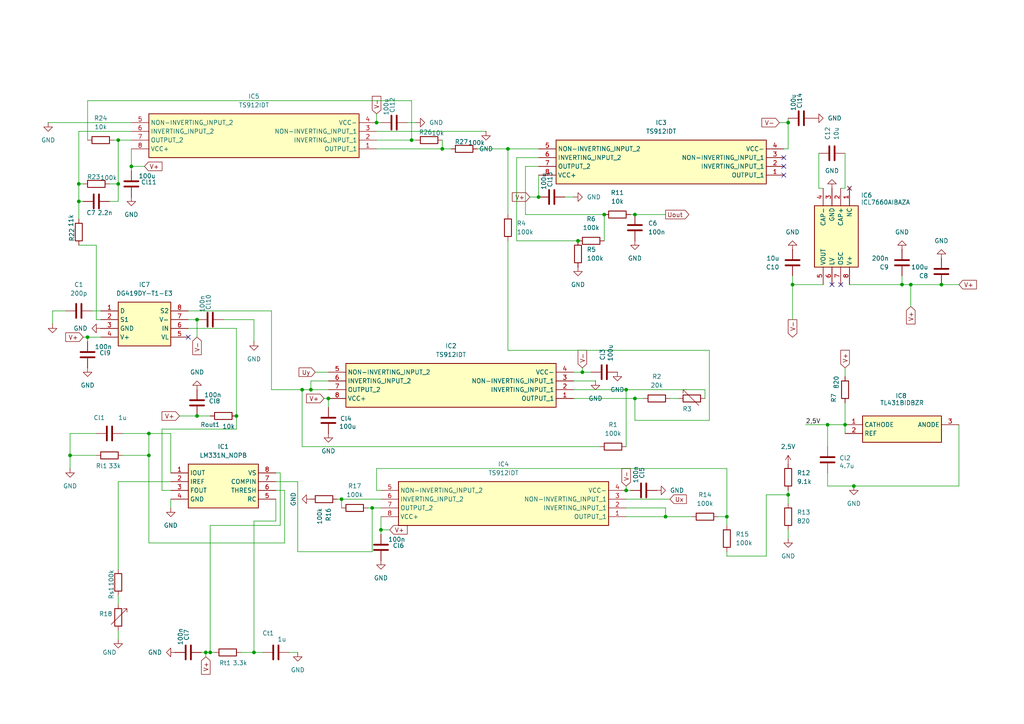
<source format=kicad_sch>
(kicad_sch
	(version 20231120)
	(generator "eeschema")
	(generator_version "8.0")
	(uuid "ae845e67-5aa6-4aa6-b1b4-c649aab90c9b")
	(paper "A4")
	(lib_symbols
		(symbol "DG419:DG419DY-T1-E3"
			(exclude_from_sim no)
			(in_bom yes)
			(on_board yes)
			(property "Reference" "IC"
				(at 21.59 7.62 0)
				(effects
					(font
						(size 1.27 1.27)
					)
					(justify left top)
				)
			)
			(property "Value" "DG419DY-T1-E3"
				(at 21.59 5.08 0)
				(effects
					(font
						(size 1.27 1.27)
					)
					(justify left top)
				)
			)
			(property "Footprint" "SOIC127P600X175-8N"
				(at 21.59 -94.92 0)
				(effects
					(font
						(size 1.27 1.27)
					)
					(justify left top)
					(hide yes)
				)
			)
			(property "Datasheet" "https://datasheet.datasheetarchive.com/originals/distributors/Datasheets-DGA16/949427.pdf"
				(at 21.59 -194.92 0)
				(effects
					(font
						(size 1.27 1.27)
					)
					(justify left top)
					(hide yes)
				)
			)
			(property "Description" "DG419DY-T1-E3, Analogue SPDT Switch Single SPDT, 15 V, 18 V, 24 V, 28 V, 8-Pin, SOIC, 1"
				(at 0 0 0)
				(effects
					(font
						(size 1.27 1.27)
					)
					(hide yes)
				)
			)
			(property "Height" "1.75"
				(at 21.59 -394.92 0)
				(effects
					(font
						(size 1.27 1.27)
					)
					(justify left top)
					(hide yes)
				)
			)
			(property "TME Electronic Components Part Number" ""
				(at 21.59 -494.92 0)
				(effects
					(font
						(size 1.27 1.27)
					)
					(justify left top)
					(hide yes)
				)
			)
			(property "TME Electronic Components Price/Stock" ""
				(at 21.59 -594.92 0)
				(effects
					(font
						(size 1.27 1.27)
					)
					(justify left top)
					(hide yes)
				)
			)
			(property "Manufacturer_Name" "Vishay"
				(at 21.59 -694.92 0)
				(effects
					(font
						(size 1.27 1.27)
					)
					(justify left top)
					(hide yes)
				)
			)
			(property "Manufacturer_Part_Number" "DG419DY-T1-E3"
				(at 21.59 -794.92 0)
				(effects
					(font
						(size 1.27 1.27)
					)
					(justify left top)
					(hide yes)
				)
			)
			(symbol "DG419DY-T1-E3_1_1"
				(rectangle
					(start 5.08 2.54)
					(end 20.32 -10.16)
					(stroke
						(width 0.254)
						(type default)
					)
					(fill
						(type background)
					)
				)
				(pin passive line
					(at 0 0 0)
					(length 5.08)
					(name "D"
						(effects
							(font
								(size 1.27 1.27)
							)
						)
					)
					(number "1"
						(effects
							(font
								(size 1.27 1.27)
							)
						)
					)
				)
				(pin passive line
					(at 0 -2.54 0)
					(length 5.08)
					(name "S1"
						(effects
							(font
								(size 1.27 1.27)
							)
						)
					)
					(number "2"
						(effects
							(font
								(size 1.27 1.27)
							)
						)
					)
				)
				(pin power_in line
					(at 0 -5.08 0)
					(length 5.08)
					(name "GND"
						(effects
							(font
								(size 1.27 1.27)
							)
						)
					)
					(number "3"
						(effects
							(font
								(size 1.27 1.27)
							)
						)
					)
				)
				(pin power_in line
					(at 0 -7.62 0)
					(length 5.08)
					(name "V+"
						(effects
							(font
								(size 1.27 1.27)
							)
						)
					)
					(number "4"
						(effects
							(font
								(size 1.27 1.27)
							)
						)
					)
				)
				(pin passive line
					(at 25.4 -7.62 180)
					(length 5.08)
					(name "VL"
						(effects
							(font
								(size 1.27 1.27)
							)
						)
					)
					(number "5"
						(effects
							(font
								(size 1.27 1.27)
							)
						)
					)
				)
				(pin input line
					(at 25.4 -5.08 180)
					(length 5.08)
					(name "IN"
						(effects
							(font
								(size 1.27 1.27)
							)
						)
					)
					(number "6"
						(effects
							(font
								(size 1.27 1.27)
							)
						)
					)
				)
				(pin power_in line
					(at 25.4 -2.54 180)
					(length 5.08)
					(name "V-"
						(effects
							(font
								(size 1.27 1.27)
							)
						)
					)
					(number "7"
						(effects
							(font
								(size 1.27 1.27)
							)
						)
					)
				)
				(pin passive line
					(at 25.4 0 180)
					(length 5.08)
					(name "S2"
						(effects
							(font
								(size 1.27 1.27)
							)
						)
					)
					(number "8"
						(effects
							(font
								(size 1.27 1.27)
							)
						)
					)
				)
			)
		)
		(symbol "Device:C"
			(pin_numbers hide)
			(pin_names
				(offset 0.254)
			)
			(exclude_from_sim no)
			(in_bom yes)
			(on_board yes)
			(property "Reference" "C"
				(at 0.635 2.54 0)
				(effects
					(font
						(size 1.27 1.27)
					)
					(justify left)
				)
			)
			(property "Value" "C"
				(at 0.635 -2.54 0)
				(effects
					(font
						(size 1.27 1.27)
					)
					(justify left)
				)
			)
			(property "Footprint" ""
				(at 0.9652 -3.81 0)
				(effects
					(font
						(size 1.27 1.27)
					)
					(hide yes)
				)
			)
			(property "Datasheet" "~"
				(at 0 0 0)
				(effects
					(font
						(size 1.27 1.27)
					)
					(hide yes)
				)
			)
			(property "Description" "Unpolarized capacitor"
				(at 0 0 0)
				(effects
					(font
						(size 1.27 1.27)
					)
					(hide yes)
				)
			)
			(property "ki_keywords" "cap capacitor"
				(at 0 0 0)
				(effects
					(font
						(size 1.27 1.27)
					)
					(hide yes)
				)
			)
			(property "ki_fp_filters" "C_*"
				(at 0 0 0)
				(effects
					(font
						(size 1.27 1.27)
					)
					(hide yes)
				)
			)
			(symbol "C_0_1"
				(polyline
					(pts
						(xy -2.032 -0.762) (xy 2.032 -0.762)
					)
					(stroke
						(width 0.508)
						(type default)
					)
					(fill
						(type none)
					)
				)
				(polyline
					(pts
						(xy -2.032 0.762) (xy 2.032 0.762)
					)
					(stroke
						(width 0.508)
						(type default)
					)
					(fill
						(type none)
					)
				)
			)
			(symbol "C_1_1"
				(pin passive line
					(at 0 3.81 270)
					(length 2.794)
					(name "~"
						(effects
							(font
								(size 1.27 1.27)
							)
						)
					)
					(number "1"
						(effects
							(font
								(size 1.27 1.27)
							)
						)
					)
				)
				(pin passive line
					(at 0 -3.81 90)
					(length 2.794)
					(name "~"
						(effects
							(font
								(size 1.27 1.27)
							)
						)
					)
					(number "2"
						(effects
							(font
								(size 1.27 1.27)
							)
						)
					)
				)
			)
		)
		(symbol "Device:R"
			(pin_numbers hide)
			(pin_names
				(offset 0)
			)
			(exclude_from_sim no)
			(in_bom yes)
			(on_board yes)
			(property "Reference" "R"
				(at 2.032 0 90)
				(effects
					(font
						(size 1.27 1.27)
					)
				)
			)
			(property "Value" "R"
				(at 0 0 90)
				(effects
					(font
						(size 1.27 1.27)
					)
				)
			)
			(property "Footprint" ""
				(at -1.778 0 90)
				(effects
					(font
						(size 1.27 1.27)
					)
					(hide yes)
				)
			)
			(property "Datasheet" "~"
				(at 0 0 0)
				(effects
					(font
						(size 1.27 1.27)
					)
					(hide yes)
				)
			)
			(property "Description" "Resistor"
				(at 0 0 0)
				(effects
					(font
						(size 1.27 1.27)
					)
					(hide yes)
				)
			)
			(property "ki_keywords" "R res resistor"
				(at 0 0 0)
				(effects
					(font
						(size 1.27 1.27)
					)
					(hide yes)
				)
			)
			(property "ki_fp_filters" "R_*"
				(at 0 0 0)
				(effects
					(font
						(size 1.27 1.27)
					)
					(hide yes)
				)
			)
			(symbol "R_0_1"
				(rectangle
					(start -1.016 -2.54)
					(end 1.016 2.54)
					(stroke
						(width 0.254)
						(type default)
					)
					(fill
						(type none)
					)
				)
			)
			(symbol "R_1_1"
				(pin passive line
					(at 0 3.81 270)
					(length 1.27)
					(name "~"
						(effects
							(font
								(size 1.27 1.27)
							)
						)
					)
					(number "1"
						(effects
							(font
								(size 1.27 1.27)
							)
						)
					)
				)
				(pin passive line
					(at 0 -3.81 90)
					(length 1.27)
					(name "~"
						(effects
							(font
								(size 1.27 1.27)
							)
						)
					)
					(number "2"
						(effects
							(font
								(size 1.27 1.27)
							)
						)
					)
				)
			)
		)
		(symbol "Device:R_Variable"
			(pin_numbers hide)
			(pin_names
				(offset 0)
			)
			(exclude_from_sim no)
			(in_bom yes)
			(on_board yes)
			(property "Reference" "R"
				(at 2.54 -2.54 90)
				(effects
					(font
						(size 1.27 1.27)
					)
					(justify left)
				)
			)
			(property "Value" "R_Variable"
				(at -2.54 -1.27 90)
				(effects
					(font
						(size 1.27 1.27)
					)
					(justify left)
				)
			)
			(property "Footprint" ""
				(at -1.778 0 90)
				(effects
					(font
						(size 1.27 1.27)
					)
					(hide yes)
				)
			)
			(property "Datasheet" "~"
				(at 0 0 0)
				(effects
					(font
						(size 1.27 1.27)
					)
					(hide yes)
				)
			)
			(property "Description" "Variable resistor"
				(at 0 0 0)
				(effects
					(font
						(size 1.27 1.27)
					)
					(hide yes)
				)
			)
			(property "ki_keywords" "R res resistor variable potentiometer rheostat"
				(at 0 0 0)
				(effects
					(font
						(size 1.27 1.27)
					)
					(hide yes)
				)
			)
			(property "ki_fp_filters" "R_*"
				(at 0 0 0)
				(effects
					(font
						(size 1.27 1.27)
					)
					(hide yes)
				)
			)
			(symbol "R_Variable_0_1"
				(rectangle
					(start -1.016 -2.54)
					(end 1.016 2.54)
					(stroke
						(width 0.254)
						(type default)
					)
					(fill
						(type none)
					)
				)
				(polyline
					(pts
						(xy 2.54 1.524) (xy 2.54 2.54) (xy 1.524 2.54) (xy 2.54 2.54) (xy -2.032 -2.032)
					)
					(stroke
						(width 0)
						(type default)
					)
					(fill
						(type none)
					)
				)
			)
			(symbol "R_Variable_1_1"
				(pin passive line
					(at 0 3.81 270)
					(length 1.27)
					(name "~"
						(effects
							(font
								(size 1.27 1.27)
							)
						)
					)
					(number "1"
						(effects
							(font
								(size 1.27 1.27)
							)
						)
					)
				)
				(pin passive line
					(at 0 -3.81 90)
					(length 1.27)
					(name "~"
						(effects
							(font
								(size 1.27 1.27)
							)
						)
					)
					(number "2"
						(effects
							(font
								(size 1.27 1.27)
							)
						)
					)
				)
			)
		)
		(symbol "ICL7660:ICL7660AIBAZA"
			(exclude_from_sim no)
			(in_bom yes)
			(on_board yes)
			(property "Reference" "IC"
				(at 24.13 7.62 0)
				(effects
					(font
						(size 1.27 1.27)
					)
					(justify left top)
				)
			)
			(property "Value" "ICL7660AIBAZA"
				(at 24.13 5.08 0)
				(effects
					(font
						(size 1.27 1.27)
					)
					(justify left top)
				)
			)
			(property "Footprint" "SOIC127P600X175-8N"
				(at 24.13 -94.92 0)
				(effects
					(font
						(size 1.27 1.27)
					)
					(justify left top)
					(hide yes)
				)
			)
			(property "Datasheet" "https://www.renesas.com/en-us/www/doc/datasheet/icl7660s-a.pdf"
				(at 24.13 -194.92 0)
				(effects
					(font
						(size 1.27 1.27)
					)
					(justify left top)
					(hide yes)
				)
			)
			(property "Description" "The ICL7660S and ICL7660A Super Voltage Converters are monolithic CMOS voltage conversion ICs that guarantee significant performance advantages over other similar devices. They are direct replacements for the industry standard ICL7660 offering an extended operating supply voltage range up to 12V, with lower supply current. A Frequency Boost pin has been incorporated to enable the user to achieve lower output impedance despite using smaller capacitors. All improvements are highlighted in the Electrical Spec"
				(at 0 0 0)
				(effects
					(font
						(size 1.27 1.27)
					)
					(hide yes)
				)
			)
			(property "Height" "1.75"
				(at 24.13 -394.92 0)
				(effects
					(font
						(size 1.27 1.27)
					)
					(justify left top)
					(hide yes)
				)
			)
			(property "TME Electronic Components Part Number" ""
				(at 24.13 -494.92 0)
				(effects
					(font
						(size 1.27 1.27)
					)
					(justify left top)
					(hide yes)
				)
			)
			(property "TME Electronic Components Price/Stock" ""
				(at 24.13 -594.92 0)
				(effects
					(font
						(size 1.27 1.27)
					)
					(justify left top)
					(hide yes)
				)
			)
			(property "Manufacturer_Name" "Renesas Electronics"
				(at 24.13 -694.92 0)
				(effects
					(font
						(size 1.27 1.27)
					)
					(justify left top)
					(hide yes)
				)
			)
			(property "Manufacturer_Part_Number" "ICL7660AIBAZA"
				(at 24.13 -794.92 0)
				(effects
					(font
						(size 1.27 1.27)
					)
					(justify left top)
					(hide yes)
				)
			)
			(symbol "ICL7660AIBAZA_1_1"
				(rectangle
					(start 5.08 2.54)
					(end 22.86 -10.16)
					(stroke
						(width 0.254)
						(type default)
					)
					(fill
						(type background)
					)
				)
				(pin no_connect line
					(at 0 0 0)
					(length 5.08)
					(name "NC"
						(effects
							(font
								(size 1.27 1.27)
							)
						)
					)
					(number "1"
						(effects
							(font
								(size 1.27 1.27)
							)
						)
					)
				)
				(pin passive line
					(at 0 -2.54 0)
					(length 5.08)
					(name "CAP+"
						(effects
							(font
								(size 1.27 1.27)
							)
						)
					)
					(number "2"
						(effects
							(font
								(size 1.27 1.27)
							)
						)
					)
				)
				(pin passive line
					(at 0 -5.08 0)
					(length 5.08)
					(name "GND"
						(effects
							(font
								(size 1.27 1.27)
							)
						)
					)
					(number "3"
						(effects
							(font
								(size 1.27 1.27)
							)
						)
					)
				)
				(pin passive line
					(at 0 -7.62 0)
					(length 5.08)
					(name "CAP-"
						(effects
							(font
								(size 1.27 1.27)
							)
						)
					)
					(number "4"
						(effects
							(font
								(size 1.27 1.27)
							)
						)
					)
				)
				(pin passive line
					(at 27.94 -7.62 180)
					(length 5.08)
					(name "VOUT"
						(effects
							(font
								(size 1.27 1.27)
							)
						)
					)
					(number "5"
						(effects
							(font
								(size 1.27 1.27)
							)
						)
					)
				)
				(pin passive line
					(at 27.94 -5.08 180)
					(length 5.08)
					(name "LV"
						(effects
							(font
								(size 1.27 1.27)
							)
						)
					)
					(number "6"
						(effects
							(font
								(size 1.27 1.27)
							)
						)
					)
				)
				(pin passive line
					(at 27.94 -2.54 180)
					(length 5.08)
					(name "OSC"
						(effects
							(font
								(size 1.27 1.27)
							)
						)
					)
					(number "7"
						(effects
							(font
								(size 1.27 1.27)
							)
						)
					)
				)
				(pin passive line
					(at 27.94 0 180)
					(length 5.08)
					(name "V+"
						(effects
							(font
								(size 1.27 1.27)
							)
						)
					)
					(number "8"
						(effects
							(font
								(size 1.27 1.27)
							)
						)
					)
				)
			)
		)
		(symbol "LM331:LM331N_NOPB"
			(exclude_from_sim no)
			(in_bom yes)
			(on_board yes)
			(property "Reference" "IC"
				(at 26.67 7.62 0)
				(effects
					(font
						(size 1.27 1.27)
					)
					(justify left top)
				)
			)
			(property "Value" "LM331N_NOPB"
				(at 26.67 5.08 0)
				(effects
					(font
						(size 1.27 1.27)
					)
					(justify left top)
				)
			)
			(property "Footprint" "DIP794W53P254L959H508Q8N"
				(at 26.67 -94.92 0)
				(effects
					(font
						(size 1.27 1.27)
					)
					(justify left top)
					(hide yes)
				)
			)
			(property "Datasheet" "http://www.ti.com/lit/ds/symlink/lm231.pdf"
				(at 26.67 -194.92 0)
				(effects
					(font
						(size 1.27 1.27)
					)
					(justify left top)
					(hide yes)
				)
			)
			(property "Description" "LM331N/NOPB, Voltage to Frequency Converter 100kHz +/-0.14%FSR, 8-Pin MDIP"
				(at 0 0 0)
				(effects
					(font
						(size 1.27 1.27)
					)
					(hide yes)
				)
			)
			(property "Height" "5.08"
				(at 26.67 -394.92 0)
				(effects
					(font
						(size 1.27 1.27)
					)
					(justify left top)
					(hide yes)
				)
			)
			(property "TME Electronic Components Part Number" ""
				(at 26.67 -494.92 0)
				(effects
					(font
						(size 1.27 1.27)
					)
					(justify left top)
					(hide yes)
				)
			)
			(property "TME Electronic Components Price/Stock" ""
				(at 26.67 -594.92 0)
				(effects
					(font
						(size 1.27 1.27)
					)
					(justify left top)
					(hide yes)
				)
			)
			(property "Manufacturer_Name" "Texas Instruments"
				(at 26.67 -694.92 0)
				(effects
					(font
						(size 1.27 1.27)
					)
					(justify left top)
					(hide yes)
				)
			)
			(property "Manufacturer_Part_Number" "LM331N/NOPB"
				(at 26.67 -794.92 0)
				(effects
					(font
						(size 1.27 1.27)
					)
					(justify left top)
					(hide yes)
				)
			)
			(symbol "LM331N_NOPB_1_1"
				(rectangle
					(start 5.08 2.54)
					(end 25.4 -10.16)
					(stroke
						(width 0.254)
						(type default)
					)
					(fill
						(type background)
					)
				)
				(pin passive line
					(at 0 0 0)
					(length 5.08)
					(name "IOUT"
						(effects
							(font
								(size 1.27 1.27)
							)
						)
					)
					(number "1"
						(effects
							(font
								(size 1.27 1.27)
							)
						)
					)
				)
				(pin passive line
					(at 0 -2.54 0)
					(length 5.08)
					(name "IREF"
						(effects
							(font
								(size 1.27 1.27)
							)
						)
					)
					(number "2"
						(effects
							(font
								(size 1.27 1.27)
							)
						)
					)
				)
				(pin passive line
					(at 0 -5.08 0)
					(length 5.08)
					(name "FOUT"
						(effects
							(font
								(size 1.27 1.27)
							)
						)
					)
					(number "3"
						(effects
							(font
								(size 1.27 1.27)
							)
						)
					)
				)
				(pin passive line
					(at 0 -7.62 0)
					(length 5.08)
					(name "GND"
						(effects
							(font
								(size 1.27 1.27)
							)
						)
					)
					(number "4"
						(effects
							(font
								(size 1.27 1.27)
							)
						)
					)
				)
				(pin passive line
					(at 30.48 -7.62 180)
					(length 5.08)
					(name "RC"
						(effects
							(font
								(size 1.27 1.27)
							)
						)
					)
					(number "5"
						(effects
							(font
								(size 1.27 1.27)
							)
						)
					)
				)
				(pin passive line
					(at 30.48 -5.08 180)
					(length 5.08)
					(name "THRESH"
						(effects
							(font
								(size 1.27 1.27)
							)
						)
					)
					(number "6"
						(effects
							(font
								(size 1.27 1.27)
							)
						)
					)
				)
				(pin passive line
					(at 30.48 -2.54 180)
					(length 5.08)
					(name "COMPIN"
						(effects
							(font
								(size 1.27 1.27)
							)
						)
					)
					(number "7"
						(effects
							(font
								(size 1.27 1.27)
							)
						)
					)
				)
				(pin passive line
					(at 30.48 0 180)
					(length 5.08)
					(name "VS"
						(effects
							(font
								(size 1.27 1.27)
							)
						)
					)
					(number "8"
						(effects
							(font
								(size 1.27 1.27)
							)
						)
					)
				)
			)
		)
		(symbol "TL431:TL431BIDBZR"
			(exclude_from_sim no)
			(in_bom yes)
			(on_board yes)
			(property "Reference" "IC"
				(at 29.21 7.62 0)
				(effects
					(font
						(size 1.27 1.27)
					)
					(justify left top)
				)
			)
			(property "Value" "TL431BIDBZR"
				(at 29.21 5.08 0)
				(effects
					(font
						(size 1.27 1.27)
					)
					(justify left top)
				)
			)
			(property "Footprint" "SOT95P237X112-3N"
				(at 29.21 -94.92 0)
				(effects
					(font
						(size 1.27 1.27)
					)
					(justify left top)
					(hide yes)
				)
			)
			(property "Datasheet" "https://www.ti.com/lit/gpn/TL431"
				(at 29.21 -194.92 0)
				(effects
					(font
						(size 1.27 1.27)
					)
					(justify left top)
					(hide yes)
				)
			)
			(property "Description" "Adjustable precision shunt regulator"
				(at 0 0 0)
				(effects
					(font
						(size 1.27 1.27)
					)
					(hide yes)
				)
			)
			(property "Height" "1.12"
				(at 29.21 -394.92 0)
				(effects
					(font
						(size 1.27 1.27)
					)
					(justify left top)
					(hide yes)
				)
			)
			(property "TME Electronic Components Part Number" ""
				(at 29.21 -494.92 0)
				(effects
					(font
						(size 1.27 1.27)
					)
					(justify left top)
					(hide yes)
				)
			)
			(property "TME Electronic Components Price/Stock" ""
				(at 29.21 -594.92 0)
				(effects
					(font
						(size 1.27 1.27)
					)
					(justify left top)
					(hide yes)
				)
			)
			(property "Manufacturer_Name" "Texas Instruments"
				(at 29.21 -694.92 0)
				(effects
					(font
						(size 1.27 1.27)
					)
					(justify left top)
					(hide yes)
				)
			)
			(property "Manufacturer_Part_Number" "TL431BIDBZR"
				(at 29.21 -794.92 0)
				(effects
					(font
						(size 1.27 1.27)
					)
					(justify left top)
					(hide yes)
				)
			)
			(symbol "TL431BIDBZR_1_1"
				(rectangle
					(start 5.08 2.54)
					(end 27.94 -5.08)
					(stroke
						(width 0.254)
						(type default)
					)
					(fill
						(type background)
					)
				)
				(pin passive line
					(at 0 0 0)
					(length 5.08)
					(name "CATHODE"
						(effects
							(font
								(size 1.27 1.27)
							)
						)
					)
					(number "1"
						(effects
							(font
								(size 1.27 1.27)
							)
						)
					)
				)
				(pin passive line
					(at 0 -2.54 0)
					(length 5.08)
					(name "REF"
						(effects
							(font
								(size 1.27 1.27)
							)
						)
					)
					(number "2"
						(effects
							(font
								(size 1.27 1.27)
							)
						)
					)
				)
				(pin passive line
					(at 33.02 0 180)
					(length 5.08)
					(name "ANODE"
						(effects
							(font
								(size 1.27 1.27)
							)
						)
					)
					(number "3"
						(effects
							(font
								(size 1.27 1.27)
							)
						)
					)
				)
			)
		)
		(symbol "TS912IDT_1"
			(exclude_from_sim no)
			(in_bom yes)
			(on_board yes)
			(property "Reference" "IC"
				(at 67.31 7.62 0)
				(effects
					(font
						(size 1.27 1.27)
					)
					(justify left top)
				)
			)
			(property "Value" "TS912IDT"
				(at 67.31 5.08 0)
				(effects
					(font
						(size 1.27 1.27)
					)
					(justify left top)
				)
			)
			(property "Footprint" "SOIC127P600X175-8N"
				(at 67.31 -94.92 0)
				(effects
					(font
						(size 1.27 1.27)
					)
					(justify left top)
					(hide yes)
				)
			)
			(property "Datasheet" "http://www.st.com/web/en/resource/technical/document/datasheet/CD00000501.pdf"
				(at 67.31 -194.92 0)
				(effects
					(font
						(size 1.27 1.27)
					)
					(justify left top)
					(hide yes)
				)
			)
			(property "Description" " Rail-to-rail input and output voltage ranges  Single (or dual) supply operation from 2.7 to 16 V  Extremely low input bias current: 1 pA typ.  Low input offset voltage: 2 mV max.  Specified for 600  and 100  loads  Low supply current: 200 uA/amplifier (VCC = 3 V)  Latch-up immunity  ESD tolerance: 3 kV 8-Pin SO"
				(at 0 0 0)
				(effects
					(font
						(size 1.27 1.27)
					)
					(hide yes)
				)
			)
			(property "Height" "1.75"
				(at 67.31 -394.92 0)
				(effects
					(font
						(size 1.27 1.27)
					)
					(justify left top)
					(hide yes)
				)
			)
			(property "TME Electronic Components Part Number" ""
				(at 67.31 -494.92 0)
				(effects
					(font
						(size 1.27 1.27)
					)
					(justify left top)
					(hide yes)
				)
			)
			(property "TME Electronic Components Price/Stock" ""
				(at 67.31 -594.92 0)
				(effects
					(font
						(size 1.27 1.27)
					)
					(justify left top)
					(hide yes)
				)
			)
			(property "Manufacturer_Name" "STMicroelectronics"
				(at 67.31 -694.92 0)
				(effects
					(font
						(size 1.27 1.27)
					)
					(justify left top)
					(hide yes)
				)
			)
			(property "Manufacturer_Part_Number" "TS912IDT"
				(at 67.31 -794.92 0)
				(effects
					(font
						(size 1.27 1.27)
					)
					(justify left top)
					(hide yes)
				)
			)
			(symbol "TS912IDT_1_1_1"
				(rectangle
					(start 5.08 2.54)
					(end 66.04 -10.16)
					(stroke
						(width 0.254)
						(type default)
					)
					(fill
						(type background)
					)
				)
				(pin passive line
					(at 0 0 0)
					(length 5.08)
					(name "OUTPUT_1"
						(effects
							(font
								(size 1.27 1.27)
							)
						)
					)
					(number "1"
						(effects
							(font
								(size 1.27 1.27)
							)
						)
					)
				)
				(pin passive line
					(at 0 -2.54 0)
					(length 5.08)
					(name "INVERTING_INPUT_1"
						(effects
							(font
								(size 1.27 1.27)
							)
						)
					)
					(number "2"
						(effects
							(font
								(size 1.27 1.27)
							)
						)
					)
				)
				(pin passive line
					(at 0 -5.08 0)
					(length 5.08)
					(name "NON-INVERTING_INPUT_1"
						(effects
							(font
								(size 1.27 1.27)
							)
						)
					)
					(number "3"
						(effects
							(font
								(size 1.27 1.27)
							)
						)
					)
				)
				(pin passive line
					(at 0 -7.62 0)
					(length 5.08)
					(name "VCC-"
						(effects
							(font
								(size 1.27 1.27)
							)
						)
					)
					(number "4"
						(effects
							(font
								(size 1.27 1.27)
							)
						)
					)
				)
				(pin passive line
					(at 71.12 -7.62 180)
					(length 5.08)
					(name "NON-INVERTING_INPUT_2"
						(effects
							(font
								(size 1.27 1.27)
							)
						)
					)
					(number "5"
						(effects
							(font
								(size 1.27 1.27)
							)
						)
					)
				)
				(pin passive line
					(at 71.12 -5.08 180)
					(length 5.08)
					(name "INVERTING_INPUT_2"
						(effects
							(font
								(size 1.27 1.27)
							)
						)
					)
					(number "6"
						(effects
							(font
								(size 1.27 1.27)
							)
						)
					)
				)
				(pin passive line
					(at 71.12 -2.54 180)
					(length 5.08)
					(name "OUTPUT_2"
						(effects
							(font
								(size 1.27 1.27)
							)
						)
					)
					(number "7"
						(effects
							(font
								(size 1.27 1.27)
							)
						)
					)
				)
				(pin passive line
					(at 71.12 0 180)
					(length 5.08)
					(name "VCC+"
						(effects
							(font
								(size 1.27 1.27)
							)
						)
					)
					(number "8"
						(effects
							(font
								(size 1.27 1.27)
							)
						)
					)
				)
			)
		)
		(symbol "power:+5V"
			(power)
			(pin_numbers hide)
			(pin_names
				(offset 0) hide)
			(exclude_from_sim no)
			(in_bom yes)
			(on_board yes)
			(property "Reference" "#PWR"
				(at 0 -3.81 0)
				(effects
					(font
						(size 1.27 1.27)
					)
					(hide yes)
				)
			)
			(property "Value" "+5V"
				(at 0 3.556 0)
				(effects
					(font
						(size 1.27 1.27)
					)
				)
			)
			(property "Footprint" ""
				(at 0 0 0)
				(effects
					(font
						(size 1.27 1.27)
					)
					(hide yes)
				)
			)
			(property "Datasheet" ""
				(at 0 0 0)
				(effects
					(font
						(size 1.27 1.27)
					)
					(hide yes)
				)
			)
			(property "Description" "Power symbol creates a global label with name \"+5V\""
				(at 0 0 0)
				(effects
					(font
						(size 1.27 1.27)
					)
					(hide yes)
				)
			)
			(property "ki_keywords" "global power"
				(at 0 0 0)
				(effects
					(font
						(size 1.27 1.27)
					)
					(hide yes)
				)
			)
			(symbol "+5V_0_1"
				(polyline
					(pts
						(xy -0.762 1.27) (xy 0 2.54)
					)
					(stroke
						(width 0)
						(type default)
					)
					(fill
						(type none)
					)
				)
				(polyline
					(pts
						(xy 0 0) (xy 0 2.54)
					)
					(stroke
						(width 0)
						(type default)
					)
					(fill
						(type none)
					)
				)
				(polyline
					(pts
						(xy 0 2.54) (xy 0.762 1.27)
					)
					(stroke
						(width 0)
						(type default)
					)
					(fill
						(type none)
					)
				)
			)
			(symbol "+5V_1_1"
				(pin power_in line
					(at 0 0 90)
					(length 0)
					(name "~"
						(effects
							(font
								(size 1.27 1.27)
							)
						)
					)
					(number "1"
						(effects
							(font
								(size 1.27 1.27)
							)
						)
					)
				)
			)
		)
		(symbol "power:GND"
			(power)
			(pin_numbers hide)
			(pin_names
				(offset 0) hide)
			(exclude_from_sim no)
			(in_bom yes)
			(on_board yes)
			(property "Reference" "#PWR"
				(at 0 -6.35 0)
				(effects
					(font
						(size 1.27 1.27)
					)
					(hide yes)
				)
			)
			(property "Value" "GND"
				(at 0 -3.81 0)
				(effects
					(font
						(size 1.27 1.27)
					)
				)
			)
			(property "Footprint" ""
				(at 0 0 0)
				(effects
					(font
						(size 1.27 1.27)
					)
					(hide yes)
				)
			)
			(property "Datasheet" ""
				(at 0 0 0)
				(effects
					(font
						(size 1.27 1.27)
					)
					(hide yes)
				)
			)
			(property "Description" "Power symbol creates a global label with name \"GND\" , ground"
				(at 0 0 0)
				(effects
					(font
						(size 1.27 1.27)
					)
					(hide yes)
				)
			)
			(property "ki_keywords" "global power"
				(at 0 0 0)
				(effects
					(font
						(size 1.27 1.27)
					)
					(hide yes)
				)
			)
			(symbol "GND_0_1"
				(polyline
					(pts
						(xy 0 0) (xy 0 -1.27) (xy 1.27 -1.27) (xy 0 -2.54) (xy -1.27 -1.27) (xy 0 -1.27)
					)
					(stroke
						(width 0)
						(type default)
					)
					(fill
						(type none)
					)
				)
			)
			(symbol "GND_1_1"
				(pin power_in line
					(at 0 0 270)
					(length 0)
					(name "~"
						(effects
							(font
								(size 1.27 1.27)
							)
						)
					)
					(number "1"
						(effects
							(font
								(size 1.27 1.27)
							)
						)
					)
				)
			)
		)
	)
	(junction
		(at 68.58 120.65)
		(diameter 0)
		(color 0 0 0 0)
		(uuid "00f36c5b-644b-4047-af45-f76c78c4de4c")
	)
	(junction
		(at 228.6 35.56)
		(diameter 0)
		(color 0 0 0 0)
		(uuid "0203c334-b648-4f9d-b121-8fe576715c84")
	)
	(junction
		(at 59.69 189.23)
		(diameter 0)
		(color 0 0 0 0)
		(uuid "03e14977-5dcb-47c4-9aaa-4ecc852b6026")
	)
	(junction
		(at 147.32 43.18)
		(diameter 0)
		(color 0 0 0 0)
		(uuid "0b03cf8e-d871-4772-85c0-b27bfe0c771a")
	)
	(junction
		(at 22.86 53.34)
		(diameter 0)
		(color 0 0 0 0)
		(uuid "144c8cd9-eb2c-4607-ae83-929b872ff325")
	)
	(junction
		(at 22.86 58.42)
		(diameter 0)
		(color 0 0 0 0)
		(uuid "14eff077-e516-4256-8b50-359273d085c9")
	)
	(junction
		(at 87.63 113.03)
		(diameter 0)
		(color 0 0 0 0)
		(uuid "1705998e-4706-4476-aad1-634c43096129")
	)
	(junction
		(at 57.15 120.65)
		(diameter 0)
		(color 0 0 0 0)
		(uuid "1e707f28-4458-41a9-8105-abe65a30d43e")
	)
	(junction
		(at 128.27 43.18)
		(diameter 0)
		(color 0 0 0 0)
		(uuid "20b81689-64a2-4d86-b5c3-5256248e19d3")
	)
	(junction
		(at 168.91 107.95)
		(diameter 0)
		(color 0 0 0 0)
		(uuid "20d5daab-1768-409b-8ea1-60f92b41afb6")
	)
	(junction
		(at 181.61 113.03)
		(diameter 0)
		(color 0 0 0 0)
		(uuid "27ac4025-8a39-434f-9952-d23329d70271")
	)
	(junction
		(at 60.96 189.23)
		(diameter 0)
		(color 0 0 0 0)
		(uuid "28313b60-0010-4e32-b8fd-9fd3d97f3ada")
	)
	(junction
		(at 245.11 123.19)
		(diameter 0)
		(color 0 0 0 0)
		(uuid "301dddbc-c5b7-4602-80c2-b29705746b26")
	)
	(junction
		(at 43.18 125.73)
		(diameter 0)
		(color 0 0 0 0)
		(uuid "354bb940-03b6-4a0b-9d3d-dc709b376e6a")
	)
	(junction
		(at 261.62 82.55)
		(diameter 0)
		(color 0 0 0 0)
		(uuid "3842dde7-1bfe-401b-bb68-768cce2e33a1")
	)
	(junction
		(at 107.95 147.32)
		(diameter 0)
		(color 0 0 0 0)
		(uuid "42a44113-065c-4a4e-a377-0e6b4cac37a2")
	)
	(junction
		(at 20.32 132.08)
		(diameter 0)
		(color 0 0 0 0)
		(uuid "4f4c08d4-e3ab-4e95-8cc3-fb55360f38af")
	)
	(junction
		(at 90.17 113.03)
		(diameter 0)
		(color 0 0 0 0)
		(uuid "5142cfcc-605b-4e3c-80b9-e8ec1ce50071")
	)
	(junction
		(at 99.06 144.78)
		(diameter 0)
		(color 0 0 0 0)
		(uuid "5398d68a-261c-430e-b5bb-46319a4c1bc1")
	)
	(junction
		(at 109.22 35.56)
		(diameter 0)
		(color 0 0 0 0)
		(uuid "545f5e9e-899e-4ced-85a5-f7611b81d926")
	)
	(junction
		(at 95.25 115.57)
		(diameter 0)
		(color 0 0 0 0)
		(uuid "5d4a9736-c543-4047-8988-58835a913f15")
	)
	(junction
		(at 181.61 142.24)
		(diameter 0)
		(color 0 0 0 0)
		(uuid "65cf4aca-dbe2-442e-9685-4fd6d5cc90d6")
	)
	(junction
		(at 156.21 57.15)
		(diameter 0)
		(color 0 0 0 0)
		(uuid "69bb708e-7b79-4997-a545-faecf507386c")
	)
	(junction
		(at 264.16 82.55)
		(diameter 0)
		(color 0 0 0 0)
		(uuid "79880f5b-0939-499a-bda0-49393c8fcd1c")
	)
	(junction
		(at 247.65 140.97)
		(diameter 0)
		(color 0 0 0 0)
		(uuid "80dfb6d0-75c6-450e-98c5-0bc68b75f008")
	)
	(junction
		(at 193.04 149.86)
		(diameter 0)
		(color 0 0 0 0)
		(uuid "80e41099-f793-422a-a1ba-eeac981974b3")
	)
	(junction
		(at 25.4 97.79)
		(diameter 0)
		(color 0 0 0 0)
		(uuid "88762f7d-77b6-4cf3-860e-4e4e70ab3102")
	)
	(junction
		(at 184.15 115.57)
		(diameter 0)
		(color 0 0 0 0)
		(uuid "8d927d06-a1ea-44ff-abe5-105ba56172ea")
	)
	(junction
		(at 229.87 82.55)
		(diameter 0)
		(color 0 0 0 0)
		(uuid "963cce27-554f-47e7-8d4c-019a50e09464")
	)
	(junction
		(at 34.29 53.34)
		(diameter 0)
		(color 0 0 0 0)
		(uuid "96bbe90c-246e-4917-88cf-929594b183d5")
	)
	(junction
		(at 240.03 123.19)
		(diameter 0)
		(color 0 0 0 0)
		(uuid "9fdd636f-03e7-4075-8c28-91c02e13868a")
	)
	(junction
		(at 184.15 62.23)
		(diameter 0)
		(color 0 0 0 0)
		(uuid "a6841551-f76f-4dc3-a755-88325e6f3434")
	)
	(junction
		(at 167.64 69.85)
		(diameter 0)
		(color 0 0 0 0)
		(uuid "b229abc7-1985-4469-a6e9-62f85fb11bea")
	)
	(junction
		(at 119.38 40.64)
		(diameter 0)
		(color 0 0 0 0)
		(uuid "b62ac73f-bdb0-437a-b7cd-2c16a114acee")
	)
	(junction
		(at 110.49 153.67)
		(diameter 0)
		(color 0 0 0 0)
		(uuid "b81dd3b6-0e07-4370-abc8-4f7f60fc6b17")
	)
	(junction
		(at 57.15 92.71)
		(diameter 0)
		(color 0 0 0 0)
		(uuid "c7b68771-7c6c-4136-82a5-b9d62bcc235b")
	)
	(junction
		(at 228.6 143.51)
		(diameter 0)
		(color 0 0 0 0)
		(uuid "ca979f3c-a000-494d-82d2-83480674e6ad")
	)
	(junction
		(at 175.26 62.23)
		(diameter 0)
		(color 0 0 0 0)
		(uuid "cabe2231-f915-42db-8f89-6e27c43f5345")
	)
	(junction
		(at 273.05 82.55)
		(diameter 0)
		(color 0 0 0 0)
		(uuid "d459b681-8895-41d0-89a5-35ee3d5bc767")
	)
	(junction
		(at 73.66 189.23)
		(diameter 0)
		(color 0 0 0 0)
		(uuid "dda2652b-5608-471b-b82a-701b2baa1216")
	)
	(junction
		(at 38.1 48.26)
		(diameter 0)
		(color 0 0 0 0)
		(uuid "e7ae35fc-4249-4fd6-9d9f-70edf2e9dfed")
	)
	(junction
		(at 43.18 132.08)
		(diameter 0)
		(color 0 0 0 0)
		(uuid "ea7fb64a-7b05-4b5d-8f93-1c4b6beb6824")
	)
	(junction
		(at 34.29 40.64)
		(diameter 0)
		(color 0 0 0 0)
		(uuid "f9fdb9b1-e0d6-400a-b575-c80fec513543")
	)
	(junction
		(at 210.82 149.86)
		(diameter 0)
		(color 0 0 0 0)
		(uuid "fbd33ab4-f4fb-4239-a72b-8ff97edd8f7d")
	)
	(no_connect
		(at 241.3 82.55)
		(uuid "17f38e51-8f5c-4f32-9449-c510a02b3f51")
	)
	(no_connect
		(at 114.3 243.84)
		(uuid "2a2e4283-fb97-45ce-a272-00c9b60653da")
	)
	(no_connect
		(at 227.33 50.8)
		(uuid "2b617230-06cb-4478-a820-50f9979971b4")
	)
	(no_connect
		(at 227.33 48.26)
		(uuid "3b6e6cbc-28d3-454f-8ce8-926df7a2ea2f")
	)
	(no_connect
		(at 115.57 255.27)
		(uuid "46eb3ff2-ae19-42df-ae21-9684dadfd27b")
	)
	(no_connect
		(at 246.38 54.61)
		(uuid "4a1ef360-394d-4241-8b94-2b94a85e598a")
	)
	(no_connect
		(at 243.84 82.55)
		(uuid "94c3d9b9-f496-4efc-b4bf-31fa51354b41")
	)
	(no_connect
		(at 54.61 97.79)
		(uuid "b466c2b4-84b6-4ad2-ae54-0004449dbb36")
	)
	(no_connect
		(at 227.33 45.72)
		(uuid "d2f666fd-41e8-4fc6-9068-a0c48d3b107d")
	)
	(wire
		(pts
			(xy 81.28 137.16) (xy 81.28 152.4)
		)
		(stroke
			(width 0)
			(type default)
		)
		(uuid "0054bb48-d067-4cd4-9a5e-15de6e83055c")
	)
	(wire
		(pts
			(xy 82.55 142.24) (xy 82.55 157.48)
		)
		(stroke
			(width 0)
			(type default)
		)
		(uuid "026890ea-8411-4fb9-948e-9bb8f4f79767")
	)
	(wire
		(pts
			(xy 27.94 71.12) (xy 22.86 71.12)
		)
		(stroke
			(width 0)
			(type default)
		)
		(uuid "03388ae8-debb-436e-9f4f-cbf70409de88")
	)
	(wire
		(pts
			(xy 119.38 40.64) (xy 120.65 40.64)
		)
		(stroke
			(width 0)
			(type default)
		)
		(uuid "036c033d-6b09-4bc6-ba92-3a10010b37dd")
	)
	(wire
		(pts
			(xy 25.4 40.64) (xy 25.4 29.21)
		)
		(stroke
			(width 0)
			(type default)
		)
		(uuid "039cddc6-025f-4685-85d9-d11b9ea0d2da")
	)
	(wire
		(pts
			(xy 181.61 144.78) (xy 194.31 144.78)
		)
		(stroke
			(width 0)
			(type default)
		)
		(uuid "044113ce-9627-4b43-a408-56268fdd9589")
	)
	(wire
		(pts
			(xy 20.32 125.73) (xy 20.32 132.08)
		)
		(stroke
			(width 0)
			(type default)
		)
		(uuid "05866297-c149-4f9a-a484-2e185b05914a")
	)
	(wire
		(pts
			(xy 128.27 40.64) (xy 128.27 43.18)
		)
		(stroke
			(width 0)
			(type default)
		)
		(uuid "06fce8a8-9b33-4088-9424-a08f24421578")
	)
	(wire
		(pts
			(xy 80.01 137.16) (xy 81.28 137.16)
		)
		(stroke
			(width 0)
			(type default)
		)
		(uuid "09e6a2cc-8803-4511-ad52-2017c7d8527f")
	)
	(wire
		(pts
			(xy 245.11 54.61) (xy 243.84 54.61)
		)
		(stroke
			(width 0)
			(type default)
		)
		(uuid "0a01c70a-4320-4910-99ef-b5f0ff4a2bc3")
	)
	(wire
		(pts
			(xy 229.87 82.55) (xy 229.87 92.71)
		)
		(stroke
			(width 0)
			(type default)
		)
		(uuid "0a49969c-911e-4e27-ac73-bcec0b4af287")
	)
	(wire
		(pts
			(xy 184.15 115.57) (xy 184.15 121.92)
		)
		(stroke
			(width 0)
			(type default)
		)
		(uuid "0a6d62df-befb-4e5b-b118-eb34dd66a3da")
	)
	(wire
		(pts
			(xy 99.06 144.78) (xy 110.49 144.78)
		)
		(stroke
			(width 0)
			(type default)
		)
		(uuid "0ac0638c-b704-4693-8f6b-3b170536e1c8")
	)
	(wire
		(pts
			(xy 152.4 48.26) (xy 152.4 62.23)
		)
		(stroke
			(width 0)
			(type default)
		)
		(uuid "0ba9fcd3-d71a-4241-9227-be1d2deb6243")
	)
	(wire
		(pts
			(xy 237.49 44.45) (xy 237.49 54.61)
		)
		(stroke
			(width 0)
			(type default)
		)
		(uuid "0ca9c015-9e00-4f68-ac33-471d9b2e425c")
	)
	(wire
		(pts
			(xy 13.97 35.56) (xy 38.1 35.56)
		)
		(stroke
			(width 0)
			(type default)
		)
		(uuid "0d35e2f6-5b6b-40c7-83fc-12ea57d5f6ae")
	)
	(wire
		(pts
			(xy 68.58 95.25) (xy 68.58 120.65)
		)
		(stroke
			(width 0)
			(type default)
		)
		(uuid "0dfc2265-da37-4c9c-a4c4-c61c8790b0ef")
	)
	(wire
		(pts
			(xy 83.82 189.23) (xy 86.36 189.23)
		)
		(stroke
			(width 0)
			(type default)
		)
		(uuid "106426e3-c65f-47da-96d4-e55e8e08b2d4")
	)
	(wire
		(pts
			(xy 168.91 106.68) (xy 168.91 107.95)
		)
		(stroke
			(width 0)
			(type default)
		)
		(uuid "118f6361-984c-4335-ad20-0c778a074da9")
	)
	(wire
		(pts
			(xy 228.6 156.21) (xy 228.6 153.67)
		)
		(stroke
			(width 0)
			(type default)
		)
		(uuid "1443ddfe-3fbe-4a00-9112-8dc3f5e1cf30")
	)
	(wire
		(pts
			(xy 107.95 147.32) (xy 106.68 147.32)
		)
		(stroke
			(width 0)
			(type default)
		)
		(uuid "150d5607-069b-47f4-bf79-d7631eba6fe3")
	)
	(wire
		(pts
			(xy 184.15 121.92) (xy 205.74 121.92)
		)
		(stroke
			(width 0)
			(type default)
		)
		(uuid "1573889f-a024-4801-a516-3958f1fbaf30")
	)
	(wire
		(pts
			(xy 147.32 101.6) (xy 205.74 101.6)
		)
		(stroke
			(width 0)
			(type default)
		)
		(uuid "16dc38fd-a736-4faa-87bd-3e9825156147")
	)
	(wire
		(pts
			(xy 233.68 123.19) (xy 240.03 123.19)
		)
		(stroke
			(width 0)
			(type default)
		)
		(uuid "175acd41-ddb5-439d-9390-40fe760e6d16")
	)
	(wire
		(pts
			(xy 35.56 132.08) (xy 43.18 132.08)
		)
		(stroke
			(width 0)
			(type default)
		)
		(uuid "18b803c5-5a37-4d6d-9e7b-d6933f256ea6")
	)
	(wire
		(pts
			(xy 163.83 57.15) (xy 166.37 57.15)
		)
		(stroke
			(width 0)
			(type default)
		)
		(uuid "1a3e11df-0376-4b42-8601-2ce01d3cf021")
	)
	(wire
		(pts
			(xy 147.32 69.85) (xy 147.32 101.6)
		)
		(stroke
			(width 0)
			(type default)
		)
		(uuid "1b7bc1c8-0ef6-46b9-a0ef-81db12101e33")
	)
	(wire
		(pts
			(xy 25.4 97.79) (xy 29.21 97.79)
		)
		(stroke
			(width 0)
			(type default)
		)
		(uuid "1caa9c91-3e6b-48b4-969c-a0a1bc446be5")
	)
	(wire
		(pts
			(xy 78.74 90.17) (xy 54.61 90.17)
		)
		(stroke
			(width 0)
			(type default)
		)
		(uuid "1d60940e-bafe-4302-b127-52cce6f0f82c")
	)
	(wire
		(pts
			(xy 60.96 189.23) (xy 62.23 189.23)
		)
		(stroke
			(width 0)
			(type default)
		)
		(uuid "1f797aa0-b114-461c-bf21-f87997281b83")
	)
	(wire
		(pts
			(xy 34.29 40.64) (xy 38.1 40.64)
		)
		(stroke
			(width 0)
			(type default)
		)
		(uuid "1fbc009b-49dd-48f3-81c9-b35999a593aa")
	)
	(wire
		(pts
			(xy 166.37 113.03) (xy 181.61 113.03)
		)
		(stroke
			(width 0)
			(type default)
		)
		(uuid "1fcc7708-543d-4761-92ef-301819c3cc0c")
	)
	(wire
		(pts
			(xy 99.06 147.32) (xy 99.06 144.78)
		)
		(stroke
			(width 0)
			(type default)
		)
		(uuid "23a7a5dc-0648-4c58-b6f2-cccba2a59a90")
	)
	(wire
		(pts
			(xy 31.75 53.34) (xy 34.29 53.34)
		)
		(stroke
			(width 0)
			(type default)
		)
		(uuid "2799fc86-77a4-44ca-9103-93dd02dbb61a")
	)
	(wire
		(pts
			(xy 54.61 92.71) (xy 57.15 92.71)
		)
		(stroke
			(width 0)
			(type default)
		)
		(uuid "2b40aaa8-f604-4aa2-8a77-8c3cb7a362a5")
	)
	(wire
		(pts
			(xy 278.13 140.97) (xy 247.65 140.97)
		)
		(stroke
			(width 0)
			(type default)
		)
		(uuid "2c98d50c-0484-45cb-9b9c-9276c92f8f2f")
	)
	(wire
		(pts
			(xy 38.1 48.26) (xy 41.91 48.26)
		)
		(stroke
			(width 0)
			(type default)
		)
		(uuid "2dd1cf08-e9c1-4173-a1bc-5a9ae224edee")
	)
	(wire
		(pts
			(xy 91.44 107.95) (xy 95.25 107.95)
		)
		(stroke
			(width 0)
			(type default)
		)
		(uuid "2ec70798-8816-49e4-877f-410bf044f067")
	)
	(wire
		(pts
			(xy 109.22 40.64) (xy 119.38 40.64)
		)
		(stroke
			(width 0)
			(type default)
		)
		(uuid "2f6f3815-2fce-4796-8ede-a1d95ab19354")
	)
	(wire
		(pts
			(xy 58.42 189.23) (xy 59.69 189.23)
		)
		(stroke
			(width 0)
			(type default)
		)
		(uuid "301d57aa-9476-49d8-a16c-91744f570b91")
	)
	(wire
		(pts
			(xy 78.74 113.03) (xy 78.74 90.17)
		)
		(stroke
			(width 0)
			(type default)
		)
		(uuid "319e7559-f976-4006-9f95-2315f65a21b2")
	)
	(wire
		(pts
			(xy 181.61 147.32) (xy 193.04 147.32)
		)
		(stroke
			(width 0)
			(type default)
		)
		(uuid "324945ac-cf1a-451e-aa57-ba3ab72b38fd")
	)
	(wire
		(pts
			(xy 228.6 35.56) (xy 228.6 43.18)
		)
		(stroke
			(width 0)
			(type default)
		)
		(uuid "384738d3-079e-4f44-8851-0f53302c07d4")
	)
	(wire
		(pts
			(xy 200.66 149.86) (xy 193.04 149.86)
		)
		(stroke
			(width 0)
			(type default)
		)
		(uuid "3a183985-d819-49d8-8d75-fcb40ff2c716")
	)
	(wire
		(pts
			(xy 156.21 50.8) (xy 156.21 57.15)
		)
		(stroke
			(width 0)
			(type default)
		)
		(uuid "3ae2f955-b30e-4542-a2b3-a6e4c8777cfe")
	)
	(wire
		(pts
			(xy 240.03 123.19) (xy 240.03 129.54)
		)
		(stroke
			(width 0)
			(type default)
		)
		(uuid "3b4631ac-36bd-4f4f-9727-5447793925cf")
	)
	(wire
		(pts
			(xy 80.01 151.13) (xy 73.66 151.13)
		)
		(stroke
			(width 0)
			(type default)
		)
		(uuid "3c329320-121d-41b9-8c5b-c672435b724d")
	)
	(wire
		(pts
			(xy 240.03 140.97) (xy 247.65 140.97)
		)
		(stroke
			(width 0)
			(type default)
		)
		(uuid "3cd888a7-720e-4963-b35c-7ece755b8f5f")
	)
	(wire
		(pts
			(xy 210.82 135.89) (xy 109.22 135.89)
		)
		(stroke
			(width 0)
			(type default)
		)
		(uuid "403e40ab-a1e8-47b0-9902-73ecf8be9b38")
	)
	(wire
		(pts
			(xy 168.91 107.95) (xy 171.45 107.95)
		)
		(stroke
			(width 0)
			(type default)
		)
		(uuid "40bc098d-55bc-4c25-9f2b-498bbb41dddf")
	)
	(wire
		(pts
			(xy 73.66 151.13) (xy 73.66 189.23)
		)
		(stroke
			(width 0)
			(type default)
		)
		(uuid "40c62418-3117-46b6-86bb-c3a7345d53c4")
	)
	(wire
		(pts
			(xy 210.82 149.86) (xy 210.82 152.4)
		)
		(stroke
			(width 0)
			(type default)
		)
		(uuid "429b0f7f-a479-4a6c-8965-59c1c8c089c9")
	)
	(wire
		(pts
			(xy 87.63 113.03) (xy 90.17 113.03)
		)
		(stroke
			(width 0)
			(type default)
		)
		(uuid "430df4e8-068f-4f36-9860-02f47330abaa")
	)
	(wire
		(pts
			(xy 34.29 53.34) (xy 34.29 40.64)
		)
		(stroke
			(width 0)
			(type default)
		)
		(uuid "44ab01e4-dac0-4639-a653-4d1259176dd0")
	)
	(wire
		(pts
			(xy 57.15 120.65) (xy 60.96 120.65)
		)
		(stroke
			(width 0)
			(type default)
		)
		(uuid "456c7791-b5fb-46e9-84f4-f402872d58c9")
	)
	(wire
		(pts
			(xy 222.25 143.51) (xy 228.6 143.51)
		)
		(stroke
			(width 0)
			(type default)
		)
		(uuid "494ef8ef-6e63-4700-945f-eeec0372e804")
	)
	(wire
		(pts
			(xy 261.62 82.55) (xy 261.62 80.01)
		)
		(stroke
			(width 0)
			(type default)
		)
		(uuid "499b10ab-0a2f-4530-97d1-65681eec2c04")
	)
	(wire
		(pts
			(xy 204.47 115.57) (xy 204.47 113.03)
		)
		(stroke
			(width 0)
			(type default)
		)
		(uuid "4a134e5f-c42b-4f43-9b93-ef0730f7ad9c")
	)
	(wire
		(pts
			(xy 245.11 123.19) (xy 245.11 116.84)
		)
		(stroke
			(width 0)
			(type default)
		)
		(uuid "4b7d7456-c2d4-442b-848b-04994c2fd207")
	)
	(wire
		(pts
			(xy 166.37 110.49) (xy 172.72 110.49)
		)
		(stroke
			(width 0)
			(type default)
		)
		(uuid "4cbbd10e-fbe6-49dc-a79b-12cfc3529dc7")
	)
	(wire
		(pts
			(xy 27.94 125.73) (xy 20.32 125.73)
		)
		(stroke
			(width 0)
			(type default)
		)
		(uuid "4e66bbc7-1a7b-46ac-8ea2-3cc76977380a")
	)
	(wire
		(pts
			(xy 222.25 161.29) (xy 222.25 143.51)
		)
		(stroke
			(width 0)
			(type default)
		)
		(uuid "511abc9a-5726-452a-8ff5-a4a6c198d8ba")
	)
	(wire
		(pts
			(xy 182.88 142.24) (xy 181.61 142.24)
		)
		(stroke
			(width 0)
			(type default)
		)
		(uuid "5239ec60-5666-40ca-847a-16b3459c7fbe")
	)
	(wire
		(pts
			(xy 229.87 80.01) (xy 229.87 82.55)
		)
		(stroke
			(width 0)
			(type default)
		)
		(uuid "527bcf26-cc61-4a5c-a048-57b7fad0a0c2")
	)
	(wire
		(pts
			(xy 87.63 113.03) (xy 87.63 129.54)
		)
		(stroke
			(width 0)
			(type default)
		)
		(uuid "538c3e29-51f1-4bda-ab08-7a605ec6dd91")
	)
	(wire
		(pts
			(xy 24.13 97.79) (xy 25.4 97.79)
		)
		(stroke
			(width 0)
			(type default)
		)
		(uuid "5604c20a-8d36-4e09-aa39-517eab8efe23")
	)
	(wire
		(pts
			(xy 182.88 62.23) (xy 184.15 62.23)
		)
		(stroke
			(width 0)
			(type default)
		)
		(uuid "583dff95-1e69-452a-840e-e59ace16eef6")
	)
	(wire
		(pts
			(xy 46.99 124.46) (xy 68.58 124.46)
		)
		(stroke
			(width 0)
			(type default)
		)
		(uuid "5abce38b-4e94-4305-a3d7-0f024c510a29")
	)
	(wire
		(pts
			(xy 149.86 45.72) (xy 149.86 69.85)
		)
		(stroke
			(width 0)
			(type default)
		)
		(uuid "5c787e62-d6a7-404f-91e2-ed4178d87d80")
	)
	(wire
		(pts
			(xy 245.11 106.68) (xy 245.11 109.22)
		)
		(stroke
			(width 0)
			(type default)
		)
		(uuid "5cfff24b-01c0-4061-870d-d0ff9cfbaa54")
	)
	(wire
		(pts
			(xy 278.13 82.55) (xy 273.05 82.55)
		)
		(stroke
			(width 0)
			(type default)
		)
		(uuid "5f102658-0dbb-419f-8c9e-e92d6030fa51")
	)
	(wire
		(pts
			(xy 80.01 139.7) (xy 86.36 139.7)
		)
		(stroke
			(width 0)
			(type default)
		)
		(uuid "61bb8890-9004-4015-afe9-f9cb40c6cb46")
	)
	(wire
		(pts
			(xy 147.32 43.18) (xy 147.32 62.23)
		)
		(stroke
			(width 0)
			(type default)
		)
		(uuid "6873c2db-dd67-4193-99fb-a10870fc9d68")
	)
	(wire
		(pts
			(xy 34.29 58.42) (xy 31.75 58.42)
		)
		(stroke
			(width 0)
			(type default)
		)
		(uuid "6a7db6b3-cf9f-4093-8307-7950a8fb77a3")
	)
	(wire
		(pts
			(xy 60.96 152.4) (xy 60.96 189.23)
		)
		(stroke
			(width 0)
			(type default)
		)
		(uuid "6a9d31bf-0d47-4e68-a561-a78185b9b536")
	)
	(wire
		(pts
			(xy 59.69 189.23) (xy 60.96 189.23)
		)
		(stroke
			(width 0)
			(type default)
		)
		(uuid "6ac8a3f4-ea34-4dfe-9517-a8e53a8e6e94")
	)
	(wire
		(pts
			(xy 119.38 29.21) (xy 119.38 40.64)
		)
		(stroke
			(width 0)
			(type default)
		)
		(uuid "6c26cfbb-c038-44be-a212-aa4669007cff")
	)
	(wire
		(pts
			(xy 264.16 82.55) (xy 261.62 82.55)
		)
		(stroke
			(width 0)
			(type default)
		)
		(uuid "6c78c1fc-5650-40d9-8669-e91d937547ee")
	)
	(wire
		(pts
			(xy 110.49 35.56) (xy 109.22 35.56)
		)
		(stroke
			(width 0)
			(type default)
		)
		(uuid "727b3b49-d65e-4307-a731-e02ed75f2091")
	)
	(wire
		(pts
			(xy 20.32 132.08) (xy 27.94 132.08)
		)
		(stroke
			(width 0)
			(type default)
		)
		(uuid "75211a1c-219c-4e48-96bb-294c5d1ece9a")
	)
	(wire
		(pts
			(xy 138.43 43.18) (xy 147.32 43.18)
		)
		(stroke
			(width 0)
			(type default)
		)
		(uuid "78ebaa58-fc3b-49fc-a398-34a7de9ef3f9")
	)
	(wire
		(pts
			(xy 87.63 113.03) (xy 78.74 113.03)
		)
		(stroke
			(width 0)
			(type default)
		)
		(uuid "7973050e-3ef2-4dd0-8f2d-bc797e9d6d2b")
	)
	(wire
		(pts
			(xy 184.15 115.57) (xy 186.69 115.57)
		)
		(stroke
			(width 0)
			(type default)
		)
		(uuid "7995e3d1-7bb7-4ec5-b1d4-702fc8133e28")
	)
	(wire
		(pts
			(xy 69.85 189.23) (xy 73.66 189.23)
		)
		(stroke
			(width 0)
			(type default)
		)
		(uuid "7a52d0fd-fcfa-4828-85d3-a514bed616e1")
	)
	(wire
		(pts
			(xy 57.15 92.71) (xy 57.15 97.79)
		)
		(stroke
			(width 0)
			(type default)
		)
		(uuid "7a8582cb-e88e-42ee-8137-e970dbc7f295")
	)
	(wire
		(pts
			(xy 184.15 62.23) (xy 193.04 62.23)
		)
		(stroke
			(width 0)
			(type default)
		)
		(uuid "7b4ee29c-4f34-4f2e-8c5f-ebce339247bb")
	)
	(wire
		(pts
			(xy 34.29 53.34) (xy 34.29 58.42)
		)
		(stroke
			(width 0)
			(type default)
		)
		(uuid "7edd7bab-0210-43d0-8aa4-24a065705447")
	)
	(wire
		(pts
			(xy 34.29 139.7) (xy 34.29 165.1)
		)
		(stroke
			(width 0)
			(type default)
		)
		(uuid "80324df0-7b0d-4374-8dcd-635fed7ab770")
	)
	(wire
		(pts
			(xy 22.86 58.42) (xy 22.86 63.5)
		)
		(stroke
			(width 0)
			(type default)
		)
		(uuid "821411e6-b02c-4c43-b261-79c4ef2d0147")
	)
	(wire
		(pts
			(xy 109.22 38.1) (xy 140.97 38.1)
		)
		(stroke
			(width 0)
			(type default)
		)
		(uuid "82143792-5f22-4293-95f9-142673038f0d")
	)
	(wire
		(pts
			(xy 110.49 153.67) (xy 113.03 153.67)
		)
		(stroke
			(width 0)
			(type default)
		)
		(uuid "83497b54-6588-4e59-b882-31c78273d6d7")
	)
	(wire
		(pts
			(xy 90.17 113.03) (xy 95.25 113.03)
		)
		(stroke
			(width 0)
			(type default)
		)
		(uuid "8620cc93-7c30-42a3-b65b-b41207adcdb6")
	)
	(wire
		(pts
			(xy 228.6 142.24) (xy 228.6 143.51)
		)
		(stroke
			(width 0)
			(type default)
		)
		(uuid "883fddcc-8312-4821-a03b-fce15815649d")
	)
	(wire
		(pts
			(xy 38.1 43.18) (xy 38.1 48.26)
		)
		(stroke
			(width 0)
			(type default)
		)
		(uuid "889fd1f9-4a50-4b71-8e86-8c4096e1e664")
	)
	(wire
		(pts
			(xy 34.29 172.72) (xy 34.29 175.26)
		)
		(stroke
			(width 0)
			(type default)
		)
		(uuid "88dba1fa-acf6-4133-83da-3ec1261d045e")
	)
	(wire
		(pts
			(xy 107.95 160.02) (xy 86.36 160.02)
		)
		(stroke
			(width 0)
			(type default)
		)
		(uuid "88fd76cb-f79a-4b8f-a002-b5b7c4634979")
	)
	(wire
		(pts
			(xy 109.22 33.02) (xy 109.22 35.56)
		)
		(stroke
			(width 0)
			(type default)
		)
		(uuid "89867e06-37aa-44a5-be76-99103d0ca667")
	)
	(wire
		(pts
			(xy 175.26 62.23) (xy 175.26 69.85)
		)
		(stroke
			(width 0)
			(type default)
		)
		(uuid "8a4e3949-e934-4851-bb9a-3157ba66586c")
	)
	(wire
		(pts
			(xy 210.82 149.86) (xy 208.28 149.86)
		)
		(stroke
			(width 0)
			(type default)
		)
		(uuid "8ac5373c-aa38-4a22-bca1-0b22fd7e3f69")
	)
	(wire
		(pts
			(xy 80.01 142.24) (xy 82.55 142.24)
		)
		(stroke
			(width 0)
			(type default)
		)
		(uuid "8b5eb2ff-1529-4d95-b3e0-2e797a2d93d7")
	)
	(wire
		(pts
			(xy 228.6 143.51) (xy 228.6 146.05)
		)
		(stroke
			(width 0)
			(type default)
		)
		(uuid "8caabc8c-cefc-4deb-a5df-a033ab3a4863")
	)
	(wire
		(pts
			(xy 107.95 147.32) (xy 107.95 160.02)
		)
		(stroke
			(width 0)
			(type default)
		)
		(uuid "8fd65fae-9035-493b-85d9-ae8c05779450")
	)
	(wire
		(pts
			(xy 93.98 115.57) (xy 95.25 115.57)
		)
		(stroke
			(width 0)
			(type default)
		)
		(uuid "91a0fb30-224d-4725-909f-6503979ee304")
	)
	(wire
		(pts
			(xy 90.17 110.49) (xy 95.25 110.49)
		)
		(stroke
			(width 0)
			(type default)
		)
		(uuid "94be89b7-3562-4903-8a5f-78175401326b")
	)
	(wire
		(pts
			(xy 99.06 144.78) (xy 97.79 144.78)
		)
		(stroke
			(width 0)
			(type default)
		)
		(uuid "9561fe44-df09-48bd-bf91-1c3a8fe55b03")
	)
	(wire
		(pts
			(xy 90.17 110.49) (xy 90.17 113.03)
		)
		(stroke
			(width 0)
			(type default)
		)
		(uuid "970e9f31-399e-43a5-ac84-901276ae76a2")
	)
	(wire
		(pts
			(xy 43.18 157.48) (xy 43.18 132.08)
		)
		(stroke
			(width 0)
			(type default)
		)
		(uuid "97171b05-2262-4546-a80a-96f0b26a50b4")
	)
	(wire
		(pts
			(xy 22.86 53.34) (xy 24.13 53.34)
		)
		(stroke
			(width 0)
			(type default)
		)
		(uuid "9a978363-13c2-4bbb-a824-67e9fcf25bc3")
	)
	(wire
		(pts
			(xy 34.29 182.88) (xy 34.29 185.42)
		)
		(stroke
			(width 0)
			(type default)
		)
		(uuid "9b0b5e5e-4dfe-4748-b30a-20163f9e8fb9")
	)
	(wire
		(pts
			(xy 245.11 44.45) (xy 245.11 54.61)
		)
		(stroke
			(width 0)
			(type default)
		)
		(uuid "9b79e9d7-6e29-4e38-a3ed-3f00ba031239")
	)
	(wire
		(pts
			(xy 264.16 88.9) (xy 264.16 82.55)
		)
		(stroke
			(width 0)
			(type default)
		)
		(uuid "9c3c21ac-3bcb-4356-a0dd-ee04afcd41c5")
	)
	(wire
		(pts
			(xy 68.58 120.65) (xy 68.58 124.46)
		)
		(stroke
			(width 0)
			(type default)
		)
		(uuid "9e04339b-3eb9-401e-8572-41df87b8f9fb")
	)
	(wire
		(pts
			(xy 273.05 82.55) (xy 264.16 82.55)
		)
		(stroke
			(width 0)
			(type default)
		)
		(uuid "9e874385-3637-44a2-ae30-c12aebe71b6b")
	)
	(wire
		(pts
			(xy 52.07 120.65) (xy 57.15 120.65)
		)
		(stroke
			(width 0)
			(type default)
		)
		(uuid "9eea1903-ba5e-444f-b8d7-dddb7082fa6e")
	)
	(wire
		(pts
			(xy 166.37 107.95) (xy 168.91 107.95)
		)
		(stroke
			(width 0)
			(type default)
		)
		(uuid "9f563917-726a-4d8b-a3b9-48c04ea4afbc")
	)
	(wire
		(pts
			(xy 33.02 40.64) (xy 34.29 40.64)
		)
		(stroke
			(width 0)
			(type default)
		)
		(uuid "a28bddf3-3a63-4c1c-86cb-c9edfc03dd69")
	)
	(wire
		(pts
			(xy 27.94 92.71) (xy 27.94 71.12)
		)
		(stroke
			(width 0)
			(type default)
		)
		(uuid "a424bb4a-f56d-410e-8c3a-8f8f56883b1f")
	)
	(wire
		(pts
			(xy 22.86 58.42) (xy 24.13 58.42)
		)
		(stroke
			(width 0)
			(type default)
		)
		(uuid "a6964410-08ef-4412-a68f-b0ba0204f513")
	)
	(wire
		(pts
			(xy 210.82 149.86) (xy 210.82 135.89)
		)
		(stroke
			(width 0)
			(type default)
		)
		(uuid "a80c2fdc-67bc-49f8-a889-eb4d337eaa3e")
	)
	(wire
		(pts
			(xy 181.61 140.97) (xy 181.61 142.24)
		)
		(stroke
			(width 0)
			(type default)
		)
		(uuid "a83a2265-d14a-45e6-aece-e04b1acb1da8")
	)
	(wire
		(pts
			(xy 149.86 45.72) (xy 156.21 45.72)
		)
		(stroke
			(width 0)
			(type default)
		)
		(uuid "a8c68dc3-b4d9-4574-8669-7d5e0ab80748")
	)
	(wire
		(pts
			(xy 49.53 144.78) (xy 49.53 147.32)
		)
		(stroke
			(width 0)
			(type default)
		)
		(uuid "aa182637-ceda-4583-8a1a-4d3fcc8586ca")
	)
	(wire
		(pts
			(xy 128.27 43.18) (xy 130.81 43.18)
		)
		(stroke
			(width 0)
			(type default)
		)
		(uuid "ab09f5f0-e9ea-4a9b-b7bd-c2fbf5203019")
	)
	(wire
		(pts
			(xy 22.86 53.34) (xy 22.86 58.42)
		)
		(stroke
			(width 0)
			(type default)
		)
		(uuid "ab33be9c-c71c-443d-ad35-a5e145ab78d1")
	)
	(wire
		(pts
			(xy 245.11 123.19) (xy 240.03 123.19)
		)
		(stroke
			(width 0)
			(type default)
		)
		(uuid "ac52138a-3905-4763-8ffb-53458a5491af")
	)
	(wire
		(pts
			(xy 228.6 43.18) (xy 227.33 43.18)
		)
		(stroke
			(width 0)
			(type default)
		)
		(uuid "af31ba2b-b644-4d25-9cac-8dc2bd0f8dd1")
	)
	(wire
		(pts
			(xy 210.82 161.29) (xy 210.82 160.02)
		)
		(stroke
			(width 0)
			(type default)
		)
		(uuid "af5458f1-0a16-45a7-8ed5-ff7fdec509ed")
	)
	(wire
		(pts
			(xy 152.4 48.26) (xy 156.21 48.26)
		)
		(stroke
			(width 0)
			(type default)
		)
		(uuid "b4ad5b88-1dc1-4ef1-a948-8cb0e375829b")
	)
	(wire
		(pts
			(xy 229.87 82.55) (xy 238.76 82.55)
		)
		(stroke
			(width 0)
			(type default)
		)
		(uuid "b4f49259-b14e-463b-9ac8-399e57170a90")
	)
	(wire
		(pts
			(xy 59.69 189.23) (xy 59.69 190.5)
		)
		(stroke
			(width 0)
			(type default)
		)
		(uuid "b5668fe7-1423-4cbd-a4ba-873f537cd8a1")
	)
	(wire
		(pts
			(xy 46.99 142.24) (xy 46.99 124.46)
		)
		(stroke
			(width 0)
			(type default)
		)
		(uuid "b586297c-feb3-400a-add5-e1a3c0b1af60")
	)
	(wire
		(pts
			(xy 210.82 161.29) (xy 222.25 161.29)
		)
		(stroke
			(width 0)
			(type default)
		)
		(uuid "b5fbbea0-ab0d-4e9c-bcb5-c900687d865e")
	)
	(wire
		(pts
			(xy 194.31 115.57) (xy 196.85 115.57)
		)
		(stroke
			(width 0)
			(type default)
		)
		(uuid "b69bd65b-b331-476f-ab13-549630bbed99")
	)
	(wire
		(pts
			(xy 25.4 29.21) (xy 119.38 29.21)
		)
		(stroke
			(width 0)
			(type default)
		)
		(uuid "b6f526ec-80e5-4be5-b485-1bca7bf12f24")
	)
	(wire
		(pts
			(xy 73.66 189.23) (xy 76.2 189.23)
		)
		(stroke
			(width 0)
			(type default)
		)
		(uuid "b8fde928-6e85-484e-94e0-834b2e56ce63")
	)
	(wire
		(pts
			(xy 149.86 69.85) (xy 167.64 69.85)
		)
		(stroke
			(width 0)
			(type default)
		)
		(uuid "ba8c7768-5ea1-4369-8d82-2feb44b4e0fc")
	)
	(wire
		(pts
			(xy 80.01 144.78) (xy 80.01 151.13)
		)
		(stroke
			(width 0)
			(type default)
		)
		(uuid "bb79bf36-8f18-4a4e-9156-cf6df307a01d")
	)
	(wire
		(pts
			(xy 82.55 157.48) (xy 43.18 157.48)
		)
		(stroke
			(width 0)
			(type default)
		)
		(uuid "be5ef0a3-e0ce-4f76-a2eb-6c76085aed8a")
	)
	(wire
		(pts
			(xy 153.67 57.15) (xy 156.21 57.15)
		)
		(stroke
			(width 0)
			(type default)
		)
		(uuid "c1890b2e-7c17-4f62-ad36-5dd5d92da43c")
	)
	(wire
		(pts
			(xy 110.49 154.94) (xy 110.49 153.67)
		)
		(stroke
			(width 0)
			(type default)
		)
		(uuid "c1a24b62-4e66-44f1-b384-4330bd7963bc")
	)
	(wire
		(pts
			(xy 109.22 142.24) (xy 110.49 142.24)
		)
		(stroke
			(width 0)
			(type default)
		)
		(uuid "c5905ee0-9a84-4114-8983-f1b5830b3fb0")
	)
	(wire
		(pts
			(xy 38.1 48.26) (xy 38.1 49.53)
		)
		(stroke
			(width 0)
			(type default)
		)
		(uuid "c5af7529-12a0-4789-ad70-911765e1624c")
	)
	(wire
		(pts
			(xy 49.53 142.24) (xy 46.99 142.24)
		)
		(stroke
			(width 0)
			(type default)
		)
		(uuid "c78663ca-9d0d-4e4a-8158-409119e4d9d1")
	)
	(wire
		(pts
			(xy 245.11 123.19) (xy 245.11 125.73)
		)
		(stroke
			(width 0)
			(type default)
		)
		(uuid "c92c2307-a45f-4f43-947c-4b83bc76bf02")
	)
	(wire
		(pts
			(xy 22.86 38.1) (xy 38.1 38.1)
		)
		(stroke
			(width 0)
			(type default)
		)
		(uuid "cb49bb8b-d159-4119-adce-09a958f1dc37")
	)
	(wire
		(pts
			(xy 15.24 90.17) (xy 15.24 93.98)
		)
		(stroke
			(width 0)
			(type default)
		)
		(uuid "cc0b6c9e-b28a-4a2c-9022-2bd21bd63c47")
	)
	(wire
		(pts
			(xy 147.32 43.18) (xy 156.21 43.18)
		)
		(stroke
			(width 0)
			(type default)
		)
		(uuid "cc602ed4-3469-43e0-a1b5-ea994c382bc5")
	)
	(wire
		(pts
			(xy 86.36 139.7) (xy 86.36 160.02)
		)
		(stroke
			(width 0)
			(type default)
		)
		(uuid "ccfbce31-0d24-4239-861f-50612ebb8ea7")
	)
	(wire
		(pts
			(xy 43.18 125.73) (xy 49.53 125.73)
		)
		(stroke
			(width 0)
			(type default)
		)
		(uuid "cf93d745-e8a1-495d-b3a1-86ed8159c9b4")
	)
	(wire
		(pts
			(xy 118.11 35.56) (xy 120.65 35.56)
		)
		(stroke
			(width 0)
			(type default)
		)
		(uuid "d1a821c7-e4ec-404e-9839-0c365922a386")
	)
	(wire
		(pts
			(xy 109.22 43.18) (xy 128.27 43.18)
		)
		(stroke
			(width 0)
			(type default)
		)
		(uuid "d1bcc0ca-a123-4a73-83e9-40cbb8211b90")
	)
	(wire
		(pts
			(xy 35.56 125.73) (xy 43.18 125.73)
		)
		(stroke
			(width 0)
			(type default)
		)
		(uuid "d33f88d9-c42c-43df-9ae1-cc90dfac880f")
	)
	(wire
		(pts
			(xy 240.03 137.16) (xy 240.03 140.97)
		)
		(stroke
			(width 0)
			(type default)
		)
		(uuid "d54ccfa7-4e04-4dd2-9137-d36ac7eb0a98")
	)
	(wire
		(pts
			(xy 228.6 34.29) (xy 228.6 35.56)
		)
		(stroke
			(width 0)
			(type default)
		)
		(uuid "d69098f3-a8d4-47f6-8cf3-8ce18770742f")
	)
	(wire
		(pts
			(xy 110.49 153.67) (xy 110.49 149.86)
		)
		(stroke
			(width 0)
			(type default)
		)
		(uuid "d815c535-cf61-4e92-98fc-4880dca5ef9a")
	)
	(wire
		(pts
			(xy 81.28 152.4) (xy 60.96 152.4)
		)
		(stroke
			(width 0)
			(type default)
		)
		(uuid "d8397f62-eef4-4ab9-9b04-8fb3f6bb4a93")
	)
	(wire
		(pts
			(xy 19.05 90.17) (xy 15.24 90.17)
		)
		(stroke
			(width 0)
			(type default)
		)
		(uuid "db88d60e-fd40-497c-86c1-379f6d074f87")
	)
	(wire
		(pts
			(xy 226.06 35.56) (xy 228.6 35.56)
		)
		(stroke
			(width 0)
			(type default)
		)
		(uuid "dc768252-63fd-4d6e-bb6e-ccb828729399")
	)
	(wire
		(pts
			(xy 107.95 147.32) (xy 110.49 147.32)
		)
		(stroke
			(width 0)
			(type default)
		)
		(uuid "dd19ada3-a681-4ac9-ad8c-da12ce30eeda")
	)
	(wire
		(pts
			(xy 95.25 115.57) (xy 95.25 118.11)
		)
		(stroke
			(width 0)
			(type default)
		)
		(uuid "e16e8693-e4b4-4c19-888b-190cc39f7b7a")
	)
	(wire
		(pts
			(xy 20.32 132.08) (xy 20.32 135.89)
		)
		(stroke
			(width 0)
			(type default)
		)
		(uuid "e296903c-414b-4214-8779-6c3c0a9475e1")
	)
	(wire
		(pts
			(xy 22.86 38.1) (xy 22.86 53.34)
		)
		(stroke
			(width 0)
			(type default)
		)
		(uuid "e4bf4468-f7ff-49f8-b7f9-ed3815020a60")
	)
	(wire
		(pts
			(xy 193.04 147.32) (xy 193.04 149.86)
		)
		(stroke
			(width 0)
			(type default)
		)
		(uuid "e4e4c609-ced5-4c45-ac1e-867cea4b798c")
	)
	(wire
		(pts
			(xy 237.49 54.61) (xy 238.76 54.61)
		)
		(stroke
			(width 0)
			(type default)
		)
		(uuid "e73a0f9d-d12a-4d65-8512-c52f2d2f5294")
	)
	(wire
		(pts
			(xy 68.58 95.25) (xy 54.61 95.25)
		)
		(stroke
			(width 0)
			(type default)
		)
		(uuid "e8b707da-fad2-473e-890c-fe42c600ef0e")
	)
	(wire
		(pts
			(xy 204.47 113.03) (xy 181.61 113.03)
		)
		(stroke
			(width 0)
			(type default)
		)
		(uuid "e91159b0-c8d4-4130-957e-d6a937637ede")
	)
	(wire
		(pts
			(xy 73.66 92.71) (xy 73.66 99.06)
		)
		(stroke
			(width 0)
			(type default)
		)
		(uuid "ead3c73d-45db-4f76-8773-4fa9f8604208")
	)
	(wire
		(pts
			(xy 49.53 125.73) (xy 49.53 137.16)
		)
		(stroke
			(width 0)
			(type default)
		)
		(uuid "ebeb80ad-9c2c-499c-ae63-684c6952e68d")
	)
	(wire
		(pts
			(xy 49.53 139.7) (xy 34.29 139.7)
		)
		(stroke
			(width 0)
			(type default)
		)
		(uuid "ec955637-00c6-4998-a6be-9f6183e89b10")
	)
	(wire
		(pts
			(xy 246.38 82.55) (xy 261.62 82.55)
		)
		(stroke
			(width 0)
			(type default)
		)
		(uuid "ed4a3327-2e61-4b60-af9b-0e7fbadee61a")
	)
	(wire
		(pts
			(xy 43.18 125.73) (xy 43.18 132.08)
		)
		(stroke
			(width 0)
			(type default)
		)
		(uuid "ee4c2fd4-30c1-4bdc-a6ab-30eaf63fa219")
	)
	(wire
		(pts
			(xy 87.63 129.54) (xy 173.99 129.54)
		)
		(stroke
			(width 0)
			(type default)
		)
		(uuid "f081e8e4-5ab8-49ba-9e2a-f2d65921a13d")
	)
	(wire
		(pts
			(xy 152.4 62.23) (xy 175.26 62.23)
		)
		(stroke
			(width 0)
			(type default)
		)
		(uuid "f2828c23-6b5f-4a0c-92be-a9a283968695")
	)
	(wire
		(pts
			(xy 29.21 92.71) (xy 27.94 92.71)
		)
		(stroke
			(width 0)
			(type default)
		)
		(uuid "f56839c4-8ceb-4ff5-8987-84387c6d7d19")
	)
	(wire
		(pts
			(xy 205.74 101.6) (xy 205.74 121.92)
		)
		(stroke
			(width 0)
			(type default)
		)
		(uuid "f6e6b200-e01a-4748-88e5-fe03c55fcb09")
	)
	(wire
		(pts
			(xy 26.67 90.17) (xy 29.21 90.17)
		)
		(stroke
			(width 0)
			(type default)
		)
		(uuid "f7c079f8-4547-4efc-8ea4-79af365f9e20")
	)
	(wire
		(pts
			(xy 109.22 135.89) (xy 109.22 142.24)
		)
		(stroke
			(width 0)
			(type default)
		)
		(uuid "f8ba0d52-5898-4666-bcdc-e29232518bfd")
	)
	(wire
		(pts
			(xy 166.37 115.57) (xy 184.15 115.57)
		)
		(stroke
			(width 0)
			(type default)
		)
		(uuid "f9572a10-469c-49fd-8b37-62b832f6a7b7")
	)
	(wire
		(pts
			(xy 64.77 92.71) (xy 73.66 92.71)
		)
		(stroke
			(width 0)
			(type default)
		)
		(uuid "fbfb0d45-3a9a-4b9f-af62-3b6f42a86573")
	)
	(wire
		(pts
			(xy 181.61 129.54) (xy 181.61 113.03)
		)
		(stroke
			(width 0)
			(type default)
		)
		(uuid "fc51b590-c273-4d01-93db-5e4653e13219")
	)
	(wire
		(pts
			(xy 278.13 123.19) (xy 278.13 140.97)
		)
		(stroke
			(width 0)
			(type default)
		)
		(uuid "fcb62af9-1934-4758-9094-43ec6fc967fa")
	)
	(wire
		(pts
			(xy 25.4 97.79) (xy 25.4 99.06)
		)
		(stroke
			(width 0)
			(type default)
		)
		(uuid "fd3ae9bd-fcdd-4cdc-b814-191c2a9596ea")
	)
	(wire
		(pts
			(xy 181.61 149.86) (xy 193.04 149.86)
		)
		(stroke
			(width 0)
			(type default)
		)
		(uuid "fdb5d9e0-925b-4f30-86b2-06c99ceb2ec9")
	)
	(label "2,5V"
		(at 233.68 123.19 0)
		(fields_autoplaced yes)
		(effects
			(font
				(size 1.27 1.27)
			)
			(justify left bottom)
		)
		(uuid "631b76b5-569b-4702-b21b-7af4e9a66912")
	)
	(global_label "V-"
		(shape input)
		(at 226.06 35.56 180)
		(fields_autoplaced yes)
		(effects
			(font
				(size 1.27 1.27)
			)
			(justify right)
		)
		(uuid "07b048cf-795f-42c3-aa2a-86bb5bc4c6ae")
		(property "Intersheetrefs" "${INTERSHEET_REFS}"
			(at 220.4138 35.56 0)
			(effects
				(font
					(size 1.27 1.27)
				)
				(justify right)
				(hide yes)
			)
		)
	)
	(global_label "V+"
		(shape input)
		(at 59.69 190.5 270)
		(fields_autoplaced yes)
		(effects
			(font
				(size 1.27 1.27)
			)
			(justify right)
		)
		(uuid "0b421405-1cdb-4f8d-afda-7a059c9a8752")
		(property "Intersheetrefs" "${INTERSHEET_REFS}"
			(at 59.69 196.1462 90)
			(effects
				(font
					(size 1.27 1.27)
				)
				(justify right)
				(hide yes)
			)
		)
	)
	(global_label "V+"
		(shape input)
		(at 93.98 115.57 180)
		(fields_autoplaced yes)
		(effects
			(font
				(size 1.27 1.27)
			)
			(justify right)
		)
		(uuid "0fa6e7f9-d4a0-49be-8173-0da1b8d825d2")
		(property "Intersheetrefs" "${INTERSHEET_REFS}"
			(at 88.3338 115.57 0)
			(effects
				(font
					(size 1.27 1.27)
				)
				(justify right)
				(hide yes)
			)
		)
	)
	(global_label "V-"
		(shape input)
		(at 181.61 140.97 90)
		(fields_autoplaced yes)
		(effects
			(font
				(size 1.27 1.27)
			)
			(justify left)
		)
		(uuid "1f53ca68-a5ae-4440-8ea5-3ea140a3058d")
		(property "Intersheetrefs" "${INTERSHEET_REFS}"
			(at 181.61 135.3238 90)
			(effects
				(font
					(size 1.27 1.27)
				)
				(justify left)
				(hide yes)
			)
		)
	)
	(global_label "V-"
		(shape input)
		(at 168.91 106.68 90)
		(fields_autoplaced yes)
		(effects
			(font
				(size 1.27 1.27)
			)
			(justify left)
		)
		(uuid "201ad38c-86e7-47c6-9b31-5d2a288b8832")
		(property "Intersheetrefs" "${INTERSHEET_REFS}"
			(at 168.91 101.0338 90)
			(effects
				(font
					(size 1.27 1.27)
				)
				(justify left)
				(hide yes)
			)
		)
	)
	(global_label "V+"
		(shape input)
		(at 153.67 57.15 180)
		(fields_autoplaced yes)
		(effects
			(font
				(size 1.27 1.27)
			)
			(justify right)
		)
		(uuid "26b904ba-01ec-40a2-abc0-1fb6cd10d6dc")
		(property "Intersheetrefs" "${INTERSHEET_REFS}"
			(at 148.0238 57.15 0)
			(effects
				(font
					(size 1.27 1.27)
				)
				(justify right)
				(hide yes)
			)
		)
	)
	(global_label "V+"
		(shape input)
		(at 52.07 120.65 180)
		(fields_autoplaced yes)
		(effects
			(font
				(size 1.27 1.27)
			)
			(justify right)
		)
		(uuid "3b4cdcd5-96ff-4dfb-999a-5cb20eb8d174")
		(property "Intersheetrefs" "${INTERSHEET_REFS}"
			(at 46.4238 120.65 0)
			(effects
				(font
					(size 1.27 1.27)
				)
				(justify right)
				(hide yes)
			)
		)
	)
	(global_label "V+"
		(shape input)
		(at 264.16 88.9 270)
		(fields_autoplaced yes)
		(effects
			(font
				(size 1.27 1.27)
			)
			(justify right)
		)
		(uuid "5be18b23-e20d-4e7e-9891-0e51fbd322be")
		(property "Intersheetrefs" "${INTERSHEET_REFS}"
			(at 264.16 94.5462 90)
			(effects
				(font
					(size 1.27 1.27)
				)
				(justify right)
				(hide yes)
			)
		)
	)
	(global_label "V-"
		(shape output)
		(at 229.87 92.71 270)
		(fields_autoplaced yes)
		(effects
			(font
				(size 1.27 1.27)
			)
			(justify right)
		)
		(uuid "776148e2-27ce-46f9-9c78-a2230ea41c88")
		(property "Intersheetrefs" "${INTERSHEET_REFS}"
			(at 229.87 98.3562 90)
			(effects
				(font
					(size 1.27 1.27)
				)
				(justify right)
				(hide yes)
			)
		)
	)
	(global_label "Uy"
		(shape input)
		(at 91.44 107.95 180)
		(fields_autoplaced yes)
		(effects
			(font
				(size 1.27 1.27)
			)
			(justify right)
		)
		(uuid "88f4f750-ba5d-45c2-a694-d4d372c651e6")
		(property "Intersheetrefs" "${INTERSHEET_REFS}"
			(at 86.1567 107.95 0)
			(effects
				(font
					(size 1.27 1.27)
				)
				(justify right)
				(hide yes)
			)
		)
	)
	(global_label "V-"
		(shape input)
		(at 109.22 33.02 90)
		(fields_autoplaced yes)
		(effects
			(font
				(size 1.27 1.27)
			)
			(justify left)
		)
		(uuid "8a793753-17ac-491e-896c-0d5d09f73242")
		(property "Intersheetrefs" "${INTERSHEET_REFS}"
			(at 109.22 27.3738 90)
			(effects
				(font
					(size 1.27 1.27)
				)
				(justify left)
				(hide yes)
			)
		)
	)
	(global_label "Ux"
		(shape input)
		(at 194.31 144.78 0)
		(fields_autoplaced yes)
		(effects
			(font
				(size 1.27 1.27)
			)
			(justify left)
		)
		(uuid "952a92a3-fefe-43d9-8828-f425f1876db7")
		(property "Intersheetrefs" "${INTERSHEET_REFS}"
			(at 199.6538 144.78 0)
			(effects
				(font
					(size 1.27 1.27)
				)
				(justify left)
				(hide yes)
			)
		)
	)
	(global_label "Uout"
		(shape output)
		(at 193.04 62.23 0)
		(fields_autoplaced yes)
		(effects
			(font
				(size 1.27 1.27)
			)
			(justify left)
		)
		(uuid "989a4817-6c13-4f31-a07a-fec1b50c4ecd")
		(property "Intersheetrefs" "${INTERSHEET_REFS}"
			(at 200.3794 62.23 0)
			(effects
				(font
					(size 1.27 1.27)
				)
				(justify left)
				(hide yes)
			)
		)
	)
	(global_label "V+"
		(shape input)
		(at 278.13 82.55 0)
		(fields_autoplaced yes)
		(effects
			(font
				(size 1.27 1.27)
			)
			(justify left)
		)
		(uuid "abcce2b9-52ef-4685-9243-06fbb1ba6c15")
		(property "Intersheetrefs" "${INTERSHEET_REFS}"
			(at 283.7762 82.55 0)
			(effects
				(font
					(size 1.27 1.27)
				)
				(justify left)
				(hide yes)
			)
		)
	)
	(global_label "V+"
		(shape input)
		(at 113.03 153.67 0)
		(fields_autoplaced yes)
		(effects
			(font
				(size 1.27 1.27)
			)
			(justify left)
		)
		(uuid "c79a594c-24ce-4d9e-92e5-425f03fcf3fe")
		(property "Intersheetrefs" "${INTERSHEET_REFS}"
			(at 118.6762 153.67 0)
			(effects
				(font
					(size 1.27 1.27)
				)
				(justify left)
				(hide yes)
			)
		)
	)
	(global_label "V+"
		(shape input)
		(at 24.13 97.79 180)
		(fields_autoplaced yes)
		(effects
			(font
				(size 1.27 1.27)
			)
			(justify right)
		)
		(uuid "cf6ec92b-5a60-41a5-8bf7-fd231ef52d52")
		(property "Intersheetrefs" "${INTERSHEET_REFS}"
			(at 18.4838 97.79 0)
			(effects
				(font
					(size 1.27 1.27)
				)
				(justify right)
				(hide yes)
			)
		)
	)
	(global_label "V+"
		(shape input)
		(at 245.11 106.68 90)
		(fields_autoplaced yes)
		(effects
			(font
				(size 1.27 1.27)
			)
			(justify left)
		)
		(uuid "d16f1fc5-a151-4e8b-869d-3a21095026b7")
		(property "Intersheetrefs" "${INTERSHEET_REFS}"
			(at 245.11 101.0338 90)
			(effects
				(font
					(size 1.27 1.27)
				)
				(justify left)
				(hide yes)
			)
		)
	)
	(global_label "V-"
		(shape input)
		(at 57.15 97.79 270)
		(fields_autoplaced yes)
		(effects
			(font
				(size 1.27 1.27)
			)
			(justify right)
		)
		(uuid "d2a7ed70-8e54-4a37-939d-c17a0505cf14")
		(property "Intersheetrefs" "${INTERSHEET_REFS}"
			(at 57.15 103.4362 90)
			(effects
				(font
					(size 1.27 1.27)
				)
				(justify right)
				(hide yes)
			)
		)
	)
	(global_label "V+"
		(shape input)
		(at 41.91 48.26 0)
		(fields_autoplaced yes)
		(effects
			(font
				(size 1.27 1.27)
			)
			(justify left)
		)
		(uuid "d85c8b13-e5ed-4f1b-a2a3-a1c1a3c7b5af")
		(property "Intersheetrefs" "${INTERSHEET_REFS}"
			(at 47.5562 48.26 0)
			(effects
				(font
					(size 1.27 1.27)
				)
				(justify left)
				(hide yes)
			)
		)
	)
	(symbol
		(lib_id "power:GND")
		(at 95.25 125.73 0)
		(unit 1)
		(exclude_from_sim no)
		(in_bom yes)
		(on_board yes)
		(dnp no)
		(fields_autoplaced yes)
		(uuid "019d9a2b-7e9b-405c-9a03-6c958a484e28")
		(property "Reference" "#PWR028"
			(at 95.25 132.08 0)
			(effects
				(font
					(size 1.27 1.27)
				)
				(hide yes)
			)
		)
		(property "Value" "GND"
			(at 95.25 130.81 0)
			(effects
				(font
					(size 1.27 1.27)
				)
			)
		)
		(property "Footprint" ""
			(at 95.25 125.73 0)
			(effects
				(font
					(size 1.27 1.27)
				)
				(hide yes)
			)
		)
		(property "Datasheet" ""
			(at 95.25 125.73 0)
			(effects
				(font
					(size 1.27 1.27)
				)
				(hide yes)
			)
		)
		(property "Description" "Power symbol creates a global label with name \"GND\" , ground"
			(at 95.25 125.73 0)
			(effects
				(font
					(size 1.27 1.27)
				)
				(hide yes)
			)
		)
		(pin "1"
			(uuid "f982a4d5-aaa8-4d22-a23e-38809bffbe4c")
		)
		(instances
			(project ""
				(path "/ae845e67-5aa6-4aa6-b1b4-c649aab90c9b"
					(reference "#PWR028")
					(unit 1)
				)
			)
		)
	)
	(symbol
		(lib_id "Device:R")
		(at 29.21 40.64 90)
		(unit 1)
		(exclude_from_sim no)
		(in_bom yes)
		(on_board yes)
		(dnp no)
		(fields_autoplaced yes)
		(uuid "03f637c1-2db2-4a7e-8efb-99a5031c3610")
		(property "Reference" "R24"
			(at 29.21 34.29 90)
			(effects
				(font
					(size 1.27 1.27)
				)
			)
		)
		(property "Value" "10k"
			(at 29.21 36.83 90)
			(effects
				(font
					(size 1.27 1.27)
				)
			)
		)
		(property "Footprint" "Resistor_SMD:R_0805_2012Metric_Pad1.20x1.40mm_HandSolder"
			(at 29.21 42.418 90)
			(effects
				(font
					(size 1.27 1.27)
				)
				(hide yes)
			)
		)
		(property "Datasheet" "~"
			(at 29.21 40.64 0)
			(effects
				(font
					(size 1.27 1.27)
				)
				(hide yes)
			)
		)
		(property "Description" "Resistor"
			(at 29.21 40.64 0)
			(effects
				(font
					(size 1.27 1.27)
				)
				(hide yes)
			)
		)
		(pin "1"
			(uuid "014740fc-1814-4600-a925-8275685b8ae5")
		)
		(pin "2"
			(uuid "9a40b7ad-2a70-4271-b518-0deb39c7ec8c")
		)
		(instances
			(project "projekt_SiUE"
				(path "/ae845e67-5aa6-4aa6-b1b4-c649aab90c9b"
					(reference "R24")
					(unit 1)
				)
			)
		)
	)
	(symbol
		(lib_id "Device:C")
		(at 184.15 66.04 0)
		(unit 1)
		(exclude_from_sim no)
		(in_bom yes)
		(on_board yes)
		(dnp no)
		(fields_autoplaced yes)
		(uuid "065f81f3-6e44-4348-9d48-d160725d6263")
		(property "Reference" "C6"
			(at 187.96 64.7699 0)
			(effects
				(font
					(size 1.27 1.27)
				)
				(justify left)
			)
		)
		(property "Value" "100n"
			(at 187.96 67.3099 0)
			(effects
				(font
					(size 1.27 1.27)
				)
				(justify left)
			)
		)
		(property "Footprint" "Capacitor_SMD:C_0805_2012Metric_Pad1.18x1.45mm_HandSolder"
			(at 185.1152 69.85 0)
			(effects
				(font
					(size 1.27 1.27)
				)
				(hide yes)
			)
		)
		(property "Datasheet" "~"
			(at 184.15 66.04 0)
			(effects
				(font
					(size 1.27 1.27)
				)
				(hide yes)
			)
		)
		(property "Description" "Unpolarized capacitor"
			(at 184.15 66.04 0)
			(effects
				(font
					(size 1.27 1.27)
				)
				(hide yes)
			)
		)
		(pin "1"
			(uuid "c9fa96d2-9e86-4f0b-9f7d-15bddfa0ed68")
		)
		(pin "2"
			(uuid "03fc2817-0adf-49cf-8886-59c209785434")
		)
		(instances
			(project "projekt_SiUE"
				(path "/ae845e67-5aa6-4aa6-b1b4-c649aab90c9b"
					(reference "C6")
					(unit 1)
				)
			)
		)
	)
	(symbol
		(lib_id "power:GND")
		(at 13.97 35.56 0)
		(unit 1)
		(exclude_from_sim no)
		(in_bom yes)
		(on_board yes)
		(dnp no)
		(fields_autoplaced yes)
		(uuid "0710eaf9-6823-48ba-9ca0-1eb19e77f17b")
		(property "Reference" "#PWR022"
			(at 13.97 41.91 0)
			(effects
				(font
					(size 1.27 1.27)
				)
				(hide yes)
			)
		)
		(property "Value" "GND"
			(at 13.97 40.64 0)
			(effects
				(font
					(size 1.27 1.27)
				)
			)
		)
		(property "Footprint" ""
			(at 13.97 35.56 0)
			(effects
				(font
					(size 1.27 1.27)
				)
				(hide yes)
			)
		)
		(property "Datasheet" ""
			(at 13.97 35.56 0)
			(effects
				(font
					(size 1.27 1.27)
				)
				(hide yes)
			)
		)
		(property "Description" "Power symbol creates a global label with name \"GND\" , ground"
			(at 13.97 35.56 0)
			(effects
				(font
					(size 1.27 1.27)
				)
				(hide yes)
			)
		)
		(pin "1"
			(uuid "096de3e1-9303-4d02-8519-00041ca0cfd8")
		)
		(instances
			(project "projekt_SiUE"
				(path "/ae845e67-5aa6-4aa6-b1b4-c649aab90c9b"
					(reference "#PWR022")
					(unit 1)
				)
			)
		)
	)
	(symbol
		(lib_id "Device:C")
		(at 229.87 76.2 0)
		(unit 1)
		(exclude_from_sim no)
		(in_bom yes)
		(on_board yes)
		(dnp no)
		(fields_autoplaced yes)
		(uuid "0a0fd212-0e93-4770-901e-787ca075adcb")
		(property "Reference" "C10"
			(at 226.06 77.4701 0)
			(effects
				(font
					(size 1.27 1.27)
				)
				(justify right)
			)
		)
		(property "Value" "10u"
			(at 226.06 74.9301 0)
			(effects
				(font
					(size 1.27 1.27)
				)
				(justify right)
			)
		)
		(property "Footprint" "Capacitor_SMD:C_0805_2012Metric_Pad1.18x1.45mm_HandSolder"
			(at 230.8352 80.01 0)
			(effects
				(font
					(size 1.27 1.27)
				)
				(hide yes)
			)
		)
		(property "Datasheet" "~"
			(at 229.87 76.2 0)
			(effects
				(font
					(size 1.27 1.27)
				)
				(hide yes)
			)
		)
		(property "Description" "Unpolarized capacitor"
			(at 229.87 76.2 0)
			(effects
				(font
					(size 1.27 1.27)
				)
				(hide yes)
			)
		)
		(pin "2"
			(uuid "cca28961-8383-4834-809f-e3a089ed6a33")
		)
		(pin "1"
			(uuid "efcbf84b-a707-4dfc-84a4-d133f849661d")
		)
		(instances
			(project "projekt_SiUE"
				(path "/ae845e67-5aa6-4aa6-b1b4-c649aab90c9b"
					(reference "C10")
					(unit 1)
				)
			)
		)
	)
	(symbol
		(lib_id "Device:R")
		(at 204.47 149.86 90)
		(unit 1)
		(exclude_from_sim no)
		(in_bom yes)
		(on_board yes)
		(dnp no)
		(fields_autoplaced yes)
		(uuid "0b2ba96c-3f07-4ca9-8d58-dcc6bc890812")
		(property "Reference" "R14"
			(at 204.47 143.51 90)
			(effects
				(font
					(size 1.27 1.27)
				)
			)
		)
		(property "Value" "100k"
			(at 204.47 146.05 90)
			(effects
				(font
					(size 1.27 1.27)
				)
			)
		)
		(property "Footprint" "Resistor_SMD:R_0805_2012Metric_Pad1.20x1.40mm_HandSolder"
			(at 204.47 151.638 90)
			(effects
				(font
					(size 1.27 1.27)
				)
				(hide yes)
			)
		)
		(property "Datasheet" "~"
			(at 204.47 149.86 0)
			(effects
				(font
					(size 1.27 1.27)
				)
				(hide yes)
			)
		)
		(property "Description" "Resistor"
			(at 204.47 149.86 0)
			(effects
				(font
					(size 1.27 1.27)
				)
				(hide yes)
			)
		)
		(pin "1"
			(uuid "5025f636-6288-465e-846a-b14588a4d749")
		)
		(pin "2"
			(uuid "a48f01d5-6a49-4d83-ad0f-e78d9a8680b3")
		)
		(instances
			(project "projekt_SiUE"
				(path "/ae845e67-5aa6-4aa6-b1b4-c649aab90c9b"
					(reference "R14")
					(unit 1)
				)
			)
		)
	)
	(symbol
		(lib_id "Device:R")
		(at 210.82 156.21 0)
		(unit 1)
		(exclude_from_sim no)
		(in_bom yes)
		(on_board yes)
		(dnp no)
		(fields_autoplaced yes)
		(uuid "0d2e9b31-7558-4e19-8fd1-eb5cc411a834")
		(property "Reference" "R15"
			(at 213.36 154.9399 0)
			(effects
				(font
					(size 1.27 1.27)
				)
				(justify left)
			)
		)
		(property "Value" "100k"
			(at 213.36 157.4799 0)
			(effects
				(font
					(size 1.27 1.27)
				)
				(justify left)
			)
		)
		(property "Footprint" "Resistor_SMD:R_0805_2012Metric_Pad1.20x1.40mm_HandSolder"
			(at 209.042 156.21 90)
			(effects
				(font
					(size 1.27 1.27)
				)
				(hide yes)
			)
		)
		(property "Datasheet" "~"
			(at 210.82 156.21 0)
			(effects
				(font
					(size 1.27 1.27)
				)
				(hide yes)
			)
		)
		(property "Description" "Resistor"
			(at 210.82 156.21 0)
			(effects
				(font
					(size 1.27 1.27)
				)
				(hide yes)
			)
		)
		(pin "1"
			(uuid "df10501e-e540-421d-bb1b-a5cd7cbd6e5b")
		)
		(pin "2"
			(uuid "4dfae989-8cf1-4d91-b856-607c370ba255")
		)
		(instances
			(project "projekt_SiUE"
				(path "/ae845e67-5aa6-4aa6-b1b4-c649aab90c9b"
					(reference "R15")
					(unit 1)
				)
			)
		)
	)
	(symbol
		(lib_id "Device:C")
		(at 80.01 189.23 270)
		(unit 1)
		(exclude_from_sim no)
		(in_bom yes)
		(on_board yes)
		(dnp no)
		(uuid "0e889506-27c9-4763-8363-926338b921e8")
		(property "Reference" "Ct1"
			(at 79.502 183.642 90)
			(effects
				(font
					(size 1.27 1.27)
				)
				(justify right)
			)
		)
		(property "Value" "1u"
			(at 83.058 185.42 90)
			(effects
				(font
					(size 1.27 1.27)
				)
				(justify right)
			)
		)
		(property "Footprint" "Capacitor_SMD:C_0805_2012Metric_Pad1.18x1.45mm_HandSolder"
			(at 76.2 190.1952 0)
			(effects
				(font
					(size 1.27 1.27)
				)
				(hide yes)
			)
		)
		(property "Datasheet" "~"
			(at 80.01 189.23 0)
			(effects
				(font
					(size 1.27 1.27)
				)
				(hide yes)
			)
		)
		(property "Description" "Unpolarized capacitor"
			(at 80.01 189.23 0)
			(effects
				(font
					(size 1.27 1.27)
				)
				(hide yes)
			)
		)
		(pin "2"
			(uuid "100d8232-2103-4800-87bc-87fe7b66ab5b")
		)
		(pin "1"
			(uuid "716d3cb9-2113-4097-8650-3ee733044acd")
		)
		(instances
			(project "projekt_SiUE"
				(path "/ae845e67-5aa6-4aa6-b1b4-c649aab90c9b"
					(reference "Ct1")
					(unit 1)
				)
			)
		)
	)
	(symbol
		(lib_id "Device:R")
		(at 228.6 138.43 0)
		(unit 1)
		(exclude_from_sim no)
		(in_bom yes)
		(on_board yes)
		(dnp no)
		(fields_autoplaced yes)
		(uuid "102ecee6-5992-41ca-b80e-104d77304170")
		(property "Reference" "R12"
			(at 231.14 137.1599 0)
			(effects
				(font
					(size 1.27 1.27)
				)
				(justify left)
			)
		)
		(property "Value" "9.1k"
			(at 231.14 139.6999 0)
			(effects
				(font
					(size 1.27 1.27)
				)
				(justify left)
			)
		)
		(property "Footprint" "Resistor_SMD:R_0805_2012Metric_Pad1.20x1.40mm_HandSolder"
			(at 226.822 138.43 90)
			(effects
				(font
					(size 1.27 1.27)
				)
				(hide yes)
			)
		)
		(property "Datasheet" "~"
			(at 228.6 138.43 0)
			(effects
				(font
					(size 1.27 1.27)
				)
				(hide yes)
			)
		)
		(property "Description" "Resistor"
			(at 228.6 138.43 0)
			(effects
				(font
					(size 1.27 1.27)
				)
				(hide yes)
			)
		)
		(pin "1"
			(uuid "863fa48f-c9ac-4361-816d-90efc041b4f9")
		)
		(pin "2"
			(uuid "a6fa4682-5488-4d2e-90d1-41d1d6bc2dd6")
		)
		(instances
			(project "projekt_SiUE"
				(path "/ae845e67-5aa6-4aa6-b1b4-c649aab90c9b"
					(reference "R12")
					(unit 1)
				)
			)
		)
	)
	(symbol
		(lib_name "TS912IDT_1")
		(lib_id "TS912:TS912IDT")
		(at 227.33 50.8 180)
		(unit 1)
		(exclude_from_sim no)
		(in_bom yes)
		(on_board yes)
		(dnp no)
		(fields_autoplaced yes)
		(uuid "107b263c-b99c-4b03-bc6f-4f906ef3c6d3")
		(property "Reference" "IC3"
			(at 191.77 35.56 0)
			(effects
				(font
					(size 1.27 1.27)
				)
			)
		)
		(property "Value" "TS912IDT"
			(at 191.77 38.1 0)
			(effects
				(font
					(size 1.27 1.27)
				)
			)
		)
		(property "Footprint" "SOIC127P600X175-8N"
			(at 160.02 -44.12 0)
			(effects
				(font
					(size 1.27 1.27)
				)
				(justify left top)
				(hide yes)
			)
		)
		(property "Datasheet" "http://www.st.com/web/en/resource/technical/document/datasheet/CD00000501.pdf"
			(at 160.02 -144.12 0)
			(effects
				(font
					(size 1.27 1.27)
				)
				(justify left top)
				(hide yes)
			)
		)
		(property "Description" "Rail-to-rail input and output voltage ranges  Single (or dual) supply operation from 2.7 to 16 V  Extremely low input bias current: 1 pA typ.  Low input offset voltage: 2 mV max.  Specified for 600  and 100  loads  Low supply current: 200 uA/amplifier (VCC = 3 V)  Latch-up immunity  ESD tolerance: 3 kV 8-Pin SO"
			(at 227.33 50.8 0)
			(effects
				(font
					(size 1.27 1.27)
				)
				(hide yes)
			)
		)
		(property "Height" "1.75"
			(at 160.02 -344.12 0)
			(effects
				(font
					(size 1.27 1.27)
				)
				(justify left top)
				(hide yes)
			)
		)
		(property "TME Electronic Components Part Number" ""
			(at 160.02 -444.12 0)
			(effects
				(font
					(size 1.27 1.27)
				)
				(justify left top)
				(hide yes)
			)
		)
		(property "TME Electronic Components Price/Stock" ""
			(at 160.02 -544.12 0)
			(effects
				(font
					(size 1.27 1.27)
				)
				(justify left top)
				(hide yes)
			)
		)
		(property "Manufacturer_Name" "STMicroelectronics"
			(at 160.02 -644.12 0)
			(effects
				(font
					(size 1.27 1.27)
				)
				(justify left top)
				(hide yes)
			)
		)
		(property "Manufacturer_Part_Number" "TS912IDT"
			(at 160.02 -744.12 0)
			(effects
				(font
					(size 1.27 1.27)
				)
				(justify left top)
				(hide yes)
			)
		)
		(pin "5"
			(uuid "ae32936d-5a71-4575-8508-2828853f4c1a")
		)
		(pin "1"
			(uuid "9c376c27-b339-4630-884e-3d0c65e8489a")
		)
		(pin "6"
			(uuid "dd69615f-0983-4ab2-936b-a2f75e2c1fc8")
		)
		(pin "8"
			(uuid "cf1d7163-5bbc-484a-a54d-d9031a5bbb5f")
		)
		(pin "2"
			(uuid "73608f15-cb7d-4f20-8cd9-d24115a1373f")
		)
		(pin "4"
			(uuid "4e35a463-66c8-4781-bb15-3c8fff0eefc8")
		)
		(pin "3"
			(uuid "dcad836e-33ba-4dd1-9989-d06d891ad38c")
		)
		(pin "7"
			(uuid "5ddda271-d83a-4ae6-865f-81d6c3d3a841")
		)
		(instances
			(project "projekt_SiUE"
				(path "/ae845e67-5aa6-4aa6-b1b4-c649aab90c9b"
					(reference "IC3")
					(unit 1)
				)
			)
		)
	)
	(symbol
		(lib_name "TS912IDT_1")
		(lib_id "TS912:TS912IDT")
		(at 109.22 43.18 180)
		(unit 1)
		(exclude_from_sim no)
		(in_bom yes)
		(on_board yes)
		(dnp no)
		(fields_autoplaced yes)
		(uuid "14fd0b04-ec92-4927-924f-b36442a99e55")
		(property "Reference" "IC5"
			(at 73.66 27.94 0)
			(effects
				(font
					(size 1.27 1.27)
				)
			)
		)
		(property "Value" "TS912IDT"
			(at 73.66 30.48 0)
			(effects
				(font
					(size 1.27 1.27)
				)
			)
		)
		(property "Footprint" "SOIC127P600X175-8N"
			(at 41.91 -51.74 0)
			(effects
				(font
					(size 1.27 1.27)
				)
				(justify left top)
				(hide yes)
			)
		)
		(property "Datasheet" "http://www.st.com/web/en/resource/technical/document/datasheet/CD00000501.pdf"
			(at 41.91 -151.74 0)
			(effects
				(font
					(size 1.27 1.27)
				)
				(justify left top)
				(hide yes)
			)
		)
		(property "Description" "Rail-to-rail input and output voltage ranges  Single (or dual) supply operation from 2.7 to 16 V  Extremely low input bias current: 1 pA typ.  Low input offset voltage: 2 mV max.  Specified for 600  and 100  loads  Low supply current: 200 uA/amplifier (VCC = 3 V)  Latch-up immunity  ESD tolerance: 3 kV 8-Pin SO"
			(at 109.22 43.18 0)
			(effects
				(font
					(size 1.27 1.27)
				)
				(hide yes)
			)
		)
		(property "Height" "1.75"
			(at 41.91 -351.74 0)
			(effects
				(font
					(size 1.27 1.27)
				)
				(justify left top)
				(hide yes)
			)
		)
		(property "TME Electronic Components Part Number" ""
			(at 41.91 -451.74 0)
			(effects
				(font
					(size 1.27 1.27)
				)
				(justify left top)
				(hide yes)
			)
		)
		(property "TME Electronic Components Price/Stock" ""
			(at 41.91 -551.74 0)
			(effects
				(font
					(size 1.27 1.27)
				)
				(justify left top)
				(hide yes)
			)
		)
		(property "Manufacturer_Name" "STMicroelectronics"
			(at 41.91 -651.74 0)
			(effects
				(font
					(size 1.27 1.27)
				)
				(justify left top)
				(hide yes)
			)
		)
		(property "Manufacturer_Part_Number" "TS912IDT"
			(at 41.91 -751.74 0)
			(effects
				(font
					(size 1.27 1.27)
				)
				(justify left top)
				(hide yes)
			)
		)
		(pin "5"
			(uuid "b76b6a69-7388-4fc1-b2da-b65a5c12398f")
		)
		(pin "1"
			(uuid "e278accd-a956-41b7-9bbf-e499e6ad215d")
		)
		(pin "6"
			(uuid "3760c7ca-8338-4329-9e12-d72751a5f51d")
		)
		(pin "8"
			(uuid "a1e49080-eecc-44b8-b54b-f471b1838d57")
		)
		(pin "2"
			(uuid "0a6e12c4-058c-4d81-89dd-e0a54116e50a")
		)
		(pin "4"
			(uuid "a8b5abd4-00dc-4ecd-aca7-1d93d2efd7f1")
		)
		(pin "3"
			(uuid "64a99a4a-9db3-43a7-9344-900bfbb5714c")
		)
		(pin "7"
			(uuid "dd05fc30-1169-41a0-91d4-1cd775a2c00b")
		)
		(instances
			(project "projekt_SiUE"
				(path "/ae845e67-5aa6-4aa6-b1b4-c649aab90c9b"
					(reference "IC5")
					(unit 1)
				)
			)
		)
	)
	(symbol
		(lib_name "TS912IDT_1")
		(lib_id "TS912:TS912IDT")
		(at 166.37 115.57 180)
		(unit 1)
		(exclude_from_sim no)
		(in_bom yes)
		(on_board yes)
		(dnp no)
		(fields_autoplaced yes)
		(uuid "158bfd44-fba9-4d1b-b985-e1d903a0cb0d")
		(property "Reference" "IC2"
			(at 130.81 100.33 0)
			(effects
				(font
					(size 1.27 1.27)
				)
			)
		)
		(property "Value" "TS912IDT"
			(at 130.81 102.87 0)
			(effects
				(font
					(size 1.27 1.27)
				)
			)
		)
		(property "Footprint" "SOIC127P600X175-8N"
			(at 99.06 20.65 0)
			(effects
				(font
					(size 1.27 1.27)
				)
				(justify left top)
				(hide yes)
			)
		)
		(property "Datasheet" "http://www.st.com/web/en/resource/technical/document/datasheet/CD00000501.pdf"
			(at 99.06 -79.35 0)
			(effects
				(font
					(size 1.27 1.27)
				)
				(justify left top)
				(hide yes)
			)
		)
		(property "Description" "Rail-to-rail input and output voltage ranges  Single (or dual) supply operation from 2.7 to 16 V  Extremely low input bias current: 1 pA typ.  Low input offset voltage: 2 mV max.  Specified for 600  and 100  loads  Low supply current: 200 uA/amplifier (VCC = 3 V)  Latch-up immunity  ESD tolerance: 3 kV 8-Pin SO"
			(at 166.37 115.57 0)
			(effects
				(font
					(size 1.27 1.27)
				)
				(hide yes)
			)
		)
		(property "Height" "1.75"
			(at 99.06 -279.35 0)
			(effects
				(font
					(size 1.27 1.27)
				)
				(justify left top)
				(hide yes)
			)
		)
		(property "TME Electronic Components Part Number" ""
			(at 99.06 -379.35 0)
			(effects
				(font
					(size 1.27 1.27)
				)
				(justify left top)
				(hide yes)
			)
		)
		(property "TME Electronic Components Price/Stock" ""
			(at 99.06 -479.35 0)
			(effects
				(font
					(size 1.27 1.27)
				)
				(justify left top)
				(hide yes)
			)
		)
		(property "Manufacturer_Name" "STMicroelectronics"
			(at 99.06 -579.35 0)
			(effects
				(font
					(size 1.27 1.27)
				)
				(justify left top)
				(hide yes)
			)
		)
		(property "Manufacturer_Part_Number" "TS912IDT"
			(at 99.06 -679.35 0)
			(effects
				(font
					(size 1.27 1.27)
				)
				(justify left top)
				(hide yes)
			)
		)
		(pin "5"
			(uuid "a6c32226-9b5d-408e-b0df-53978df99f6e")
		)
		(pin "1"
			(uuid "653bae53-edd0-463a-9e7f-29e3a74d8759")
		)
		(pin "6"
			(uuid "17d933a1-7636-4eb7-a732-9bc01baefd2e")
		)
		(pin "8"
			(uuid "38b09502-0f06-40d9-9b89-e183ee99a052")
		)
		(pin "2"
			(uuid "b8462d18-fb28-43f3-91d8-45ae4d1f4bb9")
		)
		(pin "4"
			(uuid "7ffcb4db-ecbd-4545-b3e1-2c849ddb9872")
		)
		(pin "3"
			(uuid "ed7d9567-3c58-4e62-8741-b1f2adaade45")
		)
		(pin "7"
			(uuid "25042c00-0ca1-4f23-ae6f-c98cf20bdf28")
		)
		(instances
			(project ""
				(path "/ae845e67-5aa6-4aa6-b1b4-c649aab90c9b"
					(reference "IC2")
					(unit 1)
				)
			)
		)
	)
	(symbol
		(lib_id "Device:C")
		(at 261.62 76.2 0)
		(unit 1)
		(exclude_from_sim no)
		(in_bom yes)
		(on_board yes)
		(dnp no)
		(fields_autoplaced yes)
		(uuid "177d7bc0-90d4-4f12-9c9e-0534def647b9")
		(property "Reference" "C9"
			(at 257.81 77.4701 0)
			(effects
				(font
					(size 1.27 1.27)
				)
				(justify right)
			)
		)
		(property "Value" "200n"
			(at 257.81 74.9301 0)
			(effects
				(font
					(size 1.27 1.27)
				)
				(justify right)
			)
		)
		(property "Footprint" "Capacitor_SMD:C_0805_2012Metric_Pad1.18x1.45mm_HandSolder"
			(at 262.5852 80.01 0)
			(effects
				(font
					(size 1.27 1.27)
				)
				(hide yes)
			)
		)
		(property "Datasheet" "~"
			(at 261.62 76.2 0)
			(effects
				(font
					(size 1.27 1.27)
				)
				(hide yes)
			)
		)
		(property "Description" "Unpolarized capacitor"
			(at 261.62 76.2 0)
			(effects
				(font
					(size 1.27 1.27)
				)
				(hide yes)
			)
		)
		(pin "2"
			(uuid "1b591d42-920a-4de4-89f4-ed51a829feb4")
		)
		(pin "1"
			(uuid "bee0e26e-eaba-4c10-a105-b5ce142f3b01")
		)
		(instances
			(project "projekt_SiUE"
				(path "/ae845e67-5aa6-4aa6-b1b4-c649aab90c9b"
					(reference "C9")
					(unit 1)
				)
			)
		)
	)
	(symbol
		(lib_id "Device:R")
		(at 177.8 129.54 90)
		(unit 1)
		(exclude_from_sim no)
		(in_bom yes)
		(on_board yes)
		(dnp no)
		(fields_autoplaced yes)
		(uuid "1966a982-70bb-40f1-a820-895d29d0e271")
		(property "Reference" "R1"
			(at 177.8 123.19 90)
			(effects
				(font
					(size 1.27 1.27)
				)
			)
		)
		(property "Value" "100k"
			(at 177.8 125.73 90)
			(effects
				(font
					(size 1.27 1.27)
				)
			)
		)
		(property "Footprint" "Resistor_SMD:R_0805_2012Metric_Pad1.20x1.40mm_HandSolder"
			(at 177.8 131.318 90)
			(effects
				(font
					(size 1.27 1.27)
				)
				(hide yes)
			)
		)
		(property "Datasheet" "~"
			(at 177.8 129.54 0)
			(effects
				(font
					(size 1.27 1.27)
				)
				(hide yes)
			)
		)
		(property "Description" "Resistor"
			(at 177.8 129.54 0)
			(effects
				(font
					(size 1.27 1.27)
				)
				(hide yes)
			)
		)
		(pin "2"
			(uuid "5d1d4c18-7453-429c-a5fa-850516427172")
		)
		(pin "1"
			(uuid "0b6ce610-561d-4738-9828-981dcb42bfb7")
		)
		(instances
			(project "projekt_SiUE"
				(path "/ae845e67-5aa6-4aa6-b1b4-c649aab90c9b"
					(reference "R1")
					(unit 1)
				)
			)
		)
	)
	(symbol
		(lib_id "Device:R")
		(at 134.62 43.18 90)
		(unit 1)
		(exclude_from_sim no)
		(in_bom yes)
		(on_board yes)
		(dnp no)
		(uuid "1ec6b51b-6d3b-4503-b8f2-82d65d535d64")
		(property "Reference" "R27"
			(at 133.858 41.148 90)
			(effects
				(font
					(size 1.27 1.27)
				)
			)
		)
		(property "Value" "100k"
			(at 138.176 41.402 90)
			(effects
				(font
					(size 1.27 1.27)
				)
			)
		)
		(property "Footprint" "Resistor_SMD:R_0805_2012Metric_Pad1.20x1.40mm_HandSolder"
			(at 134.62 44.958 90)
			(effects
				(font
					(size 1.27 1.27)
				)
				(hide yes)
			)
		)
		(property "Datasheet" "~"
			(at 134.62 43.18 0)
			(effects
				(font
					(size 1.27 1.27)
				)
				(hide yes)
			)
		)
		(property "Description" "Resistor"
			(at 134.62 43.18 0)
			(effects
				(font
					(size 1.27 1.27)
				)
				(hide yes)
			)
		)
		(pin "1"
			(uuid "37719fb7-3ddd-499f-82ad-bbf492ce3129")
		)
		(pin "2"
			(uuid "9d68dd1f-e696-4a40-9dac-c40f04f1bd5c")
		)
		(instances
			(project "projekt_SiUE"
				(path "/ae845e67-5aa6-4aa6-b1b4-c649aab90c9b"
					(reference "R27")
					(unit 1)
				)
			)
		)
	)
	(symbol
		(lib_id "power:GND")
		(at 247.65 140.97 0)
		(unit 1)
		(exclude_from_sim no)
		(in_bom yes)
		(on_board yes)
		(dnp no)
		(fields_autoplaced yes)
		(uuid "2061bdd1-d40f-483a-90bd-81c7bba7e839")
		(property "Reference" "#PWR07"
			(at 247.65 147.32 0)
			(effects
				(font
					(size 1.27 1.27)
				)
				(hide yes)
			)
		)
		(property "Value" "GND"
			(at 247.65 146.05 0)
			(effects
				(font
					(size 1.27 1.27)
				)
			)
		)
		(property "Footprint" ""
			(at 247.65 140.97 0)
			(effects
				(font
					(size 1.27 1.27)
				)
				(hide yes)
			)
		)
		(property "Datasheet" ""
			(at 247.65 140.97 0)
			(effects
				(font
					(size 1.27 1.27)
				)
				(hide yes)
			)
		)
		(property "Description" "Power symbol creates a global label with name \"GND\" , ground"
			(at 247.65 140.97 0)
			(effects
				(font
					(size 1.27 1.27)
				)
				(hide yes)
			)
		)
		(pin "1"
			(uuid "61992e77-4c5e-45fc-b5ad-c68e3474162d")
		)
		(instances
			(project "projekt_SiUE"
				(path "/ae845e67-5aa6-4aa6-b1b4-c649aab90c9b"
					(reference "#PWR07")
					(unit 1)
				)
			)
		)
	)
	(symbol
		(lib_id "power:GND")
		(at 86.36 189.23 0)
		(unit 1)
		(exclude_from_sim no)
		(in_bom yes)
		(on_board yes)
		(dnp no)
		(fields_autoplaced yes)
		(uuid "23c6ae1d-a877-43b5-8c5b-20db624638ec")
		(property "Reference" "#PWR05"
			(at 86.36 195.58 0)
			(effects
				(font
					(size 1.27 1.27)
				)
				(hide yes)
			)
		)
		(property "Value" "GND"
			(at 86.36 194.31 0)
			(effects
				(font
					(size 1.27 1.27)
				)
			)
		)
		(property "Footprint" ""
			(at 86.36 189.23 0)
			(effects
				(font
					(size 1.27 1.27)
				)
				(hide yes)
			)
		)
		(property "Datasheet" ""
			(at 86.36 189.23 0)
			(effects
				(font
					(size 1.27 1.27)
				)
				(hide yes)
			)
		)
		(property "Description" "Power symbol creates a global label with name \"GND\" , ground"
			(at 86.36 189.23 0)
			(effects
				(font
					(size 1.27 1.27)
				)
				(hide yes)
			)
		)
		(pin "1"
			(uuid "9a1fc313-f79e-418d-afb4-6ae8b822e0d5")
		)
		(instances
			(project "projekt_SiUE"
				(path "/ae845e67-5aa6-4aa6-b1b4-c649aab90c9b"
					(reference "#PWR05")
					(unit 1)
				)
			)
		)
	)
	(symbol
		(lib_id "power:GND")
		(at 140.97 38.1 0)
		(unit 1)
		(exclude_from_sim no)
		(in_bom yes)
		(on_board yes)
		(dnp no)
		(fields_autoplaced yes)
		(uuid "280d3d8f-513b-4bb8-ac05-19084da5cf52")
		(property "Reference" "#PWR023"
			(at 140.97 44.45 0)
			(effects
				(font
					(size 1.27 1.27)
				)
				(hide yes)
			)
		)
		(property "Value" "GND"
			(at 140.97 43.18 0)
			(effects
				(font
					(size 1.27 1.27)
				)
			)
		)
		(property "Footprint" ""
			(at 140.97 38.1 0)
			(effects
				(font
					(size 1.27 1.27)
				)
				(hide yes)
			)
		)
		(property "Datasheet" ""
			(at 140.97 38.1 0)
			(effects
				(font
					(size 1.27 1.27)
				)
				(hide yes)
			)
		)
		(property "Description" "Power symbol creates a global label with name \"GND\" , ground"
			(at 140.97 38.1 0)
			(effects
				(font
					(size 1.27 1.27)
				)
				(hide yes)
			)
		)
		(pin "1"
			(uuid "e6956f4a-b95f-4011-a6b7-312aaaa15dbd")
		)
		(instances
			(project "projekt_SiUE"
				(path "/ae845e67-5aa6-4aa6-b1b4-c649aab90c9b"
					(reference "#PWR023")
					(unit 1)
				)
			)
		)
	)
	(symbol
		(lib_id "Device:R")
		(at 179.07 62.23 90)
		(unit 1)
		(exclude_from_sim no)
		(in_bom yes)
		(on_board yes)
		(dnp no)
		(fields_autoplaced yes)
		(uuid "381c3458-87ac-4c40-bc34-6b22225066e5")
		(property "Reference" "R11"
			(at 179.07 55.88 90)
			(effects
				(font
					(size 1.27 1.27)
				)
			)
		)
		(property "Value" "10k"
			(at 179.07 58.42 90)
			(effects
				(font
					(size 1.27 1.27)
				)
			)
		)
		(property "Footprint" "Resistor_SMD:R_0805_2012Metric_Pad1.20x1.40mm_HandSolder"
			(at 179.07 64.008 90)
			(effects
				(font
					(size 1.27 1.27)
				)
				(hide yes)
			)
		)
		(property "Datasheet" "~"
			(at 179.07 62.23 0)
			(effects
				(font
					(size 1.27 1.27)
				)
				(hide yes)
			)
		)
		(property "Description" "Resistor"
			(at 179.07 62.23 0)
			(effects
				(font
					(size 1.27 1.27)
				)
				(hide yes)
			)
		)
		(pin "2"
			(uuid "b33f695d-c6a1-4e21-87bb-de44a9bdd14b")
		)
		(pin "1"
			(uuid "084d34ad-5ee5-41d3-a676-c4090d11bb14")
		)
		(instances
			(project "projekt_SiUE"
				(path "/ae845e67-5aa6-4aa6-b1b4-c649aab90c9b"
					(reference "R11")
					(unit 1)
				)
			)
		)
	)
	(symbol
		(lib_id "power:GND")
		(at 49.53 147.32 0)
		(unit 1)
		(exclude_from_sim no)
		(in_bom yes)
		(on_board yes)
		(dnp no)
		(fields_autoplaced yes)
		(uuid "387f9e22-8035-49a8-8881-0985fe12da0f")
		(property "Reference" "#PWR010"
			(at 49.53 153.67 0)
			(effects
				(font
					(size 1.27 1.27)
				)
				(hide yes)
			)
		)
		(property "Value" "GND"
			(at 49.53 152.4 0)
			(effects
				(font
					(size 1.27 1.27)
				)
			)
		)
		(property "Footprint" ""
			(at 49.53 147.32 0)
			(effects
				(font
					(size 1.27 1.27)
				)
				(hide yes)
			)
		)
		(property "Datasheet" ""
			(at 49.53 147.32 0)
			(effects
				(font
					(size 1.27 1.27)
				)
				(hide yes)
			)
		)
		(property "Description" "Power symbol creates a global label with name \"GND\" , ground"
			(at 49.53 147.32 0)
			(effects
				(font
					(size 1.27 1.27)
				)
				(hide yes)
			)
		)
		(pin "1"
			(uuid "e56df516-c546-4a9b-a833-54d8f7b8c349")
		)
		(instances
			(project "projekt_SiUE"
				(path "/ae845e67-5aa6-4aa6-b1b4-c649aab90c9b"
					(reference "#PWR010")
					(unit 1)
				)
			)
		)
	)
	(symbol
		(lib_id "Device:R")
		(at 190.5 115.57 90)
		(unit 1)
		(exclude_from_sim no)
		(in_bom yes)
		(on_board yes)
		(dnp no)
		(uuid "3f550633-639e-4335-bedb-88328eea8048")
		(property "Reference" "R2"
			(at 190.5 109.22 90)
			(effects
				(font
					(size 1.27 1.27)
				)
			)
		)
		(property "Value" "20k"
			(at 190.5 111.76 90)
			(effects
				(font
					(size 1.27 1.27)
				)
			)
		)
		(property "Footprint" "Resistor_SMD:R_0805_2012Metric_Pad1.20x1.40mm_HandSolder"
			(at 190.5 117.348 90)
			(effects
				(font
					(size 1.27 1.27)
				)
				(hide yes)
			)
		)
		(property "Datasheet" "~"
			(at 190.5 115.57 0)
			(effects
				(font
					(size 1.27 1.27)
				)
				(hide yes)
			)
		)
		(property "Description" "Resistor"
			(at 190.5 115.57 0)
			(effects
				(font
					(size 1.27 1.27)
				)
				(hide yes)
			)
		)
		(pin "2"
			(uuid "d461d59e-7551-4d96-8e5e-a4284f6a780d")
		)
		(pin "1"
			(uuid "3812daea-ad34-48ad-b51b-9fefc8802d01")
		)
		(instances
			(project "projekt_SiUE"
				(path "/ae845e67-5aa6-4aa6-b1b4-c649aab90c9b"
					(reference "R2")
					(unit 1)
				)
			)
		)
	)
	(symbol
		(lib_id "LM331:LM331N_NOPB")
		(at 49.53 137.16 0)
		(unit 1)
		(exclude_from_sim no)
		(in_bom yes)
		(on_board yes)
		(dnp no)
		(fields_autoplaced yes)
		(uuid "41361b66-4a93-46af-b671-153bb4a26393")
		(property "Reference" "IC1"
			(at 64.77 129.54 0)
			(effects
				(font
					(size 1.27 1.27)
				)
			)
		)
		(property "Value" "LM331N_NOPB"
			(at 64.77 132.08 0)
			(effects
				(font
					(size 1.27 1.27)
				)
			)
		)
		(property "Footprint" "DIP794W53P254L959H508Q8N"
			(at 76.2 232.08 0)
			(effects
				(font
					(size 1.27 1.27)
				)
				(justify left top)
				(hide yes)
			)
		)
		(property "Datasheet" "http://www.ti.com/lit/ds/symlink/lm231.pdf"
			(at 76.2 332.08 0)
			(effects
				(font
					(size 1.27 1.27)
				)
				(justify left top)
				(hide yes)
			)
		)
		(property "Description" "LM331N/NOPB, Voltage to Frequency Converter 100kHz +/-0.14%FSR, 8-Pin MDIP"
			(at 49.53 137.16 0)
			(effects
				(font
					(size 1.27 1.27)
				)
				(hide yes)
			)
		)
		(property "Height" "5.08"
			(at 76.2 532.08 0)
			(effects
				(font
					(size 1.27 1.27)
				)
				(justify left top)
				(hide yes)
			)
		)
		(property "TME Electronic Components Part Number" ""
			(at 76.2 632.08 0)
			(effects
				(font
					(size 1.27 1.27)
				)
				(justify left top)
				(hide yes)
			)
		)
		(property "TME Electronic Components Price/Stock" ""
			(at 76.2 732.08 0)
			(effects
				(font
					(size 1.27 1.27)
				)
				(justify left top)
				(hide yes)
			)
		)
		(property "Manufacturer_Name" "Texas Instruments"
			(at 76.2 832.08 0)
			(effects
				(font
					(size 1.27 1.27)
				)
				(justify left top)
				(hide yes)
			)
		)
		(property "Manufacturer_Part_Number" "LM331N/NOPB"
			(at 76.2 932.08 0)
			(effects
				(font
					(size 1.27 1.27)
				)
				(justify left top)
				(hide yes)
			)
		)
		(pin "2"
			(uuid "ebfc474f-d9c6-435b-9688-84738aa26b57")
		)
		(pin "6"
			(uuid "e2751601-4145-4fb7-b681-21eeadeb6a57")
		)
		(pin "5"
			(uuid "524482c9-5745-47a6-80e9-82359eee81e3")
		)
		(pin "1"
			(uuid "e5a447d6-5a19-48eb-8477-536a33fe669b")
		)
		(pin "7"
			(uuid "7c053e14-28aa-4196-857a-7e6bc64cbac3")
		)
		(pin "8"
			(uuid "733accf5-10d7-47e3-a2ba-3b5b14a3a485")
		)
		(pin "4"
			(uuid "c15d7342-953c-4873-8f8f-d56cc61a1c9f")
		)
		(pin "3"
			(uuid "67e9dc0c-2f6d-46bc-87f4-0877dbfe3a71")
		)
		(instances
			(project ""
				(path "/ae845e67-5aa6-4aa6-b1b4-c649aab90c9b"
					(reference "IC1")
					(unit 1)
				)
			)
		)
	)
	(symbol
		(lib_id "Device:C")
		(at 60.96 92.71 270)
		(unit 1)
		(exclude_from_sim no)
		(in_bom yes)
		(on_board yes)
		(dnp no)
		(uuid "4af8ae0a-3756-4879-9c90-86bb131379b6")
		(property "Reference" "Cl10"
			(at 60.452 87.63 0)
			(effects
				(font
					(size 1.27 1.27)
				)
			)
		)
		(property "Value" "100n"
			(at 58.674 88.138 0)
			(effects
				(font
					(size 1.27 1.27)
				)
			)
		)
		(property "Footprint" "Capacitor_SMD:C_0805_2012Metric_Pad1.18x1.45mm_HandSolder"
			(at 57.15 93.6752 0)
			(effects
				(font
					(size 1.27 1.27)
				)
				(hide yes)
			)
		)
		(property "Datasheet" "~"
			(at 60.96 92.71 0)
			(effects
				(font
					(size 1.27 1.27)
				)
				(hide yes)
			)
		)
		(property "Description" "Unpolarized capacitor"
			(at 60.96 92.71 0)
			(effects
				(font
					(size 1.27 1.27)
				)
				(hide yes)
			)
		)
		(pin "1"
			(uuid "09f0d234-6364-4682-9e1a-230afaad3e1f")
		)
		(pin "2"
			(uuid "44e862fa-4b2a-49b2-a5b2-f11469c6aafe")
		)
		(instances
			(project "projekt_SiUE"
				(path "/ae845e67-5aa6-4aa6-b1b4-c649aab90c9b"
					(reference "Cl10")
					(unit 1)
				)
			)
		)
	)
	(symbol
		(lib_id "power:GND")
		(at 15.24 93.98 0)
		(unit 1)
		(exclude_from_sim no)
		(in_bom yes)
		(on_board yes)
		(dnp no)
		(fields_autoplaced yes)
		(uuid "4c4fa779-40bf-421c-87c9-a21db313b078")
		(property "Reference" "#PWR09"
			(at 15.24 100.33 0)
			(effects
				(font
					(size 1.27 1.27)
				)
				(hide yes)
			)
		)
		(property "Value" "GND"
			(at 15.24 99.06 0)
			(effects
				(font
					(size 1.27 1.27)
				)
				(hide yes)
			)
		)
		(property "Footprint" ""
			(at 15.24 93.98 0)
			(effects
				(font
					(size 1.27 1.27)
				)
				(hide yes)
			)
		)
		(property "Datasheet" ""
			(at 15.24 93.98 0)
			(effects
				(font
					(size 1.27 1.27)
				)
				(hide yes)
			)
		)
		(property "Description" "Power symbol creates a global label with name \"GND\" , ground"
			(at 15.24 93.98 0)
			(effects
				(font
					(size 1.27 1.27)
				)
				(hide yes)
			)
		)
		(pin "1"
			(uuid "907f4a19-77a8-42bb-bea7-34cf532fd946")
		)
		(instances
			(project "projekt_SiUE"
				(path "/ae845e67-5aa6-4aa6-b1b4-c649aab90c9b"
					(reference "#PWR09")
					(unit 1)
				)
			)
		)
	)
	(symbol
		(lib_id "Device:C")
		(at 273.05 78.74 180)
		(unit 1)
		(exclude_from_sim no)
		(in_bom yes)
		(on_board yes)
		(dnp no)
		(uuid "52533712-9860-42dd-aaf2-274cf2545700")
		(property "Reference" "C8"
			(at 269.24 80.0101 0)
			(effects
				(font
					(size 1.27 1.27)
				)
				(justify left)
			)
		)
		(property "Value" "100u"
			(at 269.24 77.4701 0)
			(effects
				(font
					(size 1.27 1.27)
				)
				(justify left)
			)
		)
		(property "Footprint" "Capacitor_Tantalum_SMD:CP_EIA-3528-21_Kemet-B"
			(at 272.0848 74.93 0)
			(effects
				(font
					(size 1.27 1.27)
				)
				(hide yes)
			)
		)
		(property "Datasheet" "~"
			(at 273.05 78.74 0)
			(effects
				(font
					(size 1.27 1.27)
				)
				(hide yes)
			)
		)
		(property "Description" "Unpolarized capacitor"
			(at 273.05 78.74 0)
			(effects
				(font
					(size 1.27 1.27)
				)
				(hide yes)
			)
		)
		(pin "1"
			(uuid "f5502751-2302-4632-81f3-5e009389c225")
		)
		(pin "2"
			(uuid "76746500-e4d6-40a5-8cca-e5c463c89777")
		)
		(instances
			(project "projekt_SiUE"
				(path "/ae845e67-5aa6-4aa6-b1b4-c649aab90c9b"
					(reference "C8")
					(unit 1)
				)
			)
		)
	)
	(symbol
		(lib_id "power:GND")
		(at 25.4 106.68 0)
		(unit 1)
		(exclude_from_sim no)
		(in_bom yes)
		(on_board yes)
		(dnp no)
		(fields_autoplaced yes)
		(uuid "52bf0f1d-e4c5-4cc3-a8db-cc7b8a37219a")
		(property "Reference" "#PWR013"
			(at 25.4 113.03 0)
			(effects
				(font
					(size 1.27 1.27)
				)
				(hide yes)
			)
		)
		(property "Value" "GND"
			(at 25.4 111.76 0)
			(effects
				(font
					(size 1.27 1.27)
				)
			)
		)
		(property "Footprint" ""
			(at 25.4 106.68 0)
			(effects
				(font
					(size 1.27 1.27)
				)
				(hide yes)
			)
		)
		(property "Datasheet" ""
			(at 25.4 106.68 0)
			(effects
				(font
					(size 1.27 1.27)
				)
				(hide yes)
			)
		)
		(property "Description" "Power symbol creates a global label with name \"GND\" , ground"
			(at 25.4 106.68 0)
			(effects
				(font
					(size 1.27 1.27)
				)
				(hide yes)
			)
		)
		(pin "1"
			(uuid "f982a4d5-aaa8-4d22-a23e-38809bffbe4d")
		)
		(instances
			(project ""
				(path "/ae845e67-5aa6-4aa6-b1b4-c649aab90c9b"
					(reference "#PWR013")
					(unit 1)
				)
			)
		)
	)
	(symbol
		(lib_id "DG419:DG419DY-T1-E3")
		(at 29.21 90.17 0)
		(unit 1)
		(exclude_from_sim no)
		(in_bom yes)
		(on_board yes)
		(dnp no)
		(fields_autoplaced yes)
		(uuid "5347ad6f-b9d5-461a-93e3-3de00c9cf770")
		(property "Reference" "IC7"
			(at 41.91 82.55 0)
			(effects
				(font
					(size 1.27 1.27)
				)
			)
		)
		(property "Value" "DG419DY-T1-E3"
			(at 41.91 85.09 0)
			(effects
				(font
					(size 1.27 1.27)
				)
			)
		)
		(property "Footprint" "SOIC127P600X175-8N"
			(at 50.8 185.09 0)
			(effects
				(font
					(size 1.27 1.27)
				)
				(justify left top)
				(hide yes)
			)
		)
		(property "Datasheet" "https://datasheet.datasheetarchive.com/originals/distributors/Datasheets-DGA16/949427.pdf"
			(at 50.8 285.09 0)
			(effects
				(font
					(size 1.27 1.27)
				)
				(justify left top)
				(hide yes)
			)
		)
		(property "Description" "DG419DY-T1-E3, Analogue SPDT Switch Single SPDT, 15 V, 18 V, 24 V, 28 V, 8-Pin, SOIC, 1"
			(at 29.21 90.17 0)
			(effects
				(font
					(size 1.27 1.27)
				)
				(hide yes)
			)
		)
		(property "Height" "1.75"
			(at 50.8 485.09 0)
			(effects
				(font
					(size 1.27 1.27)
				)
				(justify left top)
				(hide yes)
			)
		)
		(property "TME Electronic Components Part Number" ""
			(at 50.8 585.09 0)
			(effects
				(font
					(size 1.27 1.27)
				)
				(justify left top)
				(hide yes)
			)
		)
		(property "TME Electronic Components Price/Stock" ""
			(at 50.8 685.09 0)
			(effects
				(font
					(size 1.27 1.27)
				)
				(justify left top)
				(hide yes)
			)
		)
		(property "Manufacturer_Name" "Vishay"
			(at 50.8 785.09 0)
			(effects
				(font
					(size 1.27 1.27)
				)
				(justify left top)
				(hide yes)
			)
		)
		(property "Manufacturer_Part_Number" "DG419DY-T1-E3"
			(at 50.8 885.09 0)
			(effects
				(font
					(size 1.27 1.27)
				)
				(justify left top)
				(hide yes)
			)
		)
		(pin "4"
			(uuid "3a3a942e-6a22-42a8-a73f-9a71ac1fc92c")
		)
		(pin "5"
			(uuid "29f05168-1f08-4c8f-9175-0e1161f75dae")
		)
		(pin "6"
			(uuid "ada5d1d1-af7d-4892-8d4f-53b34bca939b")
		)
		(pin "7"
			(uuid "f423d23f-01d9-42fa-8093-72839fc32a0c")
		)
		(pin "3"
			(uuid "cbe9897a-0cdf-47cb-aeb4-1ceb1e0b909d")
		)
		(pin "8"
			(uuid "b82cd667-659a-415e-93b8-45ec5faecd4d")
		)
		(pin "1"
			(uuid "d4e374d1-df9d-4e87-8b4b-3ddda80add4f")
		)
		(pin "2"
			(uuid "b803b348-ff99-414c-9dce-5ea7fc6c9d23")
		)
		(instances
			(project ""
				(path "/ae845e67-5aa6-4aa6-b1b4-c649aab90c9b"
					(reference "IC7")
					(unit 1)
				)
			)
		)
	)
	(symbol
		(lib_id "Device:R")
		(at 228.6 149.86 0)
		(unit 1)
		(exclude_from_sim no)
		(in_bom yes)
		(on_board yes)
		(dnp no)
		(fields_autoplaced yes)
		(uuid "5573e126-5a8f-4a94-94ab-5ddc0a2fc509")
		(property "Reference" "R13"
			(at 231.14 148.5899 0)
			(effects
				(font
					(size 1.27 1.27)
				)
				(justify left)
			)
		)
		(property "Value" "820"
			(at 231.14 151.1299 0)
			(effects
				(font
					(size 1.27 1.27)
				)
				(justify left)
			)
		)
		(property "Footprint" "Resistor_SMD:R_0805_2012Metric_Pad1.20x1.40mm_HandSolder"
			(at 226.822 149.86 90)
			(effects
				(font
					(size 1.27 1.27)
				)
				(hide yes)
			)
		)
		(property "Datasheet" "~"
			(at 228.6 149.86 0)
			(effects
				(font
					(size 1.27 1.27)
				)
				(hide yes)
			)
		)
		(property "Description" "Resistor"
			(at 228.6 149.86 0)
			(effects
				(font
					(size 1.27 1.27)
				)
				(hide yes)
			)
		)
		(pin "1"
			(uuid "e2ca2958-19b6-4c55-bce8-de58dfb78281")
		)
		(pin "2"
			(uuid "7d5bc9bc-10de-4075-aa88-8308a13eb92a")
		)
		(instances
			(project "projekt_SiUE"
				(path "/ae845e67-5aa6-4aa6-b1b4-c649aab90c9b"
					(reference "R13")
					(unit 1)
				)
			)
		)
	)
	(symbol
		(lib_id "Device:R")
		(at 245.11 113.03 180)
		(unit 1)
		(exclude_from_sim no)
		(in_bom yes)
		(on_board yes)
		(dnp no)
		(uuid "59163682-4aac-43a6-9506-4b9b6ed665bd")
		(property "Reference" "R7"
			(at 241.808 114.046 90)
			(effects
				(font
					(size 1.27 1.27)
				)
				(justify left)
			)
		)
		(property "Value" "820"
			(at 242.57 108.966 90)
			(effects
				(font
					(size 1.27 1.27)
				)
				(justify left)
			)
		)
		(property "Footprint" "Resistor_SMD:R_0805_2012Metric_Pad1.20x1.40mm_HandSolder"
			(at 246.888 113.03 90)
			(effects
				(font
					(size 1.27 1.27)
				)
				(hide yes)
			)
		)
		(property "Datasheet" "~"
			(at 245.11 113.03 0)
			(effects
				(font
					(size 1.27 1.27)
				)
				(hide yes)
			)
		)
		(property "Description" "Resistor"
			(at 245.11 113.03 0)
			(effects
				(font
					(size 1.27 1.27)
				)
				(hide yes)
			)
		)
		(pin "2"
			(uuid "59b144ef-0919-43d5-9697-97b0519531f2")
		)
		(pin "1"
			(uuid "d04ec5c6-c5c1-4a5d-8e9f-0e8606db738a")
		)
		(instances
			(project "projekt_SiUE"
				(path "/ae845e67-5aa6-4aa6-b1b4-c649aab90c9b"
					(reference "R7")
					(unit 1)
				)
			)
		)
	)
	(symbol
		(lib_id "power:GND")
		(at 120.65 35.56 90)
		(unit 1)
		(exclude_from_sim no)
		(in_bom yes)
		(on_board yes)
		(dnp no)
		(fields_autoplaced yes)
		(uuid "595b3c65-034f-4a59-a558-e19a16174dd6")
		(property "Reference" "#PWR012"
			(at 127 35.56 0)
			(effects
				(font
					(size 1.27 1.27)
				)
				(hide yes)
			)
		)
		(property "Value" "GND"
			(at 124.46 35.5599 90)
			(effects
				(font
					(size 1.27 1.27)
				)
				(justify right)
			)
		)
		(property "Footprint" ""
			(at 120.65 35.56 0)
			(effects
				(font
					(size 1.27 1.27)
				)
				(hide yes)
			)
		)
		(property "Datasheet" ""
			(at 120.65 35.56 0)
			(effects
				(font
					(size 1.27 1.27)
				)
				(hide yes)
			)
		)
		(property "Description" "Power symbol creates a global label with name \"GND\" , ground"
			(at 120.65 35.56 0)
			(effects
				(font
					(size 1.27 1.27)
				)
				(hide yes)
			)
		)
		(pin "1"
			(uuid "f982a4d5-aaa8-4d22-a23e-38809bffbe4e")
		)
		(instances
			(project ""
				(path "/ae845e67-5aa6-4aa6-b1b4-c649aab90c9b"
					(reference "#PWR012")
					(unit 1)
				)
			)
		)
	)
	(symbol
		(lib_id "power:GND")
		(at 228.6 156.21 0)
		(unit 1)
		(exclude_from_sim no)
		(in_bom yes)
		(on_board yes)
		(dnp no)
		(fields_autoplaced yes)
		(uuid "5d24d346-07d1-4573-95e5-cf5751e489c1")
		(property "Reference" "#PWR020"
			(at 228.6 162.56 0)
			(effects
				(font
					(size 1.27 1.27)
				)
				(hide yes)
			)
		)
		(property "Value" "GND"
			(at 228.6 161.29 0)
			(effects
				(font
					(size 1.27 1.27)
				)
			)
		)
		(property "Footprint" ""
			(at 228.6 156.21 0)
			(effects
				(font
					(size 1.27 1.27)
				)
				(hide yes)
			)
		)
		(property "Datasheet" ""
			(at 228.6 156.21 0)
			(effects
				(font
					(size 1.27 1.27)
				)
				(hide yes)
			)
		)
		(property "Description" "Power symbol creates a global label with name \"GND\" , ground"
			(at 228.6 156.21 0)
			(effects
				(font
					(size 1.27 1.27)
				)
				(hide yes)
			)
		)
		(pin "1"
			(uuid "a7044c00-c732-43d6-852b-5d0b7b6df2d3")
		)
		(instances
			(project "projekt_SiUE"
				(path "/ae845e67-5aa6-4aa6-b1b4-c649aab90c9b"
					(reference "#PWR020")
					(unit 1)
				)
			)
		)
	)
	(symbol
		(lib_id "Device:C")
		(at 54.61 189.23 270)
		(unit 1)
		(exclude_from_sim no)
		(in_bom yes)
		(on_board yes)
		(dnp no)
		(uuid "6083fb4b-0207-42c4-ac2b-805968cb7a89")
		(property "Reference" "Cl7"
			(at 54.102 184.15 0)
			(effects
				(font
					(size 1.27 1.27)
				)
			)
		)
		(property "Value" "100n"
			(at 52.324 184.658 0)
			(effects
				(font
					(size 1.27 1.27)
				)
			)
		)
		(property "Footprint" "Capacitor_SMD:C_0805_2012Metric_Pad1.18x1.45mm_HandSolder"
			(at 50.8 190.1952 0)
			(effects
				(font
					(size 1.27 1.27)
				)
				(hide yes)
			)
		)
		(property "Datasheet" "~"
			(at 54.61 189.23 0)
			(effects
				(font
					(size 1.27 1.27)
				)
				(hide yes)
			)
		)
		(property "Description" "Unpolarized capacitor"
			(at 54.61 189.23 0)
			(effects
				(font
					(size 1.27 1.27)
				)
				(hide yes)
			)
		)
		(pin "1"
			(uuid "d7f00a51-d62b-4b79-88d5-9738874dfbac")
		)
		(pin "2"
			(uuid "2b2b8f8b-cdaf-4a42-969e-3f25b1a0ecde")
		)
		(instances
			(project "projekt_SiUE"
				(path "/ae845e67-5aa6-4aa6-b1b4-c649aab90c9b"
					(reference "Cl7")
					(unit 1)
				)
			)
		)
	)
	(symbol
		(lib_id "power:GND")
		(at 73.66 99.06 0)
		(unit 1)
		(exclude_from_sim no)
		(in_bom yes)
		(on_board yes)
		(dnp no)
		(fields_autoplaced yes)
		(uuid "61f2e933-265b-4828-aeda-29ae80ddef27")
		(property "Reference" "#PWR017"
			(at 73.66 105.41 0)
			(effects
				(font
					(size 1.27 1.27)
				)
				(hide yes)
			)
		)
		(property "Value" "GND"
			(at 73.66 104.14 0)
			(effects
				(font
					(size 1.27 1.27)
				)
			)
		)
		(property "Footprint" ""
			(at 73.66 99.06 0)
			(effects
				(font
					(size 1.27 1.27)
				)
				(hide yes)
			)
		)
		(property "Datasheet" ""
			(at 73.66 99.06 0)
			(effects
				(font
					(size 1.27 1.27)
				)
				(hide yes)
			)
		)
		(property "Description" "Power symbol creates a global label with name \"GND\" , ground"
			(at 73.66 99.06 0)
			(effects
				(font
					(size 1.27 1.27)
				)
				(hide yes)
			)
		)
		(pin "1"
			(uuid "f982a4d5-aaa8-4d22-a23e-38809bffbe4f")
		)
		(instances
			(project ""
				(path "/ae845e67-5aa6-4aa6-b1b4-c649aab90c9b"
					(reference "#PWR017")
					(unit 1)
				)
			)
		)
	)
	(symbol
		(lib_id "Device:R")
		(at 31.75 132.08 90)
		(unit 1)
		(exclude_from_sim no)
		(in_bom yes)
		(on_board yes)
		(dnp no)
		(uuid "672ce48b-fd73-4fcc-aa0d-9fe1aa83fbe5")
		(property "Reference" "Rl1"
			(at 29.464 135.128 90)
			(effects
				(font
					(size 1.27 1.27)
				)
			)
		)
		(property "Value" "33k"
			(at 33.274 135.128 90)
			(effects
				(font
					(size 1.27 1.27)
				)
			)
		)
		(property "Footprint" "Resistor_SMD:R_0805_2012Metric_Pad1.20x1.40mm_HandSolder"
			(at 31.75 133.858 90)
			(effects
				(font
					(size 1.27 1.27)
				)
				(hide yes)
			)
		)
		(property "Datasheet" "~"
			(at 31.75 132.08 0)
			(effects
				(font
					(size 1.27 1.27)
				)
				(hide yes)
			)
		)
		(property "Description" "Resistor"
			(at 31.75 132.08 0)
			(effects
				(font
					(size 1.27 1.27)
				)
				(hide yes)
			)
		)
		(pin "1"
			(uuid "9617a49f-5f27-4072-b8c1-d78319ae6b58")
		)
		(pin "2"
			(uuid "d4b0ea93-0c3a-493e-b1cc-a340d03cf763")
		)
		(instances
			(project "projekt_SiUE"
				(path "/ae845e67-5aa6-4aa6-b1b4-c649aab90c9b"
					(reference "Rl1")
					(unit 1)
				)
			)
		)
	)
	(symbol
		(lib_id "power:GND")
		(at 34.29 185.42 0)
		(unit 1)
		(exclude_from_sim no)
		(in_bom yes)
		(on_board yes)
		(dnp no)
		(uuid "6cde719e-4ae6-4a42-a77c-2f5de28c9505")
		(property "Reference" "#PWR06"
			(at 34.29 191.77 0)
			(effects
				(font
					(size 1.27 1.27)
				)
				(hide yes)
			)
		)
		(property "Value" "GND"
			(at 31.75 189.23 0)
			(effects
				(font
					(size 1.27 1.27)
				)
			)
		)
		(property "Footprint" ""
			(at 34.29 185.42 0)
			(effects
				(font
					(size 1.27 1.27)
				)
				(hide yes)
			)
		)
		(property "Datasheet" ""
			(at 34.29 185.42 0)
			(effects
				(font
					(size 1.27 1.27)
				)
				(hide yes)
			)
		)
		(property "Description" "Power symbol creates a global label with name \"GND\" , ground"
			(at 34.29 185.42 0)
			(effects
				(font
					(size 1.27 1.27)
				)
				(hide yes)
			)
		)
		(pin "1"
			(uuid "36d8f811-72d1-4f43-8ee0-a6183d66b856")
		)
		(instances
			(project "projekt_SiUE"
				(path "/ae845e67-5aa6-4aa6-b1b4-c649aab90c9b"
					(reference "#PWR06")
					(unit 1)
				)
			)
		)
	)
	(symbol
		(lib_id "Device:C")
		(at 240.03 133.35 180)
		(unit 1)
		(exclude_from_sim no)
		(in_bom yes)
		(on_board yes)
		(dnp no)
		(uuid "707b81a3-ab80-4b71-96fa-c2009c53fa30")
		(property "Reference" "Cl2"
			(at 245.11 132.842 0)
			(effects
				(font
					(size 1.27 1.27)
				)
			)
		)
		(property "Value" "4.7u"
			(at 245.618 135.128 0)
			(effects
				(font
					(size 1.27 1.27)
				)
			)
		)
		(property "Footprint" "Capacitor_SMD:C_0805_2012Metric_Pad1.18x1.45mm_HandSolder"
			(at 239.0648 129.54 0)
			(effects
				(font
					(size 1.27 1.27)
				)
				(hide yes)
			)
		)
		(property "Datasheet" "~"
			(at 240.03 133.35 0)
			(effects
				(font
					(size 1.27 1.27)
				)
				(hide yes)
			)
		)
		(property "Description" "Unpolarized capacitor"
			(at 240.03 133.35 0)
			(effects
				(font
					(size 1.27 1.27)
				)
				(hide yes)
			)
		)
		(pin "1"
			(uuid "d0a220a6-9a00-46ba-9c60-07472645ef3f")
		)
		(pin "2"
			(uuid "09b2ce9b-0df1-4052-b2bb-944a55fb1152")
		)
		(instances
			(project "projekt_SiUE"
				(path "/ae845e67-5aa6-4aa6-b1b4-c649aab90c9b"
					(reference "Cl2")
					(unit 1)
				)
			)
		)
	)
	(symbol
		(lib_id "Device:C")
		(at 57.15 116.84 180)
		(unit 1)
		(exclude_from_sim no)
		(in_bom yes)
		(on_board yes)
		(dnp no)
		(uuid "72622625-86e4-493a-9237-19a6b30b939c")
		(property "Reference" "Cl8"
			(at 62.23 116.332 0)
			(effects
				(font
					(size 1.27 1.27)
				)
			)
		)
		(property "Value" "100n"
			(at 61.722 114.554 0)
			(effects
				(font
					(size 1.27 1.27)
				)
			)
		)
		(property "Footprint" "Capacitor_SMD:C_0805_2012Metric_Pad1.18x1.45mm_HandSolder"
			(at 56.1848 113.03 0)
			(effects
				(font
					(size 1.27 1.27)
				)
				(hide yes)
			)
		)
		(property "Datasheet" "~"
			(at 57.15 116.84 0)
			(effects
				(font
					(size 1.27 1.27)
				)
				(hide yes)
			)
		)
		(property "Description" "Unpolarized capacitor"
			(at 57.15 116.84 0)
			(effects
				(font
					(size 1.27 1.27)
				)
				(hide yes)
			)
		)
		(pin "1"
			(uuid "983c9935-c300-473d-9595-3a800716259b")
		)
		(pin "2"
			(uuid "fab08b78-8d59-48e4-b1e1-029be371e6e1")
		)
		(instances
			(project "projekt_SiUE"
				(path "/ae845e67-5aa6-4aa6-b1b4-c649aab90c9b"
					(reference "Cl8")
					(unit 1)
				)
			)
		)
	)
	(symbol
		(lib_id "power:GND")
		(at 179.07 107.95 0)
		(unit 1)
		(exclude_from_sim no)
		(in_bom yes)
		(on_board yes)
		(dnp no)
		(fields_autoplaced yes)
		(uuid "74553709-887f-43fa-900c-ea0b89458702")
		(property "Reference" "#PWR029"
			(at 179.07 114.3 0)
			(effects
				(font
					(size 1.27 1.27)
				)
				(hide yes)
			)
		)
		(property "Value" "GND"
			(at 179.07 113.03 0)
			(effects
				(font
					(size 1.27 1.27)
				)
			)
		)
		(property "Footprint" ""
			(at 179.07 107.95 0)
			(effects
				(font
					(size 1.27 1.27)
				)
				(hide yes)
			)
		)
		(property "Datasheet" ""
			(at 179.07 107.95 0)
			(effects
				(font
					(size 1.27 1.27)
				)
				(hide yes)
			)
		)
		(property "Description" "Power symbol creates a global label with name \"GND\" , ground"
			(at 179.07 107.95 0)
			(effects
				(font
					(size 1.27 1.27)
				)
				(hide yes)
			)
		)
		(pin "1"
			(uuid "f982a4d5-aaa8-4d22-a23e-38809bffbe50")
		)
		(instances
			(project ""
				(path "/ae845e67-5aa6-4aa6-b1b4-c649aab90c9b"
					(reference "#PWR029")
					(unit 1)
				)
			)
		)
	)
	(symbol
		(lib_id "power:GND")
		(at 20.32 135.89 0)
		(unit 1)
		(exclude_from_sim no)
		(in_bom yes)
		(on_board yes)
		(dnp no)
		(fields_autoplaced yes)
		(uuid "76015adb-67d1-42bb-8d49-c30d06318ec9")
		(property "Reference" "#PWR08"
			(at 20.32 142.24 0)
			(effects
				(font
					(size 1.27 1.27)
				)
				(hide yes)
			)
		)
		(property "Value" "GND"
			(at 20.32 140.97 0)
			(effects
				(font
					(size 1.27 1.27)
				)
			)
		)
		(property "Footprint" ""
			(at 20.32 135.89 0)
			(effects
				(font
					(size 1.27 1.27)
				)
				(hide yes)
			)
		)
		(property "Datasheet" ""
			(at 20.32 135.89 0)
			(effects
				(font
					(size 1.27 1.27)
				)
				(hide yes)
			)
		)
		(property "Description" "Power symbol creates a global label with name \"GND\" , ground"
			(at 20.32 135.89 0)
			(effects
				(font
					(size 1.27 1.27)
				)
				(hide yes)
			)
		)
		(pin "1"
			(uuid "20c371f0-4a7e-4289-bb79-5cf08f647e4b")
		)
		(instances
			(project "projekt_SiUE"
				(path "/ae845e67-5aa6-4aa6-b1b4-c649aab90c9b"
					(reference "#PWR08")
					(unit 1)
				)
			)
		)
	)
	(symbol
		(lib_id "Device:R_Variable")
		(at 34.29 179.07 0)
		(unit 1)
		(exclude_from_sim no)
		(in_bom yes)
		(on_board yes)
		(dnp no)
		(uuid "7960e1e7-cb13-4c1a-aabd-56dce1f32af0")
		(property "Reference" "R18"
			(at 28.702 178.054 0)
			(effects
				(font
					(size 1.27 1.27)
				)
				(justify left)
			)
		)
		(property "Value" "R_Variable"
			(at 38.1 180.3399 0)
			(effects
				(font
					(size 1.27 1.27)
				)
				(justify left)
				(hide yes)
			)
		)
		(property "Footprint" "Potentiometer_SMD:Potentiometer_ACP_CA6-VSMD_Vertical"
			(at 32.512 179.07 90)
			(effects
				(font
					(size 1.27 1.27)
				)
				(hide yes)
			)
		)
		(property "Datasheet" "~"
			(at 34.29 179.07 0)
			(effects
				(font
					(size 1.27 1.27)
				)
				(hide yes)
			)
		)
		(property "Description" "Variable resistor"
			(at 34.29 179.07 0)
			(effects
				(font
					(size 1.27 1.27)
				)
				(hide yes)
			)
		)
		(pin "1"
			(uuid "313b52d3-8686-4e56-97af-bff5d76ba704")
		)
		(pin "2"
			(uuid "401259a9-e94b-4087-bdc2-8231f4462e52")
		)
		(instances
			(project "projekt_SiUE"
				(path "/ae845e67-5aa6-4aa6-b1b4-c649aab90c9b"
					(reference "R18")
					(unit 1)
				)
			)
		)
	)
	(symbol
		(lib_id "Device:R")
		(at 124.46 40.64 90)
		(unit 1)
		(exclude_from_sim no)
		(in_bom yes)
		(on_board yes)
		(dnp no)
		(uuid "7f82ae5a-079e-46c7-a5bd-22b1bfa49ff3")
		(property "Reference" "R26"
			(at 123.444 38.354 90)
			(effects
				(font
					(size 1.27 1.27)
				)
			)
		)
		(property "Value" "10k"
			(at 127 38.608 90)
			(effects
				(font
					(size 1.27 1.27)
				)
			)
		)
		(property "Footprint" "Resistor_SMD:R_0805_2012Metric_Pad1.20x1.40mm_HandSolder"
			(at 124.46 42.418 90)
			(effects
				(font
					(size 1.27 1.27)
				)
				(hide yes)
			)
		)
		(property "Datasheet" "~"
			(at 124.46 40.64 0)
			(effects
				(font
					(size 1.27 1.27)
				)
				(hide yes)
			)
		)
		(property "Description" "Resistor"
			(at 124.46 40.64 0)
			(effects
				(font
					(size 1.27 1.27)
				)
				(hide yes)
			)
		)
		(pin "1"
			(uuid "fe5f2a5d-f456-4493-a4a8-35425a1bcb26")
		)
		(pin "2"
			(uuid "a9c2a9d9-993e-43cc-b70e-1d1609768070")
		)
		(instances
			(project "projekt_SiUE"
				(path "/ae845e67-5aa6-4aa6-b1b4-c649aab90c9b"
					(reference "R26")
					(unit 1)
				)
			)
		)
	)
	(symbol
		(lib_id "power:GND")
		(at 261.62 72.39 180)
		(unit 1)
		(exclude_from_sim no)
		(in_bom yes)
		(on_board yes)
		(dnp no)
		(fields_autoplaced yes)
		(uuid "8448d420-944d-4b08-9359-3df41a7ca66d")
		(property "Reference" "#PWR015"
			(at 261.62 66.04 0)
			(effects
				(font
					(size 1.27 1.27)
				)
				(hide yes)
			)
		)
		(property "Value" "GND"
			(at 261.62 67.31 0)
			(effects
				(font
					(size 1.27 1.27)
				)
			)
		)
		(property "Footprint" ""
			(at 261.62 72.39 0)
			(effects
				(font
					(size 1.27 1.27)
				)
				(hide yes)
			)
		)
		(property "Datasheet" ""
			(at 261.62 72.39 0)
			(effects
				(font
					(size 1.27 1.27)
				)
				(hide yes)
			)
		)
		(property "Description" "Power symbol creates a global label with name \"GND\" , ground"
			(at 261.62 72.39 0)
			(effects
				(font
					(size 1.27 1.27)
				)
				(hide yes)
			)
		)
		(pin "1"
			(uuid "f5b2a93a-ccde-4132-a9a5-9aa627893806")
		)
		(instances
			(project "projekt_SiUE"
				(path "/ae845e67-5aa6-4aa6-b1b4-c649aab90c9b"
					(reference "#PWR015")
					(unit 1)
				)
			)
		)
	)
	(symbol
		(lib_id "power:GND")
		(at 190.5 142.24 90)
		(unit 1)
		(exclude_from_sim no)
		(in_bom yes)
		(on_board yes)
		(dnp no)
		(fields_autoplaced yes)
		(uuid "927dd3fd-44e7-4352-9323-34e65b7d681c")
		(property "Reference" "#PWR027"
			(at 196.85 142.24 0)
			(effects
				(font
					(size 1.27 1.27)
				)
				(hide yes)
			)
		)
		(property "Value" "GND"
			(at 194.31 142.2399 90)
			(effects
				(font
					(size 1.27 1.27)
				)
				(justify right)
			)
		)
		(property "Footprint" ""
			(at 190.5 142.24 0)
			(effects
				(font
					(size 1.27 1.27)
				)
				(hide yes)
			)
		)
		(property "Datasheet" ""
			(at 190.5 142.24 0)
			(effects
				(font
					(size 1.27 1.27)
				)
				(hide yes)
			)
		)
		(property "Description" "Power symbol creates a global label with name \"GND\" , ground"
			(at 190.5 142.24 0)
			(effects
				(font
					(size 1.27 1.27)
				)
				(hide yes)
			)
		)
		(pin "1"
			(uuid "f982a4d5-aaa8-4d22-a23e-38809bffbe51")
		)
		(instances
			(project ""
				(path "/ae845e67-5aa6-4aa6-b1b4-c649aab90c9b"
					(reference "#PWR027")
					(unit 1)
				)
			)
		)
	)
	(symbol
		(lib_id "Device:C")
		(at 95.25 121.92 180)
		(unit 1)
		(exclude_from_sim no)
		(in_bom yes)
		(on_board yes)
		(dnp no)
		(uuid "952bf21b-d4a7-488d-9502-7178d5e61c4a")
		(property "Reference" "Cl4"
			(at 100.33 121.412 0)
			(effects
				(font
					(size 1.27 1.27)
				)
			)
		)
		(property "Value" "100u"
			(at 100.838 123.698 0)
			(effects
				(font
					(size 1.27 1.27)
				)
			)
		)
		(property "Footprint" "Capacitor_SMD:C_0805_2012Metric_Pad1.18x1.45mm_HandSolder"
			(at 94.2848 118.11 0)
			(effects
				(font
					(size 1.27 1.27)
				)
				(hide yes)
			)
		)
		(property "Datasheet" "~"
			(at 95.25 121.92 0)
			(effects
				(font
					(size 1.27 1.27)
				)
				(hide yes)
			)
		)
		(property "Description" "Unpolarized capacitor"
			(at 95.25 121.92 0)
			(effects
				(font
					(size 1.27 1.27)
				)
				(hide yes)
			)
		)
		(pin "1"
			(uuid "57f3140b-1fc1-445a-a702-c8b8bb19341d")
		)
		(pin "2"
			(uuid "d7a6d00e-929a-4cb0-b470-a456150c4e62")
		)
		(instances
			(project "projekt_SiUE"
				(path "/ae845e67-5aa6-4aa6-b1b4-c649aab90c9b"
					(reference "Cl4")
					(unit 1)
				)
			)
		)
	)
	(symbol
		(lib_id "Device:R")
		(at 27.94 53.34 90)
		(unit 1)
		(exclude_from_sim no)
		(in_bom yes)
		(on_board yes)
		(dnp no)
		(uuid "968ca107-dd36-4a70-8373-e2c20c788dec")
		(property "Reference" "R23"
			(at 27.178 51.308 90)
			(effects
				(font
					(size 1.27 1.27)
				)
			)
		)
		(property "Value" "100k"
			(at 31.496 51.562 90)
			(effects
				(font
					(size 1.27 1.27)
				)
			)
		)
		(property "Footprint" "Resistor_SMD:R_0805_2012Metric_Pad1.20x1.40mm_HandSolder"
			(at 27.94 55.118 90)
			(effects
				(font
					(size 1.27 1.27)
				)
				(hide yes)
			)
		)
		(property "Datasheet" "~"
			(at 27.94 53.34 0)
			(effects
				(font
					(size 1.27 1.27)
				)
				(hide yes)
			)
		)
		(property "Description" "Resistor"
			(at 27.94 53.34 0)
			(effects
				(font
					(size 1.27 1.27)
				)
				(hide yes)
			)
		)
		(pin "1"
			(uuid "1ff2c62a-5870-4a25-bc1d-12a1126938d5")
		)
		(pin "2"
			(uuid "8220385d-479b-41ff-aaa1-df0b2a1c2367")
		)
		(instances
			(project "projekt_SiUE"
				(path "/ae845e67-5aa6-4aa6-b1b4-c649aab90c9b"
					(reference "R23")
					(unit 1)
				)
			)
		)
	)
	(symbol
		(lib_id "Device:R")
		(at 102.87 147.32 270)
		(unit 1)
		(exclude_from_sim no)
		(in_bom yes)
		(on_board yes)
		(dnp no)
		(fields_autoplaced yes)
		(uuid "968f08f6-6be8-4101-b09d-243dc3043278")
		(property "Reference" "R17"
			(at 102.87 140.97 90)
			(effects
				(font
					(size 1.27 1.27)
				)
			)
		)
		(property "Value" "100k"
			(at 102.87 143.51 90)
			(effects
				(font
					(size 1.27 1.27)
				)
			)
		)
		(property "Footprint" "Resistor_SMD:R_0805_2012Metric_Pad1.20x1.40mm_HandSolder"
			(at 102.87 145.542 90)
			(effects
				(font
					(size 1.27 1.27)
				)
				(hide yes)
			)
		)
		(property "Datasheet" "~"
			(at 102.87 147.32 0)
			(effects
				(font
					(size 1.27 1.27)
				)
				(hide yes)
			)
		)
		(property "Description" "Resistor"
			(at 102.87 147.32 0)
			(effects
				(font
					(size 1.27 1.27)
				)
				(hide yes)
			)
		)
		(pin "1"
			(uuid "264206a6-2704-4272-bdfc-7c12abf0ec49")
		)
		(pin "2"
			(uuid "46765cc3-c6a6-493e-8cf2-a74846adda60")
		)
		(instances
			(project "projekt_SiUE"
				(path "/ae845e67-5aa6-4aa6-b1b4-c649aab90c9b"
					(reference "R17")
					(unit 1)
				)
			)
		)
	)
	(symbol
		(lib_id "Device:C")
		(at 186.69 142.24 270)
		(unit 1)
		(exclude_from_sim no)
		(in_bom yes)
		(on_board yes)
		(dnp no)
		(uuid "971b94e0-bb9e-4928-aa18-07d1af44397c")
		(property "Reference" "Cl5"
			(at 186.182 137.16 0)
			(effects
				(font
					(size 1.27 1.27)
				)
			)
		)
		(property "Value" "100n"
			(at 184.404 137.668 0)
			(effects
				(font
					(size 1.27 1.27)
				)
			)
		)
		(property "Footprint" "Capacitor_Tantalum_SMD:CP_EIA-3528-21_Kemet-B"
			(at 182.88 143.2052 0)
			(effects
				(font
					(size 1.27 1.27)
				)
				(hide yes)
			)
		)
		(property "Datasheet" "~"
			(at 186.69 142.24 0)
			(effects
				(font
					(size 1.27 1.27)
				)
				(hide yes)
			)
		)
		(property "Description" "Unpolarized capacitor"
			(at 186.69 142.24 0)
			(effects
				(font
					(size 1.27 1.27)
				)
				(hide yes)
			)
		)
		(pin "1"
			(uuid "42fa18f0-4162-4305-aa4b-da222a8aa935")
		)
		(pin "2"
			(uuid "28c0ff37-29fc-43bf-9830-64032eff09d8")
		)
		(instances
			(project "projekt_SiUE"
				(path "/ae845e67-5aa6-4aa6-b1b4-c649aab90c9b"
					(reference "Cl5")
					(unit 1)
				)
			)
		)
	)
	(symbol
		(lib_id "Device:C")
		(at 27.94 58.42 90)
		(unit 1)
		(exclude_from_sim no)
		(in_bom yes)
		(on_board yes)
		(dnp no)
		(uuid "984d6e69-855f-4e50-b13a-e8a64bf9e847")
		(property "Reference" "C7"
			(at 26.416 61.722 90)
			(effects
				(font
					(size 1.27 1.27)
				)
			)
		)
		(property "Value" "2.2n"
			(at 30.48 61.722 90)
			(effects
				(font
					(size 1.27 1.27)
				)
			)
		)
		(property "Footprint" "Capacitor_SMD:C_0805_2012Metric_Pad1.18x1.45mm_HandSolder"
			(at 31.75 57.4548 0)
			(effects
				(font
					(size 1.27 1.27)
				)
				(hide yes)
			)
		)
		(property "Datasheet" "~"
			(at 27.94 58.42 0)
			(effects
				(font
					(size 1.27 1.27)
				)
				(hide yes)
			)
		)
		(property "Description" "Unpolarized capacitor"
			(at 27.94 58.42 0)
			(effects
				(font
					(size 1.27 1.27)
				)
				(hide yes)
			)
		)
		(pin "2"
			(uuid "178e66c4-f818-4a00-861b-00c0adbb69d9")
		)
		(pin "1"
			(uuid "f1e107f5-7d0d-43f5-ad4a-1a5ca114dd40")
		)
		(instances
			(project "projekt_SiUE"
				(path "/ae845e67-5aa6-4aa6-b1b4-c649aab90c9b"
					(reference "C7")
					(unit 1)
				)
			)
		)
	)
	(symbol
		(lib_id "TL431:TL431BIDBZR")
		(at 245.11 123.19 0)
		(unit 1)
		(exclude_from_sim no)
		(in_bom yes)
		(on_board yes)
		(dnp no)
		(uuid "987a3c07-2f70-45fd-832b-33b991af475b")
		(property "Reference" "IC8"
			(at 261.366 114.808 0)
			(effects
				(font
					(size 1.27 1.27)
				)
			)
		)
		(property "Value" "TL431BIDBZR"
			(at 261.62 116.84 0)
			(effects
				(font
					(size 1.27 1.27)
				)
			)
		)
		(property "Footprint" "TL431:SOT95P237X112-3N"
			(at 274.32 218.11 0)
			(effects
				(font
					(size 1.27 1.27)
				)
				(justify left top)
				(hide yes)
			)
		)
		(property "Datasheet" "https://www.ti.com/lit/gpn/TL431"
			(at 274.32 318.11 0)
			(effects
				(font
					(size 1.27 1.27)
				)
				(justify left top)
				(hide yes)
			)
		)
		(property "Description" "Adjustable precision shunt regulator"
			(at 245.11 123.19 0)
			(effects
				(font
					(size 1.27 1.27)
				)
				(hide yes)
			)
		)
		(property "Height" "1.12"
			(at 274.32 518.11 0)
			(effects
				(font
					(size 1.27 1.27)
				)
				(justify left top)
				(hide yes)
			)
		)
		(property "TME Electronic Components Part Number" ""
			(at 274.32 618.11 0)
			(effects
				(font
					(size 1.27 1.27)
				)
				(justify left top)
				(hide yes)
			)
		)
		(property "TME Electronic Components Price/Stock" ""
			(at 274.32 718.11 0)
			(effects
				(font
					(size 1.27 1.27)
				)
				(justify left top)
				(hide yes)
			)
		)
		(property "Manufacturer_Name" "Texas Instruments"
			(at 274.32 818.11 0)
			(effects
				(font
					(size 1.27 1.27)
				)
				(justify left top)
				(hide yes)
			)
		)
		(property "Manufacturer_Part_Number" "TL431BIDBZR"
			(at 274.32 918.11 0)
			(effects
				(font
					(size 1.27 1.27)
				)
				(justify left top)
				(hide yes)
			)
		)
		(pin "3"
			(uuid "ff71fa8b-0859-433d-8c82-1081fac292cf")
		)
		(pin "1"
			(uuid "439bf3ce-01ed-420c-8717-3cd2e3d31f76")
		)
		(pin "2"
			(uuid "181d0d1b-9ac8-4b27-b838-697e4e21dc31")
		)
		(instances
			(project "projekt_SiUE"
				(path "/ae845e67-5aa6-4aa6-b1b4-c649aab90c9b"
					(reference "IC8")
					(unit 1)
				)
			)
		)
	)
	(symbol
		(lib_id "power:GND")
		(at 50.8 189.23 270)
		(unit 1)
		(exclude_from_sim no)
		(in_bom yes)
		(on_board yes)
		(dnp no)
		(fields_autoplaced yes)
		(uuid "9d7d33c2-61b5-4d10-afeb-4b1b382bed95")
		(property "Reference" "#PWR025"
			(at 44.45 189.23 0)
			(effects
				(font
					(size 1.27 1.27)
				)
				(hide yes)
			)
		)
		(property "Value" "GND"
			(at 46.99 189.2299 90)
			(effects
				(font
					(size 1.27 1.27)
				)
				(justify right)
			)
		)
		(property "Footprint" ""
			(at 50.8 189.23 0)
			(effects
				(font
					(size 1.27 1.27)
				)
				(hide yes)
			)
		)
		(property "Datasheet" ""
			(at 50.8 189.23 0)
			(effects
				(font
					(size 1.27 1.27)
				)
				(hide yes)
			)
		)
		(property "Description" "Power symbol creates a global label with name \"GND\" , ground"
			(at 50.8 189.23 0)
			(effects
				(font
					(size 1.27 1.27)
				)
				(hide yes)
			)
		)
		(pin "1"
			(uuid "f982a4d5-aaa8-4d22-a23e-38809bffbe52")
		)
		(instances
			(project ""
				(path "/ae845e67-5aa6-4aa6-b1b4-c649aab90c9b"
					(reference "#PWR025")
					(unit 1)
				)
			)
		)
	)
	(symbol
		(lib_id "Device:C")
		(at 22.86 90.17 90)
		(unit 1)
		(exclude_from_sim no)
		(in_bom yes)
		(on_board yes)
		(dnp no)
		(fields_autoplaced yes)
		(uuid "a2e63268-b18b-4818-a17d-96e017040558")
		(property "Reference" "C1"
			(at 22.86 82.55 90)
			(effects
				(font
					(size 1.27 1.27)
				)
			)
		)
		(property "Value" "200p"
			(at 22.86 85.09 90)
			(effects
				(font
					(size 1.27 1.27)
				)
			)
		)
		(property "Footprint" "Capacitor_SMD:C_0805_2012Metric_Pad1.18x1.45mm_HandSolder"
			(at 26.67 89.2048 0)
			(effects
				(font
					(size 1.27 1.27)
				)
				(hide yes)
			)
		)
		(property "Datasheet" "~"
			(at 22.86 90.17 0)
			(effects
				(font
					(size 1.27 1.27)
				)
				(hide yes)
			)
		)
		(property "Description" "Unpolarized capacitor"
			(at 22.86 90.17 0)
			(effects
				(font
					(size 1.27 1.27)
				)
				(hide yes)
			)
		)
		(pin "2"
			(uuid "93871d79-8034-4ebf-94a1-592cac08db0a")
		)
		(pin "1"
			(uuid "2fd87eeb-b2af-4d24-af11-36fed557b351")
		)
		(instances
			(project "projekt_SiUE"
				(path "/ae845e67-5aa6-4aa6-b1b4-c649aab90c9b"
					(reference "C1")
					(unit 1)
				)
			)
		)
	)
	(symbol
		(lib_id "Device:C")
		(at 175.26 107.95 270)
		(unit 1)
		(exclude_from_sim no)
		(in_bom yes)
		(on_board yes)
		(dnp no)
		(uuid "a439f778-964c-4578-a8b0-06f378318873")
		(property "Reference" "Cl3"
			(at 174.752 102.87 0)
			(effects
				(font
					(size 1.27 1.27)
				)
			)
		)
		(property "Value" "100u"
			(at 177.038 102.362 0)
			(effects
				(font
					(size 1.27 1.27)
				)
			)
		)
		(property "Footprint" "Capacitor_SMD:C_0805_2012Metric_Pad1.18x1.45mm_HandSolder"
			(at 171.45 108.9152 0)
			(effects
				(font
					(size 1.27 1.27)
				)
				(hide yes)
			)
		)
		(property "Datasheet" "~"
			(at 175.26 107.95 0)
			(effects
				(font
					(size 1.27 1.27)
				)
				(hide yes)
			)
		)
		(property "Description" "Unpolarized capacitor"
			(at 175.26 107.95 0)
			(effects
				(font
					(size 1.27 1.27)
				)
				(hide yes)
			)
		)
		(pin "1"
			(uuid "dd23b86e-020a-4bdc-8981-2397a2c5eea5")
		)
		(pin "2"
			(uuid "f57d9e4b-7103-4a8b-a8a6-2a3a895b5f48")
		)
		(instances
			(project "projekt_SiUE"
				(path "/ae845e67-5aa6-4aa6-b1b4-c649aab90c9b"
					(reference "Cl3")
					(unit 1)
				)
			)
		)
	)
	(symbol
		(lib_id "power:GND")
		(at 229.87 72.39 180)
		(unit 1)
		(exclude_from_sim no)
		(in_bom yes)
		(on_board yes)
		(dnp no)
		(fields_autoplaced yes)
		(uuid "a595dc84-a3a8-4245-bc50-559604f9ccdd")
		(property "Reference" "#PWR016"
			(at 229.87 66.04 0)
			(effects
				(font
					(size 1.27 1.27)
				)
				(hide yes)
			)
		)
		(property "Value" "GND"
			(at 229.87 67.31 0)
			(effects
				(font
					(size 1.27 1.27)
				)
			)
		)
		(property "Footprint" ""
			(at 229.87 72.39 0)
			(effects
				(font
					(size 1.27 1.27)
				)
				(hide yes)
			)
		)
		(property "Datasheet" ""
			(at 229.87 72.39 0)
			(effects
				(font
					(size 1.27 1.27)
				)
				(hide yes)
			)
		)
		(property "Description" "Power symbol creates a global label with name \"GND\" , ground"
			(at 229.87 72.39 0)
			(effects
				(font
					(size 1.27 1.27)
				)
				(hide yes)
			)
		)
		(pin "1"
			(uuid "1153a058-2180-4cf6-9f2f-6848f8c7870d")
		)
		(instances
			(project "projekt_SiUE"
				(path "/ae845e67-5aa6-4aa6-b1b4-c649aab90c9b"
					(reference "#PWR016")
					(unit 1)
				)
			)
		)
	)
	(symbol
		(lib_id "Device:C")
		(at 232.41 34.29 270)
		(unit 1)
		(exclude_from_sim no)
		(in_bom yes)
		(on_board yes)
		(dnp no)
		(uuid "a59bd727-05cb-48a1-9418-2c452ab1b9d4")
		(property "Reference" "Cl14"
			(at 231.902 29.21 0)
			(effects
				(font
					(size 1.27 1.27)
				)
			)
		)
		(property "Value" "100u"
			(at 230.124 29.718 0)
			(effects
				(font
					(size 1.27 1.27)
				)
			)
		)
		(property "Footprint" "Capacitor_SMD:C_0805_2012Metric_Pad1.18x1.45mm_HandSolder"
			(at 228.6 35.2552 0)
			(effects
				(font
					(size 1.27 1.27)
				)
				(hide yes)
			)
		)
		(property "Datasheet" "~"
			(at 232.41 34.29 0)
			(effects
				(font
					(size 1.27 1.27)
				)
				(hide yes)
			)
		)
		(property "Description" "Unpolarized capacitor"
			(at 232.41 34.29 0)
			(effects
				(font
					(size 1.27 1.27)
				)
				(hide yes)
			)
		)
		(pin "1"
			(uuid "09f6adaa-a569-4a81-90e4-58e68055ddee")
		)
		(pin "2"
			(uuid "47c11401-08b0-46b9-8e09-ca365812d752")
		)
		(instances
			(project "projekt_SiUE"
				(path "/ae845e67-5aa6-4aa6-b1b4-c649aab90c9b"
					(reference "Cl14")
					(unit 1)
				)
			)
		)
	)
	(symbol
		(lib_id "Device:C")
		(at 241.3 44.45 270)
		(unit 1)
		(exclude_from_sim no)
		(in_bom yes)
		(on_board yes)
		(dnp no)
		(uuid "acc8f286-6e1c-4b9c-ae0c-d5e7b6882f69")
		(property "Reference" "C12"
			(at 240.0299 40.64 0)
			(effects
				(font
					(size 1.27 1.27)
				)
				(justify right)
			)
		)
		(property "Value" "10u"
			(at 242.5699 40.64 0)
			(effects
				(font
					(size 1.27 1.27)
				)
				(justify right)
			)
		)
		(property "Footprint" "Capacitor_SMD:C_0805_2012Metric_Pad1.18x1.45mm_HandSolder"
			(at 237.49 45.4152 0)
			(effects
				(font
					(size 1.27 1.27)
				)
				(hide yes)
			)
		)
		(property "Datasheet" "~"
			(at 241.3 44.45 0)
			(effects
				(font
					(size 1.27 1.27)
				)
				(hide yes)
			)
		)
		(property "Description" "Unpolarized capacitor"
			(at 241.3 44.45 0)
			(effects
				(font
					(size 1.27 1.27)
				)
				(hide yes)
			)
		)
		(pin "2"
			(uuid "bc5a953e-53bb-449d-92a1-98d8eb0580b3")
		)
		(pin "1"
			(uuid "d2f48fa8-a40c-4706-a953-89cd4c0cec1a")
		)
		(instances
			(project "projekt_SiUE"
				(path "/ae845e67-5aa6-4aa6-b1b4-c649aab90c9b"
					(reference "C12")
					(unit 1)
				)
			)
		)
	)
	(symbol
		(lib_id "power:GND")
		(at 167.64 77.47 0)
		(unit 1)
		(exclude_from_sim no)
		(in_bom yes)
		(on_board yes)
		(dnp no)
		(fields_autoplaced yes)
		(uuid "b1aa5726-d9da-43ef-9f9b-1e176132678f")
		(property "Reference" "#PWR04"
			(at 167.64 83.82 0)
			(effects
				(font
					(size 1.27 1.27)
				)
				(hide yes)
			)
		)
		(property "Value" "GND"
			(at 167.64 82.55 0)
			(effects
				(font
					(size 1.27 1.27)
				)
			)
		)
		(property "Footprint" ""
			(at 167.64 77.47 0)
			(effects
				(font
					(size 1.27 1.27)
				)
				(hide yes)
			)
		)
		(property "Datasheet" ""
			(at 167.64 77.47 0)
			(effects
				(font
					(size 1.27 1.27)
				)
				(hide yes)
			)
		)
		(property "Description" "Power symbol creates a global label with name \"GND\" , ground"
			(at 167.64 77.47 0)
			(effects
				(font
					(size 1.27 1.27)
				)
				(hide yes)
			)
		)
		(pin "1"
			(uuid "465abe1b-e24c-49e2-aa4a-d71511873acd")
		)
		(instances
			(project "projekt_SiUE"
				(path "/ae845e67-5aa6-4aa6-b1b4-c649aab90c9b"
					(reference "#PWR04")
					(unit 1)
				)
			)
		)
	)
	(symbol
		(lib_id "power:GND")
		(at 166.37 57.15 90)
		(unit 1)
		(exclude_from_sim no)
		(in_bom yes)
		(on_board yes)
		(dnp no)
		(fields_autoplaced yes)
		(uuid "b38909a7-690d-472b-ba31-6af86a8d4c6f")
		(property "Reference" "#PWR030"
			(at 172.72 57.15 0)
			(effects
				(font
					(size 1.27 1.27)
				)
				(hide yes)
			)
		)
		(property "Value" "GND"
			(at 170.18 57.1499 90)
			(effects
				(font
					(size 1.27 1.27)
				)
				(justify right)
			)
		)
		(property "Footprint" ""
			(at 166.37 57.15 0)
			(effects
				(font
					(size 1.27 1.27)
				)
				(hide yes)
			)
		)
		(property "Datasheet" ""
			(at 166.37 57.15 0)
			(effects
				(font
					(size 1.27 1.27)
				)
				(hide yes)
			)
		)
		(property "Description" "Power symbol creates a global label with name \"GND\" , ground"
			(at 166.37 57.15 0)
			(effects
				(font
					(size 1.27 1.27)
				)
				(hide yes)
			)
		)
		(pin "1"
			(uuid "f982a4d5-aaa8-4d22-a23e-38809bffbe53")
		)
		(instances
			(project ""
				(path "/ae845e67-5aa6-4aa6-b1b4-c649aab90c9b"
					(reference "#PWR030")
					(unit 1)
				)
			)
		)
	)
	(symbol
		(lib_id "Device:R")
		(at 167.64 73.66 180)
		(unit 1)
		(exclude_from_sim no)
		(in_bom yes)
		(on_board yes)
		(dnp no)
		(fields_autoplaced yes)
		(uuid "b4685a30-b6d1-4e41-afcc-46bfbd491b34")
		(property "Reference" "R5"
			(at 170.18 72.3899 0)
			(effects
				(font
					(size 1.27 1.27)
				)
				(justify right)
			)
		)
		(property "Value" "100k"
			(at 170.18 74.9299 0)
			(effects
				(font
					(size 1.27 1.27)
				)
				(justify right)
			)
		)
		(property "Footprint" "Resistor_SMD:R_0805_2012Metric_Pad1.20x1.40mm_HandSolder"
			(at 169.418 73.66 90)
			(effects
				(font
					(size 1.27 1.27)
				)
				(hide yes)
			)
		)
		(property "Datasheet" "~"
			(at 167.64 73.66 0)
			(effects
				(font
					(size 1.27 1.27)
				)
				(hide yes)
			)
		)
		(property "Description" "Resistor"
			(at 167.64 73.66 0)
			(effects
				(font
					(size 1.27 1.27)
				)
				(hide yes)
			)
		)
		(pin "1"
			(uuid "cafe9a9a-6e4c-430c-b723-7343358ef2cb")
		)
		(pin "2"
			(uuid "3c9d4e48-d3c7-473b-b322-7ac607c45f73")
		)
		(instances
			(project "projekt_SiUE"
				(path "/ae845e67-5aa6-4aa6-b1b4-c649aab90c9b"
					(reference "R5")
					(unit 1)
				)
			)
		)
	)
	(symbol
		(lib_name "TS912IDT_1")
		(lib_id "TS912:TS912IDT")
		(at 181.61 149.86 180)
		(unit 1)
		(exclude_from_sim no)
		(in_bom yes)
		(on_board yes)
		(dnp no)
		(fields_autoplaced yes)
		(uuid "b7266f7d-6cc9-4d10-b179-e6a661953486")
		(property "Reference" "IC4"
			(at 146.05 134.62 0)
			(effects
				(font
					(size 1.27 1.27)
				)
			)
		)
		(property "Value" "TS912IDT"
			(at 146.05 137.16 0)
			(effects
				(font
					(size 1.27 1.27)
				)
			)
		)
		(property "Footprint" "SOIC127P600X175-8N"
			(at 114.3 54.94 0)
			(effects
				(font
					(size 1.27 1.27)
				)
				(justify left top)
				(hide yes)
			)
		)
		(property "Datasheet" "http://www.st.com/web/en/resource/technical/document/datasheet/CD00000501.pdf"
			(at 114.3 -45.06 0)
			(effects
				(font
					(size 1.27 1.27)
				)
				(justify left top)
				(hide yes)
			)
		)
		(property "Description" "Rail-to-rail input and output voltage ranges  Single (or dual) supply operation from 2.7 to 16 V  Extremely low input bias current: 1 pA typ.  Low input offset voltage: 2 mV max.  Specified for 600  and 100  loads  Low supply current: 200 uA/amplifier (VCC = 3 V)  Latch-up immunity  ESD tolerance: 3 kV 8-Pin SO"
			(at 181.61 149.86 0)
			(effects
				(font
					(size 1.27 1.27)
				)
				(hide yes)
			)
		)
		(property "Height" "1.75"
			(at 114.3 -245.06 0)
			(effects
				(font
					(size 1.27 1.27)
				)
				(justify left top)
				(hide yes)
			)
		)
		(property "TME Electronic Components Part Number" ""
			(at 114.3 -345.06 0)
			(effects
				(font
					(size 1.27 1.27)
				)
				(justify left top)
				(hide yes)
			)
		)
		(property "TME Electronic Components Price/Stock" ""
			(at 114.3 -445.06 0)
			(effects
				(font
					(size 1.27 1.27)
				)
				(justify left top)
				(hide yes)
			)
		)
		(property "Manufacturer_Name" "STMicroelectronics"
			(at 114.3 -545.06 0)
			(effects
				(font
					(size 1.27 1.27)
				)
				(justify left top)
				(hide yes)
			)
		)
		(property "Manufacturer_Part_Number" "TS912IDT"
			(at 114.3 -645.06 0)
			(effects
				(font
					(size 1.27 1.27)
				)
				(justify left top)
				(hide yes)
			)
		)
		(pin "5"
			(uuid "c6671d3b-b5a1-4c74-91ec-20ebd0174069")
		)
		(pin "1"
			(uuid "6fe9f8c9-6327-460b-81bf-bd77b6d034c6")
		)
		(pin "6"
			(uuid "01638342-15e3-427d-bf3f-75121b137f29")
		)
		(pin "8"
			(uuid "f54c2dce-0b76-419e-9dc8-2f1d115f9610")
		)
		(pin "2"
			(uuid "154fd243-b1b5-47af-9ffb-fb33de937920")
		)
		(pin "4"
			(uuid "c62185f6-4e34-464d-9234-6fe316a9c370")
		)
		(pin "3"
			(uuid "a74048fd-7e12-460a-8d9a-f314f44d006f")
		)
		(pin "7"
			(uuid "13010cbe-30ce-4ec2-9caa-e3ab0b920e48")
		)
		(instances
			(project "projekt_SiUE"
				(path "/ae845e67-5aa6-4aa6-b1b4-c649aab90c9b"
					(reference "IC4")
					(unit 1)
				)
			)
		)
	)
	(symbol
		(lib_id "power:GND")
		(at 57.15 113.03 180)
		(unit 1)
		(exclude_from_sim no)
		(in_bom yes)
		(on_board yes)
		(dnp no)
		(fields_autoplaced yes)
		(uuid "b83c616d-bc7e-4a2c-81d6-035bfb3b350b")
		(property "Reference" "#PWR019"
			(at 57.15 106.68 0)
			(effects
				(font
					(size 1.27 1.27)
				)
				(hide yes)
			)
		)
		(property "Value" "GND"
			(at 57.15 107.95 0)
			(effects
				(font
					(size 1.27 1.27)
				)
			)
		)
		(property "Footprint" ""
			(at 57.15 113.03 0)
			(effects
				(font
					(size 1.27 1.27)
				)
				(hide yes)
			)
		)
		(property "Datasheet" ""
			(at 57.15 113.03 0)
			(effects
				(font
					(size 1.27 1.27)
				)
				(hide yes)
			)
		)
		(property "Description" "Power symbol creates a global label with name \"GND\" , ground"
			(at 57.15 113.03 0)
			(effects
				(font
					(size 1.27 1.27)
				)
				(hide yes)
			)
		)
		(pin "1"
			(uuid "f982a4d5-aaa8-4d22-a23e-38809bffbe54")
		)
		(instances
			(project ""
				(path "/ae845e67-5aa6-4aa6-b1b4-c649aab90c9b"
					(reference "#PWR019")
					(unit 1)
				)
			)
		)
	)
	(symbol
		(lib_id "Device:R")
		(at 93.98 144.78 90)
		(unit 1)
		(exclude_from_sim no)
		(in_bom yes)
		(on_board yes)
		(dnp no)
		(fields_autoplaced yes)
		(uuid "b9ebe9b1-848b-45e9-8dda-570313f55632")
		(property "Reference" "R16"
			(at 95.2501 147.32 0)
			(effects
				(font
					(size 1.27 1.27)
				)
				(justify right)
			)
		)
		(property "Value" "100k"
			(at 92.7101 147.32 0)
			(effects
				(font
					(size 1.27 1.27)
				)
				(justify right)
			)
		)
		(property "Footprint" "Resistor_SMD:R_0805_2012Metric_Pad1.20x1.40mm_HandSolder"
			(at 93.98 146.558 90)
			(effects
				(font
					(size 1.27 1.27)
				)
				(hide yes)
			)
		)
		(property "Datasheet" "~"
			(at 93.98 144.78 0)
			(effects
				(font
					(size 1.27 1.27)
				)
				(hide yes)
			)
		)
		(property "Description" "Resistor"
			(at 93.98 144.78 0)
			(effects
				(font
					(size 1.27 1.27)
				)
				(hide yes)
			)
		)
		(pin "1"
			(uuid "98097db0-4f4d-4bb2-b34d-ad4878c09a99")
		)
		(pin "2"
			(uuid "e562f0ad-7126-44c3-a810-8ada3ed2c990")
		)
		(instances
			(project "projekt_SiUE"
				(path "/ae845e67-5aa6-4aa6-b1b4-c649aab90c9b"
					(reference "R16")
					(unit 1)
				)
			)
		)
	)
	(symbol
		(lib_id "power:GND")
		(at 241.3 54.61 180)
		(unit 1)
		(exclude_from_sim no)
		(in_bom yes)
		(on_board yes)
		(dnp no)
		(fields_autoplaced yes)
		(uuid "bd5861a5-83ec-4ee1-ac60-bd93bc847fb2")
		(property "Reference" "#PWR01"
			(at 241.3 48.26 0)
			(effects
				(font
					(size 1.27 1.27)
				)
				(hide yes)
			)
		)
		(property "Value" "GND"
			(at 241.3 49.53 0)
			(effects
				(font
					(size 1.27 1.27)
				)
			)
		)
		(property "Footprint" ""
			(at 241.3 54.61 0)
			(effects
				(font
					(size 1.27 1.27)
				)
				(hide yes)
			)
		)
		(property "Datasheet" ""
			(at 241.3 54.61 0)
			(effects
				(font
					(size 1.27 1.27)
				)
				(hide yes)
			)
		)
		(property "Description" "Power symbol creates a global label with name \"GND\" , ground"
			(at 241.3 54.61 0)
			(effects
				(font
					(size 1.27 1.27)
				)
				(hide yes)
			)
		)
		(pin "1"
			(uuid "4a5586e6-235a-4903-b2a1-fcaa38c74140")
		)
		(instances
			(project ""
				(path "/ae845e67-5aa6-4aa6-b1b4-c649aab90c9b"
					(reference "#PWR01")
					(unit 1)
				)
			)
		)
	)
	(symbol
		(lib_id "Device:R")
		(at 64.77 120.65 90)
		(unit 1)
		(exclude_from_sim no)
		(in_bom yes)
		(on_board yes)
		(dnp no)
		(uuid "c2a90898-fc1c-4e0b-ac4a-8ca0d186684d")
		(property "Reference" "Rout1"
			(at 60.96 123.19 90)
			(effects
				(font
					(size 1.27 1.27)
				)
			)
		)
		(property "Value" "10k"
			(at 66.294 123.698 90)
			(effects
				(font
					(size 1.27 1.27)
				)
			)
		)
		(property "Footprint" "Resistor_SMD:R_0805_2012Metric_Pad1.20x1.40mm_HandSolder"
			(at 64.77 122.428 90)
			(effects
				(font
					(size 1.27 1.27)
				)
				(hide yes)
			)
		)
		(property "Datasheet" "~"
			(at 64.77 120.65 0)
			(effects
				(font
					(size 1.27 1.27)
				)
				(hide yes)
			)
		)
		(property "Description" "Resistor"
			(at 64.77 120.65 0)
			(effects
				(font
					(size 1.27 1.27)
				)
				(hide yes)
			)
		)
		(pin "1"
			(uuid "9cc4058e-082f-4def-8fca-4a6d8148ffeb")
		)
		(pin "2"
			(uuid "7b14e81d-0fb1-48af-b25d-9a383d108d0e")
		)
		(instances
			(project "projekt_SiUE"
				(path "/ae845e67-5aa6-4aa6-b1b4-c649aab90c9b"
					(reference "Rout1")
					(unit 1)
				)
			)
		)
	)
	(symbol
		(lib_id "power:GND")
		(at 184.15 69.85 0)
		(unit 1)
		(exclude_from_sim no)
		(in_bom yes)
		(on_board yes)
		(dnp no)
		(fields_autoplaced yes)
		(uuid "c94512c5-edef-4781-9d3c-ecab1c738f85")
		(property "Reference" "#PWR018"
			(at 184.15 76.2 0)
			(effects
				(font
					(size 1.27 1.27)
				)
				(hide yes)
			)
		)
		(property "Value" "GND"
			(at 184.15 74.93 0)
			(effects
				(font
					(size 1.27 1.27)
				)
			)
		)
		(property "Footprint" ""
			(at 184.15 69.85 0)
			(effects
				(font
					(size 1.27 1.27)
				)
				(hide yes)
			)
		)
		(property "Datasheet" ""
			(at 184.15 69.85 0)
			(effects
				(font
					(size 1.27 1.27)
				)
				(hide yes)
			)
		)
		(property "Description" "Power symbol creates a global label with name \"GND\" , ground"
			(at 184.15 69.85 0)
			(effects
				(font
					(size 1.27 1.27)
				)
				(hide yes)
			)
		)
		(pin "1"
			(uuid "55e07aad-2299-4df4-983a-8ecd18f9758c")
		)
		(instances
			(project "projekt_SiUE"
				(path "/ae845e67-5aa6-4aa6-b1b4-c649aab90c9b"
					(reference "#PWR018")
					(unit 1)
				)
			)
		)
	)
	(symbol
		(lib_id "power:GND")
		(at 38.1 57.15 0)
		(unit 1)
		(exclude_from_sim no)
		(in_bom yes)
		(on_board yes)
		(dnp no)
		(fields_autoplaced yes)
		(uuid "ccbafc69-bc3d-4180-a0af-074747d45cd0")
		(property "Reference" "#PWR011"
			(at 38.1 63.5 0)
			(effects
				(font
					(size 1.27 1.27)
				)
				(hide yes)
			)
		)
		(property "Value" "GND"
			(at 38.1 62.23 0)
			(effects
				(font
					(size 1.27 1.27)
				)
			)
		)
		(property "Footprint" ""
			(at 38.1 57.15 0)
			(effects
				(font
					(size 1.27 1.27)
				)
				(hide yes)
			)
		)
		(property "Datasheet" ""
			(at 38.1 57.15 0)
			(effects
				(font
					(size 1.27 1.27)
				)
				(hide yes)
			)
		)
		(property "Description" "Power symbol creates a global label with name \"GND\" , ground"
			(at 38.1 57.15 0)
			(effects
				(font
					(size 1.27 1.27)
				)
				(hide yes)
			)
		)
		(pin "1"
			(uuid "f982a4d5-aaa8-4d22-a23e-38809bffbe55")
		)
		(instances
			(project ""
				(path "/ae845e67-5aa6-4aa6-b1b4-c649aab90c9b"
					(reference "#PWR011")
					(unit 1)
				)
			)
		)
	)
	(symbol
		(lib_id "Device:R")
		(at 66.04 189.23 270)
		(unit 1)
		(exclude_from_sim no)
		(in_bom yes)
		(on_board yes)
		(dnp no)
		(uuid "d251ffdc-3bf5-4796-b7a9-10a9d8c88e2f")
		(property "Reference" "Rt1"
			(at 65.278 192.278 90)
			(effects
				(font
					(size 1.27 1.27)
				)
			)
		)
		(property "Value" "3.3k"
			(at 69.596 192.278 90)
			(effects
				(font
					(size 1.27 1.27)
				)
			)
		)
		(property "Footprint" "Resistor_SMD:R_0805_2012Metric_Pad1.20x1.40mm_HandSolder"
			(at 66.04 187.452 90)
			(effects
				(font
					(size 1.27 1.27)
				)
				(hide yes)
			)
		)
		(property "Datasheet" "~"
			(at 66.04 189.23 0)
			(effects
				(font
					(size 1.27 1.27)
				)
				(hide yes)
			)
		)
		(property "Description" "Resistor"
			(at 66.04 189.23 0)
			(effects
				(font
					(size 1.27 1.27)
				)
				(hide yes)
			)
		)
		(pin "1"
			(uuid "79c18dee-bef9-4c13-9b2f-82481c251718")
		)
		(pin "2"
			(uuid "c4cf957a-695a-4a56-bb11-9f1d514ed436")
		)
		(instances
			(project "projekt_SiUE"
				(path "/ae845e67-5aa6-4aa6-b1b4-c649aab90c9b"
					(reference "Rt1")
					(unit 1)
				)
			)
		)
	)
	(symbol
		(lib_id "Device:R")
		(at 147.32 66.04 0)
		(unit 1)
		(exclude_from_sim no)
		(in_bom yes)
		(on_board yes)
		(dnp no)
		(fields_autoplaced yes)
		(uuid "d2a4686a-35f2-4974-a3bf-b1d9b16042bf")
		(property "Reference" "R4"
			(at 149.86 64.7699 0)
			(effects
				(font
					(size 1.27 1.27)
				)
				(justify left)
			)
		)
		(property "Value" "100k"
			(at 149.86 67.3099 0)
			(effects
				(font
					(size 1.27 1.27)
				)
				(justify left)
			)
		)
		(property "Footprint" "Resistor_SMD:R_0805_2012Metric_Pad1.20x1.40mm_HandSolder"
			(at 145.542 66.04 90)
			(effects
				(font
					(size 1.27 1.27)
				)
				(hide yes)
			)
		)
		(property "Datasheet" "~"
			(at 147.32 66.04 0)
			(effects
				(font
					(size 1.27 1.27)
				)
				(hide yes)
			)
		)
		(property "Description" "Resistor"
			(at 147.32 66.04 0)
			(effects
				(font
					(size 1.27 1.27)
				)
				(hide yes)
			)
		)
		(pin "1"
			(uuid "caf17dcc-a1f2-4cb8-aec5-c4567c8c7dc9")
		)
		(pin "2"
			(uuid "3644491d-e51f-4592-8774-01483aeff041")
		)
		(instances
			(project "projekt_SiUE"
				(path "/ae845e67-5aa6-4aa6-b1b4-c649aab90c9b"
					(reference "R4")
					(unit 1)
				)
			)
		)
	)
	(symbol
		(lib_id "Device:C")
		(at 110.49 158.75 180)
		(unit 1)
		(exclude_from_sim no)
		(in_bom yes)
		(on_board yes)
		(dnp no)
		(uuid "d708af3e-e0a0-4101-8df8-ab2a58ec5697")
		(property "Reference" "Cl6"
			(at 115.57 158.242 0)
			(effects
				(font
					(size 1.27 1.27)
				)
			)
		)
		(property "Value" "100n"
			(at 115.062 156.464 0)
			(effects
				(font
					(size 1.27 1.27)
				)
			)
		)
		(property "Footprint" "Capacitor_SMD:C_0805_2012Metric_Pad1.18x1.45mm_HandSolder"
			(at 109.5248 154.94 0)
			(effects
				(font
					(size 1.27 1.27)
				)
				(hide yes)
			)
		)
		(property "Datasheet" "~"
			(at 110.49 158.75 0)
			(effects
				(font
					(size 1.27 1.27)
				)
				(hide yes)
			)
		)
		(property "Description" "Unpolarized capacitor"
			(at 110.49 158.75 0)
			(effects
				(font
					(size 1.27 1.27)
				)
				(hide yes)
			)
		)
		(pin "1"
			(uuid "881a2725-59d3-41fe-b548-9e261b1a4cfb")
		)
		(pin "2"
			(uuid "168819ef-6f9f-4688-9b02-854454735b90")
		)
		(instances
			(project "projekt_SiUE"
				(path "/ae845e67-5aa6-4aa6-b1b4-c649aab90c9b"
					(reference "Cl6")
					(unit 1)
				)
			)
		)
	)
	(symbol
		(lib_id "Device:C")
		(at 160.02 57.15 270)
		(unit 1)
		(exclude_from_sim no)
		(in_bom yes)
		(on_board yes)
		(dnp no)
		(uuid "d7ab782a-ee76-4a9f-811a-8b5582299e83")
		(property "Reference" "Cl13"
			(at 159.512 52.07 0)
			(effects
				(font
					(size 1.27 1.27)
				)
			)
		)
		(property "Value" "100u"
			(at 157.734 52.578 0)
			(effects
				(font
					(size 1.27 1.27)
				)
			)
		)
		(property "Footprint" "Capacitor_SMD:C_0805_2012Metric_Pad1.18x1.45mm_HandSolder"
			(at 156.21 58.1152 0)
			(effects
				(font
					(size 1.27 1.27)
				)
				(hide yes)
			)
		)
		(property "Datasheet" "~"
			(at 160.02 57.15 0)
			(effects
				(font
					(size 1.27 1.27)
				)
				(hide yes)
			)
		)
		(property "Description" "Unpolarized capacitor"
			(at 160.02 57.15 0)
			(effects
				(font
					(size 1.27 1.27)
				)
				(hide yes)
			)
		)
		(pin "1"
			(uuid "99f9afd0-716c-4032-bf59-e94a62827d03")
		)
		(pin "2"
			(uuid "00c14f4a-40c9-4aa3-9d9b-2629b1cd5793")
		)
		(instances
			(project "projekt_SiUE"
				(path "/ae845e67-5aa6-4aa6-b1b4-c649aab90c9b"
					(reference "Cl13")
					(unit 1)
				)
			)
		)
	)
	(symbol
		(lib_id "Device:R")
		(at 22.86 67.31 180)
		(unit 1)
		(exclude_from_sim no)
		(in_bom yes)
		(on_board yes)
		(dnp no)
		(uuid "d7de7ad0-71b7-44ff-991e-bec2953ae16a")
		(property "Reference" "R22"
			(at 20.828 68.072 90)
			(effects
				(font
					(size 1.27 1.27)
				)
			)
		)
		(property "Value" "11k"
			(at 20.574 64.008 90)
			(effects
				(font
					(size 1.27 1.27)
				)
			)
		)
		(property "Footprint" "Resistor_SMD:R_0805_2012Metric_Pad1.20x1.40mm_HandSolder"
			(at 24.638 67.31 90)
			(effects
				(font
					(size 1.27 1.27)
				)
				(hide yes)
			)
		)
		(property "Datasheet" "~"
			(at 22.86 67.31 0)
			(effects
				(font
					(size 1.27 1.27)
				)
				(hide yes)
			)
		)
		(property "Description" "Resistor"
			(at 22.86 67.31 0)
			(effects
				(font
					(size 1.27 1.27)
				)
				(hide yes)
			)
		)
		(pin "1"
			(uuid "840a65de-706c-4fe0-90c7-fe9a87e2d841")
		)
		(pin "2"
			(uuid "31fd1d42-f895-4e70-bd48-ccef24dcaf9c")
		)
		(instances
			(project "projekt_SiUE"
				(path "/ae845e67-5aa6-4aa6-b1b4-c649aab90c9b"
					(reference "R22")
					(unit 1)
				)
			)
		)
	)
	(symbol
		(lib_id "power:GND")
		(at 90.17 144.78 270)
		(unit 1)
		(exclude_from_sim no)
		(in_bom yes)
		(on_board yes)
		(dnp no)
		(fields_autoplaced yes)
		(uuid "d83dc139-d265-4b28-9747-470d4aeceab7")
		(property "Reference" "#PWR021"
			(at 83.82 144.78 0)
			(effects
				(font
					(size 1.27 1.27)
				)
				(hide yes)
			)
		)
		(property "Value" "GND"
			(at 85.09 144.78 0)
			(effects
				(font
					(size 1.27 1.27)
				)
			)
		)
		(property "Footprint" ""
			(at 90.17 144.78 0)
			(effects
				(font
					(size 1.27 1.27)
				)
				(hide yes)
			)
		)
		(property "Datasheet" ""
			(at 90.17 144.78 0)
			(effects
				(font
					(size 1.27 1.27)
				)
				(hide yes)
			)
		)
		(property "Description" "Power symbol creates a global label with name \"GND\" , ground"
			(at 90.17 144.78 0)
			(effects
				(font
					(size 1.27 1.27)
				)
				(hide yes)
			)
		)
		(pin "1"
			(uuid "4268784c-7063-46eb-9c75-2e421929df26")
		)
		(instances
			(project "projekt_SiUE"
				(path "/ae845e67-5aa6-4aa6-b1b4-c649aab90c9b"
					(reference "#PWR021")
					(unit 1)
				)
			)
		)
	)
	(symbol
		(lib_id "power:GND")
		(at 172.72 110.49 0)
		(unit 1)
		(exclude_from_sim no)
		(in_bom yes)
		(on_board yes)
		(dnp no)
		(fields_autoplaced yes)
		(uuid "d9f37add-8eeb-4230-9bd1-0b32ebc96678")
		(property "Reference" "#PWR03"
			(at 172.72 116.84 0)
			(effects
				(font
					(size 1.27 1.27)
				)
				(hide yes)
			)
		)
		(property "Value" "GND"
			(at 172.72 115.57 0)
			(effects
				(font
					(size 1.27 1.27)
				)
			)
		)
		(property "Footprint" ""
			(at 172.72 110.49 0)
			(effects
				(font
					(size 1.27 1.27)
				)
				(hide yes)
			)
		)
		(property "Datasheet" ""
			(at 172.72 110.49 0)
			(effects
				(font
					(size 1.27 1.27)
				)
				(hide yes)
			)
		)
		(property "Description" "Power symbol creates a global label with name \"GND\" , ground"
			(at 172.72 110.49 0)
			(effects
				(font
					(size 1.27 1.27)
				)
				(hide yes)
			)
		)
		(pin "1"
			(uuid "c5c4262c-a4e1-43ea-8d3c-27ff16484eac")
		)
		(instances
			(project "projekt_SiUE"
				(path "/ae845e67-5aa6-4aa6-b1b4-c649aab90c9b"
					(reference "#PWR03")
					(unit 1)
				)
			)
		)
	)
	(symbol
		(lib_id "power:GND")
		(at 110.49 162.56 0)
		(unit 1)
		(exclude_from_sim no)
		(in_bom yes)
		(on_board yes)
		(dnp no)
		(fields_autoplaced yes)
		(uuid "db044a54-c96b-4eea-92f9-aae0d8cff846")
		(property "Reference" "#PWR026"
			(at 110.49 168.91 0)
			(effects
				(font
					(size 1.27 1.27)
				)
				(hide yes)
			)
		)
		(property "Value" "GND"
			(at 110.49 167.64 0)
			(effects
				(font
					(size 1.27 1.27)
				)
			)
		)
		(property "Footprint" ""
			(at 110.49 162.56 0)
			(effects
				(font
					(size 1.27 1.27)
				)
				(hide yes)
			)
		)
		(property "Datasheet" ""
			(at 110.49 162.56 0)
			(effects
				(font
					(size 1.27 1.27)
				)
				(hide yes)
			)
		)
		(property "Description" "Power symbol creates a global label with name \"GND\" , ground"
			(at 110.49 162.56 0)
			(effects
				(font
					(size 1.27 1.27)
				)
				(hide yes)
			)
		)
		(pin "1"
			(uuid "f982a4d5-aaa8-4d22-a23e-38809bffbe56")
		)
		(instances
			(project ""
				(path "/ae845e67-5aa6-4aa6-b1b4-c649aab90c9b"
					(reference "#PWR026")
					(unit 1)
				)
			)
		)
	)
	(symbol
		(lib_id "Device:R_Variable")
		(at 200.66 115.57 90)
		(unit 1)
		(exclude_from_sim no)
		(in_bom yes)
		(on_board yes)
		(dnp no)
		(uuid "dcce74fe-5afa-4337-849a-804f120255d0")
		(property "Reference" "R3"
			(at 200.66 118.618 90)
			(effects
				(font
					(size 1.27 1.27)
				)
				(justify left)
			)
		)
		(property "Value" "R_Variable"
			(at 201.9299 111.76 0)
			(effects
				(font
					(size 1.27 1.27)
				)
				(justify left)
				(hide yes)
			)
		)
		(property "Footprint" "Potentiometer_SMD:Potentiometer_ACP_CA6-VSMD_Vertical"
			(at 200.66 117.348 90)
			(effects
				(font
					(size 1.27 1.27)
				)
				(hide yes)
			)
		)
		(property "Datasheet" "~"
			(at 200.66 115.57 0)
			(effects
				(font
					(size 1.27 1.27)
				)
				(hide yes)
			)
		)
		(property "Description" "Variable resistor"
			(at 200.66 115.57 0)
			(effects
				(font
					(size 1.27 1.27)
				)
				(hide yes)
			)
		)
		(pin "1"
			(uuid "b70cc5c6-ef20-40c1-a279-83d7a52afacb")
		)
		(pin "2"
			(uuid "debceb1c-4f3b-462b-a470-f71de1860606")
		)
		(instances
			(project "projekt_SiUE"
				(path "/ae845e67-5aa6-4aa6-b1b4-c649aab90c9b"
					(reference "R3")
					(unit 1)
				)
			)
		)
	)
	(symbol
		(lib_id "Device:C")
		(at 25.4 102.87 180)
		(unit 1)
		(exclude_from_sim no)
		(in_bom yes)
		(on_board yes)
		(dnp no)
		(uuid "e1f99b8c-d4ae-44dd-b800-053ef9b94204")
		(property "Reference" "Cl9"
			(at 30.48 102.362 0)
			(effects
				(font
					(size 1.27 1.27)
				)
			)
		)
		(property "Value" "100n"
			(at 29.972 100.584 0)
			(effects
				(font
					(size 1.27 1.27)
				)
			)
		)
		(property "Footprint" "Capacitor_SMD:C_0805_2012Metric_Pad1.18x1.45mm_HandSolder"
			(at 24.4348 99.06 0)
			(effects
				(font
					(size 1.27 1.27)
				)
				(hide yes)
			)
		)
		(property "Datasheet" "~"
			(at 25.4 102.87 0)
			(effects
				(font
					(size 1.27 1.27)
				)
				(hide yes)
			)
		)
		(property "Description" "Unpolarized capacitor"
			(at 25.4 102.87 0)
			(effects
				(font
					(size 1.27 1.27)
				)
				(hide yes)
			)
		)
		(pin "1"
			(uuid "5fdcdfb8-4c76-42fe-891a-eff3d059d5cc")
		)
		(pin "2"
			(uuid "a96769bf-733f-4bc6-86c4-d6990faa1c19")
		)
		(instances
			(project "projekt_SiUE"
				(path "/ae845e67-5aa6-4aa6-b1b4-c649aab90c9b"
					(reference "Cl9")
					(unit 1)
				)
			)
		)
	)
	(symbol
		(lib_id "power:GND")
		(at 29.21 95.25 270)
		(unit 1)
		(exclude_from_sim no)
		(in_bom yes)
		(on_board yes)
		(dnp no)
		(fields_autoplaced yes)
		(uuid "e2190370-d77a-460c-bade-e4120961d225")
		(property "Reference" "#PWR02"
			(at 22.86 95.25 0)
			(effects
				(font
					(size 1.27 1.27)
				)
				(hide yes)
			)
		)
		(property "Value" "GND"
			(at 25.4 95.2499 90)
			(effects
				(font
					(size 1.27 1.27)
				)
				(justify right)
			)
		)
		(property "Footprint" ""
			(at 29.21 95.25 0)
			(effects
				(font
					(size 1.27 1.27)
				)
				(hide yes)
			)
		)
		(property "Datasheet" ""
			(at 29.21 95.25 0)
			(effects
				(font
					(size 1.27 1.27)
				)
				(hide yes)
			)
		)
		(property "Description" "Power symbol creates a global label with name \"GND\" , ground"
			(at 29.21 95.25 0)
			(effects
				(font
					(size 1.27 1.27)
				)
				(hide yes)
			)
		)
		(pin "1"
			(uuid "68c35cb3-68a5-405a-8b29-4074032d4740")
		)
		(instances
			(project ""
				(path "/ae845e67-5aa6-4aa6-b1b4-c649aab90c9b"
					(reference "#PWR02")
					(unit 1)
				)
			)
		)
	)
	(symbol
		(lib_id "Device:R")
		(at 171.45 69.85 270)
		(unit 1)
		(exclude_from_sim no)
		(in_bom yes)
		(on_board yes)
		(dnp no)
		(fields_autoplaced yes)
		(uuid "e254231c-e21b-4b33-a9bc-cfad89c12e4d")
		(property "Reference" "R6"
			(at 171.45 63.5 90)
			(effects
				(font
					(size 1.27 1.27)
				)
			)
		)
		(property "Value" "100k"
			(at 171.45 66.04 90)
			(effects
				(font
					(size 1.27 1.27)
				)
			)
		)
		(property "Footprint" "Resistor_SMD:R_0805_2012Metric_Pad1.20x1.40mm_HandSolder"
			(at 171.45 68.072 90)
			(effects
				(font
					(size 1.27 1.27)
				)
				(hide yes)
			)
		)
		(property "Datasheet" "~"
			(at 171.45 69.85 0)
			(effects
				(font
					(size 1.27 1.27)
				)
				(hide yes)
			)
		)
		(property "Description" "Resistor"
			(at 171.45 69.85 0)
			(effects
				(font
					(size 1.27 1.27)
				)
				(hide yes)
			)
		)
		(pin "1"
			(uuid "b6cdc475-87cb-4bd2-88e0-0dd89fd5fb93")
		)
		(pin "2"
			(uuid "cefca500-bea5-43a3-89ec-f6f45622dc07")
		)
		(instances
			(project "projekt_SiUE"
				(path "/ae845e67-5aa6-4aa6-b1b4-c649aab90c9b"
					(reference "R6")
					(unit 1)
				)
			)
		)
	)
	(symbol
		(lib_id "power:+5V")
		(at 228.6 134.62 0)
		(unit 1)
		(exclude_from_sim no)
		(in_bom yes)
		(on_board yes)
		(dnp no)
		(fields_autoplaced yes)
		(uuid "ea86b3bd-f942-4272-81a7-9a9270c58cbc")
		(property "Reference" "#PWR024"
			(at 228.6 138.43 0)
			(effects
				(font
					(size 1.27 1.27)
				)
				(hide yes)
			)
		)
		(property "Value" "2,5V"
			(at 228.6 129.54 0)
			(effects
				(font
					(size 1.27 1.27)
				)
			)
		)
		(property "Footprint" ""
			(at 228.6 134.62 0)
			(effects
				(font
					(size 1.27 1.27)
				)
				(hide yes)
			)
		)
		(property "Datasheet" ""
			(at 228.6 134.62 0)
			(effects
				(font
					(size 1.27 1.27)
				)
				(hide yes)
			)
		)
		(property "Description" "Power symbol creates a global label with name \"+5V\""
			(at 228.6 134.62 0)
			(effects
				(font
					(size 1.27 1.27)
				)
				(hide yes)
			)
		)
		(pin "1"
			(uuid "ad37aa2b-5af6-473e-9c83-61b03d77db0a")
		)
		(instances
			(project ""
				(path "/ae845e67-5aa6-4aa6-b1b4-c649aab90c9b"
					(reference "#PWR024")
					(unit 1)
				)
			)
		)
	)
	(symbol
		(lib_id "Device:C")
		(at 31.75 125.73 270)
		(unit 1)
		(exclude_from_sim no)
		(in_bom yes)
		(on_board yes)
		(dnp no)
		(uuid "eb78b151-9f0e-46b3-8f0c-354579df1daf")
		(property "Reference" "Cl1"
			(at 30.48 121.158 90)
			(effects
				(font
					(size 1.27 1.27)
				)
				(justify right)
			)
		)
		(property "Value" "1u"
			(at 36.83 121.158 90)
			(effects
				(font
					(size 1.27 1.27)
				)
				(justify right)
			)
		)
		(property "Footprint" "Capacitor_SMD:C_0805_2012Metric_Pad1.18x1.45mm_HandSolder"
			(at 27.94 126.6952 0)
			(effects
				(font
					(size 1.27 1.27)
				)
				(hide yes)
			)
		)
		(property "Datasheet" "~"
			(at 31.75 125.73 0)
			(effects
				(font
					(size 1.27 1.27)
				)
				(hide yes)
			)
		)
		(property "Description" "Unpolarized capacitor"
			(at 31.75 125.73 0)
			(effects
				(font
					(size 1.27 1.27)
				)
				(hide yes)
			)
		)
		(pin "2"
			(uuid "9b22e5a4-b880-4a0b-8802-5a256015a754")
		)
		(pin "1"
			(uuid "2e52d7b4-97a6-4273-9a7c-c0293e87eceb")
		)
		(instances
			(project "projekt_SiUE"
				(path "/ae845e67-5aa6-4aa6-b1b4-c649aab90c9b"
					(reference "Cl1")
					(unit 1)
				)
			)
		)
	)
	(symbol
		(lib_id "Device:C")
		(at 38.1 53.34 180)
		(unit 1)
		(exclude_from_sim no)
		(in_bom yes)
		(on_board yes)
		(dnp no)
		(uuid "ec5fa49f-2a5e-4503-94a7-a8acf2c86d51")
		(property "Reference" "Cl11"
			(at 43.18 52.832 0)
			(effects
				(font
					(size 1.27 1.27)
				)
			)
		)
		(property "Value" "100u"
			(at 42.672 51.054 0)
			(effects
				(font
					(size 1.27 1.27)
				)
			)
		)
		(property "Footprint" "Capacitor_SMD:C_0805_2012Metric_Pad1.18x1.45mm_HandSolder"
			(at 37.1348 49.53 0)
			(effects
				(font
					(size 1.27 1.27)
				)
				(hide yes)
			)
		)
		(property "Datasheet" "~"
			(at 38.1 53.34 0)
			(effects
				(font
					(size 1.27 1.27)
				)
				(hide yes)
			)
		)
		(property "Description" "Unpolarized capacitor"
			(at 38.1 53.34 0)
			(effects
				(font
					(size 1.27 1.27)
				)
				(hide yes)
			)
		)
		(pin "1"
			(uuid "8bf0469d-9c52-4070-abbc-61246dffde9d")
		)
		(pin "2"
			(uuid "190f57e6-9783-4263-aabe-51872143e836")
		)
		(instances
			(project "projekt_SiUE"
				(path "/ae845e67-5aa6-4aa6-b1b4-c649aab90c9b"
					(reference "Cl11")
					(unit 1)
				)
			)
		)
	)
	(symbol
		(lib_id "Device:C")
		(at 114.3 35.56 270)
		(unit 1)
		(exclude_from_sim no)
		(in_bom yes)
		(on_board yes)
		(dnp no)
		(uuid "ee48e472-ad09-4fb4-9740-68ea887e6f33")
		(property "Reference" "Cl12"
			(at 113.792 30.48 0)
			(effects
				(font
					(size 1.27 1.27)
				)
			)
		)
		(property "Value" "100u"
			(at 112.014 30.988 0)
			(effects
				(font
					(size 1.27 1.27)
				)
			)
		)
		(property "Footprint" "Capacitor_SMD:C_0805_2012Metric_Pad1.18x1.45mm_HandSolder"
			(at 110.49 36.5252 0)
			(effects
				(font
					(size 1.27 1.27)
				)
				(hide yes)
			)
		)
		(property "Datasheet" "~"
			(at 114.3 35.56 0)
			(effects
				(font
					(size 1.27 1.27)
				)
				(hide yes)
			)
		)
		(property "Description" "Unpolarized capacitor"
			(at 114.3 35.56 0)
			(effects
				(font
					(size 1.27 1.27)
				)
				(hide yes)
			)
		)
		(pin "1"
			(uuid "17266512-9f21-4b7e-acfc-c341a8fd89a1")
		)
		(pin "2"
			(uuid "2ae13869-ea55-4488-acb4-9b85aa5cca76")
		)
		(instances
			(project "projekt_SiUE"
				(path "/ae845e67-5aa6-4aa6-b1b4-c649aab90c9b"
					(reference "Cl12")
					(unit 1)
				)
			)
		)
	)
	(symbol
		(lib_id "ICL7660:ICL7660AIBAZA")
		(at 246.38 54.61 270)
		(unit 1)
		(exclude_from_sim no)
		(in_bom yes)
		(on_board yes)
		(dnp no)
		(uuid "f2a0c975-5cb2-4c80-985e-9634b0de5326")
		(property "Reference" "IC6"
			(at 249.682 56.642 90)
			(effects
				(font
					(size 1.27 1.27)
				)
				(justify left)
			)
		)
		(property "Value" "ICL7660AIBAZA"
			(at 249.682 58.674 90)
			(effects
				(font
					(size 1.27 1.27)
				)
				(justify left)
			)
		)
		(property "Footprint" "SOIC127P600X175-8N"
			(at 151.46 78.74 0)
			(effects
				(font
					(size 1.27 1.27)
				)
				(justify left top)
				(hide yes)
			)
		)
		(property "Datasheet" "https://www.renesas.com/en-us/www/doc/datasheet/icl7660s-a.pdf"
			(at 51.46 78.74 0)
			(effects
				(font
					(size 1.27 1.27)
				)
				(justify left top)
				(hide yes)
			)
		)
		(property "Description" "The ICL7660S and ICL7660A Super Voltage Converters are monolithic CMOS voltage conversion ICs that guarantee significant performance advantages over other similar devices. They are direct replacements for the industry standard ICL7660 offering an extended operating supply voltage range up to 12V, with lower supply current. A Frequency Boost pin has been incorporated to enable the user to achieve lower output impedance despite using smaller capacitors. All improvements are highlighted in the Electrical Spec"
			(at 246.38 54.61 0)
			(effects
				(font
					(size 1.27 1.27)
				)
				(hide yes)
			)
		)
		(property "Height" "1.75"
			(at -148.54 78.74 0)
			(effects
				(font
					(size 1.27 1.27)
				)
				(justify left top)
				(hide yes)
			)
		)
		(property "TME Electronic Components Part Number" ""
			(at -248.54 78.74 0)
			(effects
				(font
					(size 1.27 1.27)
				)
				(justify left top)
				(hide yes)
			)
		)
		(property "TME Electronic Components Price/Stock" ""
			(at -348.54 78.74 0)
			(effects
				(font
					(size 1.27 1.27)
				)
				(justify left top)
				(hide yes)
			)
		)
		(property "Manufacturer_Name" "Renesas Electronics"
			(at -448.54 78.74 0)
			(effects
				(font
					(size 1.27 1.27)
				)
				(justify left top)
				(hide yes)
			)
		)
		(property "Manufacturer_Part_Number" "ICL7660AIBAZA"
			(at -548.54 78.74 0)
			(effects
				(font
					(size 1.27 1.27)
				)
				(justify left top)
				(hide yes)
			)
		)
		(pin "5"
			(uuid "072e17e0-7d1f-4053-992d-cb4b78d39bb9")
		)
		(pin "6"
			(uuid "107eb6ef-4f46-4115-8685-97a9f4dac612")
		)
		(pin "3"
			(uuid "a2e24204-9986-435b-90c5-0530339a31ce")
		)
		(pin "8"
			(uuid "ba650931-a55f-46cc-84e9-bfaca2e3cf7a")
		)
		(pin "1"
			(uuid "d9e9b157-9f04-40d5-b02d-809ff2e33825")
		)
		(pin "2"
			(uuid "d96b546d-5b2b-44ad-9799-a2383b1f88b2")
		)
		(pin "4"
			(uuid "2f57b7ee-29fb-4d47-857c-b7e29c629fd2")
		)
		(pin "7"
			(uuid "d6f6428f-d766-45b7-9bf8-e19383aafdd7")
		)
		(instances
			(project ""
				(path "/ae845e67-5aa6-4aa6-b1b4-c649aab90c9b"
					(reference "IC6")
					(unit 1)
				)
			)
		)
	)
	(symbol
		(lib_id "Device:R")
		(at 34.29 168.91 180)
		(unit 1)
		(exclude_from_sim no)
		(in_bom yes)
		(on_board yes)
		(dnp no)
		(uuid "facf1080-c541-499f-8911-279591c568ae")
		(property "Reference" "Rs1"
			(at 32.258 171.958 90)
			(effects
				(font
					(size 1.27 1.27)
				)
			)
		)
		(property "Value" "100k"
			(at 32.258 167.64 90)
			(effects
				(font
					(size 1.27 1.27)
				)
			)
		)
		(property "Footprint" "Resistor_SMD:R_0805_2012Metric_Pad1.20x1.40mm_HandSolder"
			(at 36.068 168.91 90)
			(effects
				(font
					(size 1.27 1.27)
				)
				(hide yes)
			)
		)
		(property "Datasheet" "~"
			(at 34.29 168.91 0)
			(effects
				(font
					(size 1.27 1.27)
				)
				(hide yes)
			)
		)
		(property "Description" "Resistor"
			(at 34.29 168.91 0)
			(effects
				(font
					(size 1.27 1.27)
				)
				(hide yes)
			)
		)
		(pin "1"
			(uuid "9ac12ff5-c5a2-4a33-b38e-5ccc4c8b91da")
		)
		(pin "2"
			(uuid "97a4a731-fe45-4bd1-bc46-8badbcdcdf0b")
		)
		(instances
			(project "projekt_SiUE"
				(path "/ae845e67-5aa6-4aa6-b1b4-c649aab90c9b"
					(reference "Rs1")
					(unit 1)
				)
			)
		)
	)
	(symbol
		(lib_id "power:GND")
		(at 236.22 34.29 90)
		(unit 1)
		(exclude_from_sim no)
		(in_bom yes)
		(on_board yes)
		(dnp no)
		(fields_autoplaced yes)
		(uuid "fd24d8cf-93d6-4aa3-9701-4198bbb5f14f")
		(property "Reference" "#PWR031"
			(at 242.57 34.29 0)
			(effects
				(font
					(size 1.27 1.27)
				)
				(hide yes)
			)
		)
		(property "Value" "GND"
			(at 240.03 34.2899 90)
			(effects
				(font
					(size 1.27 1.27)
				)
				(justify right)
			)
		)
		(property "Footprint" ""
			(at 236.22 34.29 0)
			(effects
				(font
					(size 1.27 1.27)
				)
				(hide yes)
			)
		)
		(property "Datasheet" ""
			(at 236.22 34.29 0)
			(effects
				(font
					(size 1.27 1.27)
				)
				(hide yes)
			)
		)
		(property "Description" "Power symbol creates a global label with name \"GND\" , ground"
			(at 236.22 34.29 0)
			(effects
				(font
					(size 1.27 1.27)
				)
				(hide yes)
			)
		)
		(pin "1"
			(uuid "f982a4d5-aaa8-4d22-a23e-38809bffbe57")
		)
		(instances
			(project ""
				(path "/ae845e67-5aa6-4aa6-b1b4-c649aab90c9b"
					(reference "#PWR031")
					(unit 1)
				)
			)
		)
	)
	(symbol
		(lib_id "power:GND")
		(at 273.05 74.93 180)
		(unit 1)
		(exclude_from_sim no)
		(in_bom yes)
		(on_board yes)
		(dnp no)
		(fields_autoplaced yes)
		(uuid "fff1cdf9-386c-402d-887f-a0ac30f4649d")
		(property "Reference" "#PWR014"
			(at 273.05 68.58 0)
			(effects
				(font
					(size 1.27 1.27)
				)
				(hide yes)
			)
		)
		(property "Value" "GND"
			(at 273.05 69.85 0)
			(effects
				(font
					(size 1.27 1.27)
				)
			)
		)
		(property "Footprint" ""
			(at 273.05 74.93 0)
			(effects
				(font
					(size 1.27 1.27)
				)
				(hide yes)
			)
		)
		(property "Datasheet" ""
			(at 273.05 74.93 0)
			(effects
				(font
					(size 1.27 1.27)
				)
				(hide yes)
			)
		)
		(property "Description" "Power symbol creates a global label with name \"GND\" , ground"
			(at 273.05 74.93 0)
			(effects
				(font
					(size 1.27 1.27)
				)
				(hide yes)
			)
		)
		(pin "1"
			(uuid "3b85506f-e6fd-4ed6-a7a5-b077f94faa43")
		)
		(instances
			(project "projekt_SiUE"
				(path "/ae845e67-5aa6-4aa6-b1b4-c649aab90c9b"
					(reference "#PWR014")
					(unit 1)
				)
			)
		)
	)
	(sheet_instances
		(path "/"
			(page "1")
		)
	)
)

</source>
